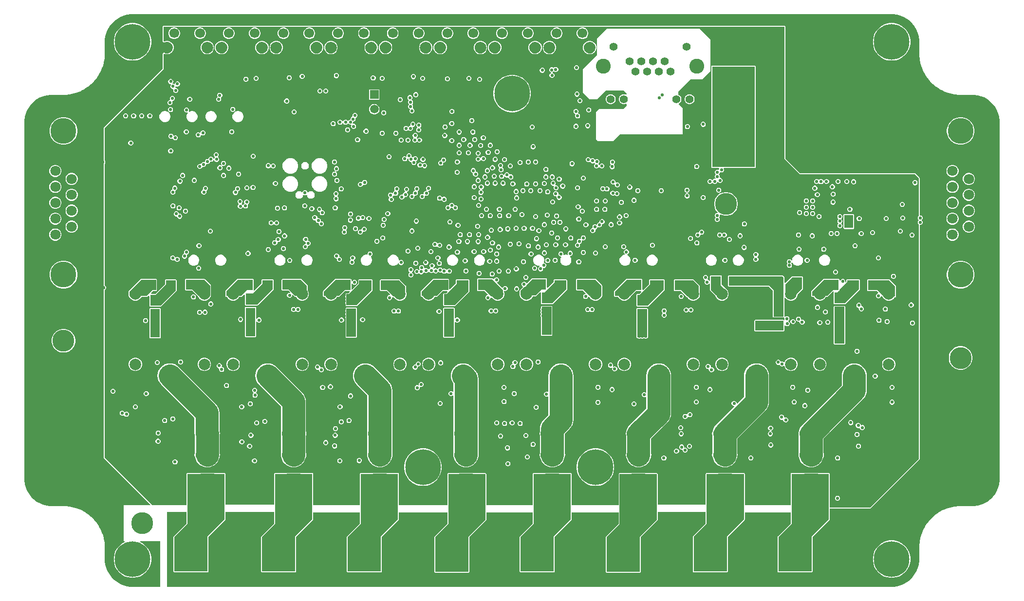
<source format=gbr>
%TF.GenerationSoftware,Altium Limited,Altium Designer,23.11.1 (41)*%
G04 Layer_Physical_Order=4*
G04 Layer_Color=16737945*
%FSLAX45Y45*%
%MOMM*%
%TF.SameCoordinates,42F4153E-1698-40C0-8701-72EE62771F10*%
%TF.FilePolarity,Positive*%
%TF.FileFunction,Copper,L4,Inr,Signal*%
%TF.Part,Single*%
G01*
G75*
%TA.AperFunction,Conductor*%
%ADD63C,4.00000*%
%ADD66R,1.50000X2.30000*%
%TA.AperFunction,ComponentPad*%
%ADD73C,6.20000*%
%TA.AperFunction,ViaPad*%
%ADD74C,3.80000*%
%TA.AperFunction,ComponentPad*%
%ADD75C,2.00000*%
%ADD76C,4.50000*%
%ADD77C,1.80000*%
%ADD78R,1.50000X1.50000*%
%ADD79C,1.50000*%
%ADD80C,2.60000*%
%ADD81C,1.40000*%
%ADD82C,2.20000*%
%ADD83C,1.70000*%
%ADD84O,2.00000X3.00000*%
%ADD85O,4.10000X2.00000*%
%TA.AperFunction,ViaPad*%
%ADD86C,0.55000*%
G36*
X13235001Y7465000D02*
X13500000Y7200000D01*
X15500000D01*
X15570000Y7130000D01*
Y6472238D01*
X15559712Y6461950D01*
X15553090Y6445962D01*
Y6428657D01*
X15559712Y6412669D01*
X15570000Y6402381D01*
Y6393982D01*
X15559097Y6383079D01*
X15552473Y6367091D01*
Y6349786D01*
X15559097Y6333798D01*
X15570000Y6322894D01*
Y2245000D01*
X14725000Y1400000D01*
X14021313D01*
Y1985000D01*
X14020071Y1991243D01*
X14016536Y1996536D01*
X14011243Y2000072D01*
X14005000Y2001313D01*
X13810222D01*
X13805000Y2002001D01*
X13595000D01*
X13589778Y2001313D01*
X13360001D01*
X13353757Y2000072D01*
X13348465Y1996536D01*
X13344928Y1991243D01*
X13343687Y1985000D01*
Y1440000D01*
X12546314D01*
Y1985000D01*
X12545072Y1991243D01*
X12541536Y1996536D01*
X12536243Y2000072D01*
X12530000Y2001313D01*
X12310222D01*
X12305000Y2002001D01*
X12095000D01*
X12089778Y2001313D01*
X11885000D01*
X11878757Y2000072D01*
X11873465Y1996536D01*
X11869929Y1991243D01*
X11868687Y1985000D01*
Y1450000D01*
X11031314D01*
Y1980000D01*
X11030072Y1986243D01*
X11026536Y1991536D01*
X11021243Y1995072D01*
X11015000Y1996314D01*
X10839388D01*
X10835282Y1998014D01*
X10805000Y2002001D01*
X10595000D01*
X10564718Y1998014D01*
X10560612Y1996314D01*
X10370000D01*
X10363757Y1995072D01*
X10358465Y1991536D01*
X10354928Y1986243D01*
X10353687Y1980000D01*
Y1440000D01*
X9536314D01*
Y1985000D01*
X9535072Y1991243D01*
X9531536Y1996536D01*
X9526243Y2000072D01*
X9520000Y2001313D01*
X9310222D01*
X9305000Y2002001D01*
X9095000D01*
X9089778Y2001313D01*
X8875000D01*
X8868757Y2000072D01*
X8863465Y1996536D01*
X8859928Y1991243D01*
X8858687Y1985000D01*
Y1440000D01*
X8051314D01*
Y1980000D01*
X8050072Y1986243D01*
X8046536Y1991536D01*
X8041243Y1995072D01*
X8035000Y1996314D01*
X7839388D01*
X7835282Y1998014D01*
X7805000Y2002001D01*
X7595000D01*
X7564718Y1998014D01*
X7560612Y1996314D01*
X7390000D01*
X7383757Y1995072D01*
X7378465Y1991536D01*
X7374928Y1986243D01*
X7373687Y1980000D01*
Y1440000D01*
X6531314D01*
Y1985000D01*
X6530072Y1991243D01*
X6526536Y1996536D01*
X6521243Y2000072D01*
X6515000Y2001313D01*
X6310222D01*
X6305000Y2002001D01*
X6095000D01*
X6089778Y2001313D01*
X5870000D01*
X5863757Y2000072D01*
X5858465Y1996536D01*
X5854928Y1991243D01*
X5853687Y1985000D01*
Y1440000D01*
X5041314D01*
Y1985000D01*
X5040072Y1991243D01*
X5036536Y1996536D01*
X5031243Y2000072D01*
X5025000Y2001313D01*
X4810222D01*
X4805000Y2002001D01*
X4595000D01*
X4589778Y2001313D01*
X4380000D01*
X4373757Y2000072D01*
X4368464Y1996536D01*
X4364928Y1991243D01*
X4363686Y1985000D01*
Y1450000D01*
X3516314D01*
Y1985000D01*
X3515072Y1991243D01*
X3511536Y1996536D01*
X3506243Y2000072D01*
X3500000Y2001313D01*
X3310222D01*
X3305000Y2002001D01*
X3095000D01*
X3089778Y2001313D01*
X2855000D01*
X2848757Y2000072D01*
X2843464Y1996536D01*
X2839928Y1991243D01*
X2838686Y1985000D01*
Y1440000D01*
X2245000D01*
X1415000Y2270000D01*
Y5184129D01*
X1424641Y5188123D01*
X1436877Y5200359D01*
X1443500Y5216347D01*
Y5233653D01*
X1436877Y5249641D01*
X1424641Y5261877D01*
X1415000Y5265871D01*
Y7378483D01*
X1421877Y7385360D01*
X1428500Y7401348D01*
Y7418653D01*
X1421877Y7434641D01*
X1415000Y7441518D01*
Y8000000D01*
X2440000Y9025000D01*
Y9287995D01*
X2450999Y9294346D01*
X2455225Y9291905D01*
X2484728Y9284000D01*
X2515272D01*
X2544774Y9291905D01*
X2571225Y9307177D01*
X2592823Y9328774D01*
X2608095Y9355226D01*
X2616000Y9384728D01*
Y9415272D01*
X2608095Y9444774D01*
X2592823Y9471226D01*
X2571225Y9492823D01*
X2544774Y9508095D01*
X2515272Y9516000D01*
X2484728D01*
X2455225Y9508095D01*
X2450999Y9505654D01*
X2440000Y9512005D01*
Y9765000D01*
X13235001D01*
Y7465000D01*
D02*
G37*
G36*
X15193768Y9971403D02*
X15254495Y9955131D01*
X15312582Y9931071D01*
X15367027Y9899637D01*
X15416907Y9861364D01*
X15461363Y9816907D01*
X15499637Y9767028D01*
X15531071Y9712582D01*
X15555132Y9654495D01*
X15571404Y9593768D01*
X15579610Y9531435D01*
Y9500000D01*
Y9300000D01*
X15579659Y9299751D01*
X15579616Y9299500D01*
X15580460Y9265152D01*
X15580624Y9264410D01*
X15580551Y9263654D01*
X15587283Y9195290D01*
X15587578Y9194322D01*
Y9193310D01*
X15600980Y9125936D01*
X15601367Y9125001D01*
X15601466Y9123994D01*
X15621407Y9058258D01*
X15621883Y9057366D01*
X15622081Y9056374D01*
X15648369Y8992908D01*
X15648930Y8992067D01*
X15649225Y8991099D01*
X15681607Y8930516D01*
X15682248Y8929734D01*
X15682635Y8928800D01*
X15720799Y8871682D01*
X15721516Y8870967D01*
X15721992Y8870075D01*
X15765572Y8816973D01*
X15766354Y8816332D01*
X15766916Y8815490D01*
X15815491Y8766916D01*
X15816331Y8766354D01*
X15816972Y8765572D01*
X15870074Y8721992D01*
X15870967Y8721516D01*
X15871683Y8720800D01*
X15928799Y8682636D01*
X15929733Y8682249D01*
X15930516Y8681607D01*
X15991100Y8649225D01*
X15992067Y8648931D01*
X15992908Y8648369D01*
X16056374Y8622081D01*
X16057365Y8621883D01*
X16058258Y8621407D01*
X16123994Y8601466D01*
X16125002Y8601367D01*
X16125935Y8600979D01*
X16193311Y8587578D01*
X16194322D01*
X16195290Y8587284D01*
X16263654Y8580551D01*
X16264410Y8580625D01*
X16265152Y8580459D01*
X16299500Y8579616D01*
X16299750Y8579659D01*
X16300000Y8579609D01*
X16531435D01*
X16593768Y8571403D01*
X16654495Y8555131D01*
X16712582Y8531071D01*
X16767027Y8499637D01*
X16816907Y8461364D01*
X16861363Y8416907D01*
X16899637Y8367028D01*
X16931071Y8312582D01*
X16955132Y8254495D01*
X16971404Y8193768D01*
X16979610Y8131435D01*
Y8100000D01*
Y1900000D01*
Y1868564D01*
X16971404Y1806232D01*
X16955132Y1745503D01*
X16931071Y1687418D01*
X16899637Y1632972D01*
X16861365Y1583094D01*
X16816907Y1538637D01*
X16767027Y1500363D01*
X16712582Y1468929D01*
X16654495Y1444868D01*
X16593768Y1428597D01*
X16531435Y1420391D01*
X16300000D01*
X16299750Y1420341D01*
X16299500Y1420385D01*
X16265152Y1419541D01*
X16264410Y1419375D01*
X16263654Y1419449D01*
X16195290Y1412716D01*
X16194322Y1412422D01*
X16193311D01*
X16125935Y1399020D01*
X16125002Y1398633D01*
X16123994Y1398534D01*
X16058258Y1378593D01*
X16057365Y1378116D01*
X16056374Y1377919D01*
X15992908Y1351631D01*
X15992067Y1351069D01*
X15991100Y1350775D01*
X15930516Y1318393D01*
X15929733Y1317751D01*
X15928799Y1317364D01*
X15871683Y1279199D01*
X15870967Y1278484D01*
X15870074Y1278007D01*
X15816972Y1234428D01*
X15816331Y1233646D01*
X15815491Y1233084D01*
X15766916Y1184510D01*
X15766354Y1183668D01*
X15765572Y1183027D01*
X15721992Y1129925D01*
X15721516Y1129033D01*
X15720799Y1128318D01*
X15682635Y1071200D01*
X15682249Y1070265D01*
X15681607Y1069484D01*
X15649225Y1008901D01*
X15648930Y1007933D01*
X15648369Y1007092D01*
X15622081Y943626D01*
X15621883Y942634D01*
X15621407Y941742D01*
X15601466Y876005D01*
X15601367Y874999D01*
X15600980Y874064D01*
X15587578Y806689D01*
Y805678D01*
X15587283Y804710D01*
X15580551Y736346D01*
X15580624Y735590D01*
X15580460Y734848D01*
X15579616Y700501D01*
X15579659Y700250D01*
X15579610Y700000D01*
Y500000D01*
Y468564D01*
X15571404Y406232D01*
X15555132Y345503D01*
X15531071Y287418D01*
X15499637Y232972D01*
X15461365Y183094D01*
X15416907Y138637D01*
X15367027Y100363D01*
X15312582Y68929D01*
X15254495Y44868D01*
X15193768Y28597D01*
X15131435Y20391D01*
X2500000D01*
Y930000D01*
Y1320000D01*
X2838686D01*
Y1121757D01*
X2618465Y901535D01*
X2614928Y896243D01*
X2613686Y890000D01*
X2613687Y889999D01*
Y285000D01*
X2614928Y278757D01*
X2618465Y273465D01*
X2623757Y269928D01*
X2630000Y268687D01*
X3199999D01*
X3200000Y268686D01*
X3206243Y269928D01*
X3211535Y273465D01*
X3211536Y273465D01*
X3216535Y278465D01*
X3220072Y283757D01*
X3221314Y290000D01*
X3221313Y290001D01*
Y888243D01*
X3511536Y1178465D01*
X3515072Y1183757D01*
X3516314Y1190000D01*
X3516314Y1190001D01*
Y1320000D01*
X4363686D01*
Y1121757D01*
X4143465Y901535D01*
X4139928Y896243D01*
X4138686Y890000D01*
X4138687Y889999D01*
Y285000D01*
X4139928Y278757D01*
X4143465Y273465D01*
X4148757Y269928D01*
X4155000Y268687D01*
X4724999D01*
X4725000Y268686D01*
X4731243Y269928D01*
X4736535Y273465D01*
X4736536Y273465D01*
X4741535Y278465D01*
X4745072Y283757D01*
X4746314Y290000D01*
X4746313Y290001D01*
Y888243D01*
X5036536Y1178465D01*
X5040072Y1183757D01*
X5041314Y1190000D01*
X5041314Y1190001D01*
Y1310000D01*
X5853687D01*
Y1121757D01*
X5633465Y901535D01*
X5629929Y896243D01*
X5628686Y890000D01*
X5628687Y889999D01*
Y285000D01*
X5629929Y278757D01*
X5633465Y273465D01*
X5638757Y269928D01*
X5645000Y268687D01*
X6214999D01*
X6215000Y268686D01*
X6221243Y269928D01*
X6226535Y273465D01*
X6226536Y273465D01*
X6231535Y278465D01*
X6235072Y283757D01*
X6236314Y290000D01*
X6236313Y290001D01*
Y888243D01*
X6526536Y1178465D01*
X6530072Y1183757D01*
X6531314Y1190000D01*
X6531314Y1190001D01*
Y1310000D01*
X7373687D01*
Y1116757D01*
X7153465Y896535D01*
X7149929Y891243D01*
X7148686Y885000D01*
X7148687Y884999D01*
Y280000D01*
X7149929Y273757D01*
X7153465Y268465D01*
X7158757Y264928D01*
X7165000Y263687D01*
X7734999D01*
X7735000Y263686D01*
X7741243Y264928D01*
X7746535Y268465D01*
X7746536Y268465D01*
X7751535Y273465D01*
X7755072Y278757D01*
X7756314Y285000D01*
X7756313Y285001D01*
Y883243D01*
X8046536Y1173465D01*
X8050072Y1178757D01*
X8051314Y1185000D01*
X8051314Y1185001D01*
Y1310000D01*
X8858687D01*
Y1121757D01*
X8638465Y901535D01*
X8634929Y896243D01*
X8633687Y890000D01*
X8633687Y889999D01*
Y285000D01*
X8634929Y278757D01*
X8638465Y273465D01*
X8643757Y269928D01*
X8650000Y268687D01*
X9219999D01*
X9220000Y268686D01*
X9226243Y269928D01*
X9231536Y273465D01*
X9231536Y273465D01*
X9236536Y278465D01*
X9240072Y283757D01*
X9241314Y290000D01*
X9241313Y290001D01*
Y888243D01*
X9531536Y1178465D01*
X9535072Y1183757D01*
X9536314Y1190000D01*
X9536314Y1190001D01*
Y1310000D01*
X10353687D01*
Y1116757D01*
X10133465Y896535D01*
X10129929Y891243D01*
X10128687Y885000D01*
X10128687Y884999D01*
Y280000D01*
X10129929Y273757D01*
X10133465Y268465D01*
X10138757Y264928D01*
X10145000Y263687D01*
X10714999D01*
X10715000Y263686D01*
X10721243Y264928D01*
X10726536Y268465D01*
X10726536Y268465D01*
X10731536Y273465D01*
X10735072Y278757D01*
X10736314Y285000D01*
X10736314Y285001D01*
Y883243D01*
X11026536Y1173465D01*
X11030072Y1178757D01*
X11031314Y1185000D01*
X11031314Y1185001D01*
Y1320000D01*
X11868687D01*
Y1121757D01*
X11648465Y901535D01*
X11644929Y896243D01*
X11643687Y890000D01*
X11643687Y889999D01*
Y285000D01*
X11644929Y278757D01*
X11648465Y273465D01*
X11653757Y269928D01*
X11660000Y268687D01*
X12229999D01*
X12230000Y268686D01*
X12236243Y269928D01*
X12241536Y273465D01*
X12241536Y273465D01*
X12246536Y278465D01*
X12250072Y283757D01*
X12251314Y290000D01*
X12251314Y290001D01*
Y888243D01*
X12541536Y1178465D01*
X12545072Y1183757D01*
X12546314Y1190000D01*
X12546314Y1190001D01*
Y1310000D01*
X13343687D01*
Y1121757D01*
X13123465Y901535D01*
X13119930Y896243D01*
X13118686Y890000D01*
X13118687Y889999D01*
Y285000D01*
X13119930Y278757D01*
X13123465Y273465D01*
X13128757Y269928D01*
X13135001Y268687D01*
X13704999D01*
X13705000Y268686D01*
X13711243Y269928D01*
X13716534Y273465D01*
X13716536Y273465D01*
X13721535Y278465D01*
X13725072Y283757D01*
X13726314Y290000D01*
X13726312Y290001D01*
Y888243D01*
X14016536Y1178465D01*
X14020071Y1183757D01*
X14021313Y1190000D01*
X14021313Y1190001D01*
Y1383687D01*
X14725000D01*
X14731242Y1384928D01*
X14736536Y1388465D01*
X15581535Y2233465D01*
X15585072Y2238757D01*
X15586314Y2245000D01*
X15586314Y2245001D01*
Y6314265D01*
X15587321Y6314939D01*
X15604626D01*
X15620615Y6321561D01*
X15632851Y6333798D01*
X15639474Y6349786D01*
Y6367091D01*
X15632851Y6383079D01*
X15626662Y6389269D01*
X15622295Y6398246D01*
X15626662Y6405863D01*
X15633467Y6412669D01*
X15640089Y6428657D01*
Y6445962D01*
X15633467Y6461950D01*
X15621230Y6474187D01*
X15605241Y6480809D01*
X15587936D01*
X15586314Y6481894D01*
Y7129999D01*
X15586314Y7130000D01*
X15585072Y7136243D01*
X15581535Y7141535D01*
X15581535Y7141536D01*
X15511536Y7211535D01*
X15506242Y7215072D01*
X15500000Y7216314D01*
X15499998Y7216313D01*
X13506757D01*
X13251312Y7471757D01*
Y9765000D01*
X13250072Y9771243D01*
X13246535Y9776535D01*
X13241243Y9780072D01*
X13235001Y9781313D01*
X2440000D01*
X2433757Y9780072D01*
X2428465Y9776535D01*
X2424928Y9771243D01*
X2423687Y9765000D01*
Y9512005D01*
X2424103Y9509912D01*
X2424242Y9507783D01*
X2424719Y9506817D01*
X2424928Y9505762D01*
X2426114Y9503987D01*
X2427058Y9502074D01*
X2427866Y9501365D01*
X2428465Y9500469D01*
X2430240Y9499283D01*
X2431843Y9497877D01*
X2442842Y9491527D01*
X2444861Y9490841D01*
X2446776Y9489896D01*
X2447852Y9489826D01*
X2448869Y9489481D01*
X2450998Y9489620D01*
X2453128Y9489481D01*
X2454146Y9489826D01*
X2455221Y9489897D01*
X2457135Y9490841D01*
X2459155Y9491527D01*
X2461523Y9492893D01*
X2486876Y9499687D01*
X2513123D01*
X2538477Y9492893D01*
X2561209Y9479769D01*
X2579770Y9461208D01*
X2592893Y9438477D01*
X2599686Y9413124D01*
Y9386876D01*
X2592893Y9361523D01*
X2579769Y9338791D01*
X2561208Y9320230D01*
X2538477Y9307107D01*
X2513123Y9300313D01*
X2486876D01*
X2461522Y9307107D01*
X2459156Y9308473D01*
X2457135Y9309159D01*
X2455221Y9310103D01*
X2454147Y9310174D01*
X2453128Y9310519D01*
X2450999Y9310380D01*
X2448869Y9310519D01*
X2447851Y9310174D01*
X2446777Y9310103D01*
X2444863Y9309159D01*
X2442842Y9308473D01*
X2431843Y9302123D01*
X2430239Y9300716D01*
X2428465Y9299531D01*
X2427866Y9298636D01*
X2427058Y9297926D01*
X2426114Y9296013D01*
X2424928Y9294238D01*
X2424719Y9293183D01*
X2424242Y9292217D01*
X2424103Y9290088D01*
X2423687Y9287995D01*
Y9031757D01*
X1403465Y8011535D01*
X1399928Y8006243D01*
X1398686Y8000000D01*
X1398687Y7999999D01*
Y7441518D01*
X1399928Y7435275D01*
X1403465Y7429983D01*
X1403465Y7429982D01*
X1408047Y7425400D01*
X1412186Y7415408D01*
Y7404593D01*
X1408047Y7394601D01*
X1403465Y7390018D01*
X1399928Y7384725D01*
X1398686Y7378483D01*
X1398687Y7378481D01*
Y5265871D01*
X1399928Y5259628D01*
X1403465Y5254335D01*
X1408757Y5250799D01*
X1415400Y5248047D01*
X1423047Y5240399D01*
X1427186Y5230408D01*
Y5219592D01*
X1423047Y5209600D01*
X1415400Y5201953D01*
X1408757Y5199201D01*
X1403465Y5195665D01*
X1399928Y5190372D01*
X1398687Y5184129D01*
Y2270001D01*
X1398686Y2270000D01*
X1399928Y2263757D01*
X1403465Y2258465D01*
X1403465Y2258464D01*
X2210196Y1451733D01*
X2205336Y1440000D01*
X1750000D01*
Y810000D01*
X1762358D01*
X1765407Y797300D01*
X1729139Y778820D01*
X1687625Y748659D01*
X1651341Y712375D01*
X1621180Y670861D01*
X1597884Y625140D01*
X1582027Y576338D01*
X1574000Y525657D01*
Y474343D01*
X1582027Y423662D01*
X1597884Y374860D01*
X1621180Y329139D01*
X1651341Y287625D01*
X1687625Y251341D01*
X1729139Y221180D01*
X1774860Y197884D01*
X1823662Y182027D01*
X1874343Y174000D01*
X1925657D01*
X1976338Y182027D01*
X2025140Y197884D01*
X2070861Y221180D01*
X2112375Y251341D01*
X2148659Y287625D01*
X2178820Y329139D01*
X2202116Y374860D01*
X2217973Y423662D01*
X2226000Y474343D01*
Y525657D01*
X2217973Y576338D01*
X2202116Y625140D01*
X2178820Y670861D01*
X2148659Y712375D01*
X2112375Y748659D01*
X2070861Y778820D01*
X2034593Y797300D01*
X2037642Y810000D01*
X2380000D01*
Y20391D01*
X1868564D01*
X1806232Y28597D01*
X1745503Y44869D01*
X1687418Y68929D01*
X1632972Y100363D01*
X1583094Y138636D01*
X1538637Y183093D01*
X1500363Y232972D01*
X1468929Y287418D01*
X1444868Y345505D01*
X1428597Y406232D01*
X1420391Y468564D01*
Y500000D01*
Y700000D01*
X1420341Y700250D01*
X1420385Y700501D01*
X1419541Y734848D01*
X1419375Y735590D01*
X1419449Y736346D01*
X1412716Y804710D01*
X1412422Y805678D01*
Y806690D01*
X1399020Y874064D01*
X1398633Y874999D01*
X1398534Y876005D01*
X1378593Y941742D01*
X1378116Y942634D01*
X1377919Y943626D01*
X1351631Y1007092D01*
X1351069Y1007933D01*
X1350775Y1008901D01*
X1318393Y1069484D01*
X1317751Y1070265D01*
X1317364Y1071200D01*
X1279199Y1128318D01*
X1278484Y1129033D01*
X1278007Y1129925D01*
X1234428Y1183027D01*
X1233646Y1183668D01*
X1233084Y1184510D01*
X1184510Y1233084D01*
X1183668Y1233646D01*
X1183027Y1234428D01*
X1129925Y1278007D01*
X1129033Y1278484D01*
X1128318Y1279199D01*
X1071200Y1317364D01*
X1070265Y1317751D01*
X1069484Y1318393D01*
X1008901Y1350775D01*
X1007933Y1351068D01*
X1007092Y1351631D01*
X943626Y1377919D01*
X942634Y1378116D01*
X941742Y1378593D01*
X876005Y1398534D01*
X874999Y1398633D01*
X874064Y1399020D01*
X806689Y1412422D01*
X805678D01*
X804710Y1412716D01*
X736346Y1419449D01*
X735590Y1419375D01*
X734848Y1419541D01*
X700501Y1420385D01*
X700250Y1420341D01*
X700000Y1420391D01*
X468564D01*
X406232Y1428597D01*
X345503Y1444869D01*
X287418Y1468929D01*
X232972Y1500363D01*
X183094Y1538636D01*
X138637Y1583093D01*
X100363Y1632972D01*
X68929Y1687418D01*
X44868Y1745505D01*
X28597Y1806232D01*
X20391Y1868564D01*
Y1900000D01*
Y8100000D01*
Y8131435D01*
X28597Y8193768D01*
X44869Y8254496D01*
X68929Y8312582D01*
X100363Y8367028D01*
X138636Y8416906D01*
X183093Y8461363D01*
X232972Y8499637D01*
X287418Y8531071D01*
X345505Y8555131D01*
X406232Y8571403D01*
X468564Y8579609D01*
X700000D01*
X700250Y8579659D01*
X700501Y8579616D01*
X734848Y8580459D01*
X735590Y8580625D01*
X736346Y8580551D01*
X804710Y8587284D01*
X805678Y8587578D01*
X806690D01*
X874064Y8600979D01*
X874999Y8601367D01*
X876005Y8601466D01*
X941742Y8621407D01*
X942634Y8621883D01*
X943626Y8622081D01*
X1007092Y8648369D01*
X1007933Y8648931D01*
X1008901Y8649225D01*
X1069484Y8681607D01*
X1070265Y8682248D01*
X1071200Y8682636D01*
X1128318Y8720800D01*
X1129033Y8721516D01*
X1129925Y8721992D01*
X1183027Y8765572D01*
X1183668Y8766354D01*
X1184510Y8766916D01*
X1233084Y8815490D01*
X1233646Y8816331D01*
X1234428Y8816973D01*
X1278007Y8870075D01*
X1278484Y8870967D01*
X1279199Y8871682D01*
X1317364Y8928800D01*
X1317751Y8929734D01*
X1318393Y8930516D01*
X1350775Y8991099D01*
X1351068Y8992067D01*
X1351631Y8992908D01*
X1377919Y9056374D01*
X1378116Y9057366D01*
X1378593Y9058258D01*
X1398534Y9123994D01*
X1398633Y9125001D01*
X1399020Y9125936D01*
X1412422Y9193311D01*
Y9194322D01*
X1412716Y9195290D01*
X1419449Y9263654D01*
X1419375Y9264410D01*
X1419541Y9265152D01*
X1420385Y9299500D01*
X1420341Y9299751D01*
X1420391Y9300000D01*
Y9500000D01*
Y9531435D01*
X1428597Y9593768D01*
X1444869Y9654496D01*
X1468929Y9712582D01*
X1500363Y9767028D01*
X1538636Y9816906D01*
X1583093Y9861363D01*
X1632972Y9899637D01*
X1687418Y9931071D01*
X1745505Y9955131D01*
X1806232Y9971403D01*
X1868564Y9979609D01*
X15131435D01*
X15193768Y9971403D01*
D02*
G37*
G36*
X14005000Y1190000D02*
X13710001Y895000D01*
Y290000D01*
X13705000Y285000D01*
X13135001D01*
Y890000D01*
X13360001Y1115000D01*
Y1310000D01*
Y1440000D01*
Y1985000D01*
X14005000D01*
Y1190000D01*
D02*
G37*
G36*
X12530000Y1440000D02*
X12530000D01*
Y1310000D01*
X12530000D01*
Y1190000D01*
X12235000Y895000D01*
Y290000D01*
X12230000Y285000D01*
X11660000D01*
Y890000D01*
X11885000Y1115000D01*
Y1985000D01*
X12530000D01*
Y1440000D01*
D02*
G37*
G36*
X9520000D02*
X9520000D01*
Y1310000D01*
X9520000D01*
Y1190000D01*
X9225000Y895000D01*
Y290000D01*
X9220000Y285000D01*
X8650000D01*
Y890000D01*
X8875000Y1115000D01*
Y1985000D01*
X9520000D01*
Y1440000D01*
D02*
G37*
G36*
X6515000Y1190000D02*
X6220000Y895000D01*
Y290000D01*
X6215000Y285000D01*
X5645000D01*
Y890000D01*
X5870000Y1115000D01*
Y1310000D01*
Y1440000D01*
Y1985000D01*
X6515000D01*
Y1190000D01*
D02*
G37*
G36*
X5025000D02*
X4730000Y895000D01*
Y290000D01*
X4725000Y285000D01*
X4155000D01*
Y890000D01*
X4380000Y1115000D01*
Y1320000D01*
Y1450000D01*
Y1985000D01*
X5025000D01*
Y1190000D01*
D02*
G37*
G36*
X3500000Y1450000D02*
Y1320000D01*
Y1190000D01*
X3205000Y895000D01*
Y290000D01*
X3200000Y285000D01*
X2630000D01*
Y890000D01*
X2855000Y1115000D01*
Y1985000D01*
X3500000D01*
Y1450000D01*
D02*
G37*
G36*
X11015000Y1185000D02*
X10720000Y890000D01*
Y285000D01*
X10715000Y280000D01*
X10145000D01*
Y885000D01*
X10370000Y1110000D01*
Y1310000D01*
Y1440000D01*
Y1980000D01*
X11015000D01*
Y1185000D01*
D02*
G37*
G36*
X8035000D02*
X7740000Y890000D01*
Y285000D01*
X7735000Y280000D01*
X7165000D01*
Y885000D01*
X7390000Y1110000D01*
Y1310000D01*
Y1440000D01*
Y1980000D01*
X8035000D01*
Y1185000D01*
D02*
G37*
%LPC*%
G36*
X9738297Y9751000D02*
X9711703D01*
X9686016Y9744117D01*
X9662985Y9730820D01*
X9644180Y9712015D01*
X9630883Y9688984D01*
X9624000Y9663297D01*
Y9636703D01*
X9630883Y9611016D01*
X9644180Y9587985D01*
X9662985Y9569180D01*
X9686016Y9555883D01*
X9711703Y9549000D01*
X9738297D01*
X9763985Y9555883D01*
X9787015Y9569180D01*
X9805820Y9587985D01*
X9819117Y9611016D01*
X9826000Y9636703D01*
Y9663297D01*
X9819117Y9688984D01*
X9805820Y9712015D01*
X9787015Y9730820D01*
X9763985Y9744117D01*
X9738297Y9751000D01*
D02*
G37*
G36*
X9288297D02*
X9261703D01*
X9236016Y9744117D01*
X9212985Y9730820D01*
X9194180Y9712015D01*
X9180883Y9688984D01*
X9174000Y9663297D01*
Y9636703D01*
X9180883Y9611016D01*
X9194180Y9587985D01*
X9212985Y9569180D01*
X9236016Y9555883D01*
X9261703Y9549000D01*
X9288297D01*
X9313984Y9555883D01*
X9337015Y9569180D01*
X9355820Y9587985D01*
X9369117Y9611016D01*
X9376000Y9636703D01*
Y9663297D01*
X9369117Y9688984D01*
X9355820Y9712015D01*
X9337015Y9730820D01*
X9313984Y9744117D01*
X9288297Y9751000D01*
D02*
G37*
G36*
X8788297D02*
X8761703D01*
X8736016Y9744117D01*
X8712985Y9730820D01*
X8694180Y9712015D01*
X8680883Y9688984D01*
X8674000Y9663297D01*
Y9636703D01*
X8680883Y9611016D01*
X8694180Y9587985D01*
X8712985Y9569180D01*
X8736016Y9555883D01*
X8761703Y9549000D01*
X8788297D01*
X8813984Y9555883D01*
X8837015Y9569180D01*
X8855820Y9587985D01*
X8869117Y9611016D01*
X8876000Y9636703D01*
Y9663297D01*
X8869117Y9688984D01*
X8855820Y9712015D01*
X8837015Y9730820D01*
X8813984Y9744117D01*
X8788297Y9751000D01*
D02*
G37*
G36*
X8338297D02*
X8311703D01*
X8286015Y9744117D01*
X8262984Y9730820D01*
X8244180Y9712015D01*
X8230883Y9688984D01*
X8224000Y9663297D01*
Y9636703D01*
X8230883Y9611016D01*
X8244180Y9587985D01*
X8262984Y9569180D01*
X8286015Y9555883D01*
X8311703Y9549000D01*
X8338297D01*
X8363984Y9555883D01*
X8387015Y9569180D01*
X8405820Y9587985D01*
X8419117Y9611016D01*
X8426000Y9636703D01*
Y9663297D01*
X8419117Y9688984D01*
X8405820Y9712015D01*
X8387015Y9730820D01*
X8363984Y9744117D01*
X8338297Y9751000D01*
D02*
G37*
G36*
X7838297D02*
X7811703D01*
X7786016Y9744117D01*
X7762985Y9730820D01*
X7744180Y9712015D01*
X7730883Y9688984D01*
X7724000Y9663297D01*
Y9636703D01*
X7730883Y9611016D01*
X7744180Y9587985D01*
X7762985Y9569180D01*
X7786016Y9555883D01*
X7811703Y9549000D01*
X7838297D01*
X7863985Y9555883D01*
X7887015Y9569180D01*
X7905820Y9587985D01*
X7919117Y9611016D01*
X7926000Y9636703D01*
Y9663297D01*
X7919117Y9688984D01*
X7905820Y9712015D01*
X7887015Y9730820D01*
X7863985Y9744117D01*
X7838297Y9751000D01*
D02*
G37*
G36*
X7388297D02*
X7361703D01*
X7336016Y9744117D01*
X7312985Y9730820D01*
X7294180Y9712015D01*
X7280883Y9688984D01*
X7274000Y9663297D01*
Y9636703D01*
X7280883Y9611016D01*
X7294180Y9587985D01*
X7312985Y9569180D01*
X7336016Y9555883D01*
X7361703Y9549000D01*
X7388297D01*
X7413984Y9555883D01*
X7437015Y9569180D01*
X7455820Y9587985D01*
X7469117Y9611016D01*
X7476000Y9636703D01*
Y9663297D01*
X7469117Y9688984D01*
X7455820Y9712015D01*
X7437015Y9730820D01*
X7413984Y9744117D01*
X7388297Y9751000D01*
D02*
G37*
G36*
X6888297D02*
X6861703D01*
X6836016Y9744117D01*
X6812985Y9730820D01*
X6794180Y9712015D01*
X6780883Y9688984D01*
X6774000Y9663297D01*
Y9636703D01*
X6780883Y9611016D01*
X6794180Y9587985D01*
X6812985Y9569180D01*
X6836016Y9555883D01*
X6861703Y9549000D01*
X6888297D01*
X6913984Y9555883D01*
X6937015Y9569180D01*
X6955820Y9587985D01*
X6969117Y9611016D01*
X6976000Y9636703D01*
Y9663297D01*
X6969117Y9688984D01*
X6955820Y9712015D01*
X6937015Y9730820D01*
X6913984Y9744117D01*
X6888297Y9751000D01*
D02*
G37*
G36*
X6438297D02*
X6411703D01*
X6386015Y9744117D01*
X6362984Y9730820D01*
X6344180Y9712015D01*
X6330883Y9688984D01*
X6324000Y9663297D01*
Y9636703D01*
X6330883Y9611016D01*
X6344180Y9587985D01*
X6362984Y9569180D01*
X6386015Y9555883D01*
X6411703Y9549000D01*
X6438297D01*
X6463984Y9555883D01*
X6487015Y9569180D01*
X6505820Y9587985D01*
X6519117Y9611016D01*
X6526000Y9636703D01*
Y9663297D01*
X6519117Y9688984D01*
X6505820Y9712015D01*
X6487015Y9730820D01*
X6463984Y9744117D01*
X6438297Y9751000D01*
D02*
G37*
G36*
X5938297D02*
X5911703D01*
X5886016Y9744117D01*
X5862985Y9730820D01*
X5844180Y9712015D01*
X5830883Y9688984D01*
X5824000Y9663297D01*
Y9636703D01*
X5830883Y9611016D01*
X5844180Y9587985D01*
X5862985Y9569180D01*
X5886016Y9555883D01*
X5911703Y9549000D01*
X5938297D01*
X5963985Y9555883D01*
X5987015Y9569180D01*
X6005820Y9587985D01*
X6019117Y9611016D01*
X6026000Y9636703D01*
Y9663297D01*
X6019117Y9688984D01*
X6005820Y9712015D01*
X5987015Y9730820D01*
X5963985Y9744117D01*
X5938297Y9751000D01*
D02*
G37*
G36*
X5488297D02*
X5461703D01*
X5436016Y9744117D01*
X5412985Y9730820D01*
X5394180Y9712015D01*
X5380883Y9688984D01*
X5374000Y9663297D01*
Y9636703D01*
X5380883Y9611016D01*
X5394180Y9587985D01*
X5412985Y9569180D01*
X5436016Y9555883D01*
X5461703Y9549000D01*
X5488297D01*
X5513984Y9555883D01*
X5537015Y9569180D01*
X5555820Y9587985D01*
X5569117Y9611016D01*
X5576000Y9636703D01*
Y9663297D01*
X5569117Y9688984D01*
X5555820Y9712015D01*
X5537015Y9730820D01*
X5513984Y9744117D01*
X5488297Y9751000D01*
D02*
G37*
G36*
X4988297D02*
X4961703D01*
X4936016Y9744117D01*
X4912985Y9730820D01*
X4894180Y9712015D01*
X4880883Y9688984D01*
X4874000Y9663297D01*
Y9636703D01*
X4880883Y9611016D01*
X4894180Y9587985D01*
X4912985Y9569180D01*
X4936016Y9555883D01*
X4961703Y9549000D01*
X4988297D01*
X5013984Y9555883D01*
X5037015Y9569180D01*
X5055820Y9587985D01*
X5069117Y9611016D01*
X5076000Y9636703D01*
Y9663297D01*
X5069117Y9688984D01*
X5055820Y9712015D01*
X5037015Y9730820D01*
X5013984Y9744117D01*
X4988297Y9751000D01*
D02*
G37*
G36*
X4538297D02*
X4511703D01*
X4486015Y9744117D01*
X4462984Y9730820D01*
X4444180Y9712015D01*
X4430883Y9688984D01*
X4424000Y9663297D01*
Y9636703D01*
X4430883Y9611016D01*
X4444180Y9587985D01*
X4462984Y9569180D01*
X4486015Y9555883D01*
X4511703Y9549000D01*
X4538297D01*
X4563984Y9555883D01*
X4587015Y9569180D01*
X4605820Y9587985D01*
X4619117Y9611016D01*
X4626000Y9636703D01*
Y9663297D01*
X4619117Y9688984D01*
X4605820Y9712015D01*
X4587015Y9730820D01*
X4563984Y9744117D01*
X4538297Y9751000D01*
D02*
G37*
G36*
X4038297D02*
X4011703D01*
X3986016Y9744117D01*
X3962985Y9730820D01*
X3944180Y9712015D01*
X3930883Y9688984D01*
X3924000Y9663297D01*
Y9636703D01*
X3930883Y9611016D01*
X3944180Y9587985D01*
X3962985Y9569180D01*
X3986016Y9555883D01*
X4011703Y9549000D01*
X4038297D01*
X4063985Y9555883D01*
X4087015Y9569180D01*
X4105820Y9587985D01*
X4119117Y9611016D01*
X4126000Y9636703D01*
Y9663297D01*
X4119117Y9688984D01*
X4105820Y9712015D01*
X4087015Y9730820D01*
X4063985Y9744117D01*
X4038297Y9751000D01*
D02*
G37*
G36*
X3588297D02*
X3561703D01*
X3536016Y9744117D01*
X3512985Y9730820D01*
X3494180Y9712015D01*
X3480883Y9688984D01*
X3474000Y9663297D01*
Y9636703D01*
X3480883Y9611016D01*
X3494180Y9587985D01*
X3512985Y9569180D01*
X3536016Y9555883D01*
X3561703Y9549000D01*
X3588297D01*
X3613984Y9555883D01*
X3637015Y9569180D01*
X3655820Y9587985D01*
X3669117Y9611016D01*
X3676000Y9636703D01*
Y9663297D01*
X3669117Y9688984D01*
X3655820Y9712015D01*
X3637015Y9730820D01*
X3613984Y9744117D01*
X3588297Y9751000D01*
D02*
G37*
G36*
X3088297D02*
X3061703D01*
X3036016Y9744117D01*
X3012985Y9730820D01*
X2994180Y9712015D01*
X2980883Y9688984D01*
X2974000Y9663297D01*
Y9636703D01*
X2980883Y9611016D01*
X2994180Y9587985D01*
X3012985Y9569180D01*
X3036016Y9555883D01*
X3061703Y9549000D01*
X3088297D01*
X3113984Y9555883D01*
X3137015Y9569180D01*
X3155820Y9587985D01*
X3169117Y9611016D01*
X3176000Y9636703D01*
Y9663297D01*
X3169117Y9688984D01*
X3155820Y9712015D01*
X3137015Y9730820D01*
X3113984Y9744117D01*
X3088297Y9751000D01*
D02*
G37*
G36*
X2638297D02*
X2611703D01*
X2586015Y9744117D01*
X2562984Y9730820D01*
X2544180Y9712015D01*
X2530883Y9688984D01*
X2524000Y9663297D01*
Y9636703D01*
X2530883Y9611016D01*
X2544180Y9587985D01*
X2562984Y9569180D01*
X2586015Y9555883D01*
X2611703Y9549000D01*
X2638297D01*
X2663984Y9555883D01*
X2687015Y9569180D01*
X2705820Y9587985D01*
X2719117Y9611016D01*
X2726000Y9636703D01*
Y9663297D01*
X2719117Y9688984D01*
X2705820Y9712015D01*
X2687015Y9730820D01*
X2663984Y9744117D01*
X2638297Y9751000D01*
D02*
G37*
G36*
X9865272Y9516000D02*
X9834728D01*
X9805226Y9508095D01*
X9778774Y9492823D01*
X9757177Y9471226D01*
X9741905Y9444774D01*
X9734000Y9415272D01*
Y9384728D01*
X9741905Y9355226D01*
X9757177Y9328774D01*
X9778774Y9307177D01*
X9805226Y9291905D01*
X9834728Y9284000D01*
X9865272D01*
X9894774Y9291905D01*
X9921226Y9307177D01*
X9942823Y9328774D01*
X9958095Y9355226D01*
X9966000Y9384728D01*
Y9415272D01*
X9958095Y9444774D01*
X9942823Y9471226D01*
X9921226Y9492823D01*
X9894774Y9508095D01*
X9865272Y9516000D01*
D02*
G37*
G36*
X9165272D02*
X9134728D01*
X9105226Y9508095D01*
X9078774Y9492823D01*
X9057177Y9471226D01*
X9041905Y9444774D01*
X9034000Y9415272D01*
Y9384728D01*
X9041905Y9355226D01*
X9057177Y9328774D01*
X9078774Y9307177D01*
X9105226Y9291905D01*
X9134728Y9284000D01*
X9165272D01*
X9194774Y9291905D01*
X9221226Y9307177D01*
X9242823Y9328774D01*
X9258095Y9355226D01*
X9266000Y9384728D01*
Y9415272D01*
X9258095Y9444774D01*
X9242823Y9471226D01*
X9221226Y9492823D01*
X9194774Y9508095D01*
X9165272Y9516000D01*
D02*
G37*
G36*
X8915272D02*
X8884728D01*
X8855226Y9508095D01*
X8828774Y9492823D01*
X8807177Y9471226D01*
X8791905Y9444774D01*
X8784000Y9415272D01*
Y9384728D01*
X8791905Y9355226D01*
X8807177Y9328774D01*
X8828774Y9307177D01*
X8855226Y9291905D01*
X8884728Y9284000D01*
X8915272D01*
X8944774Y9291905D01*
X8971226Y9307177D01*
X8992823Y9328774D01*
X9008095Y9355226D01*
X9016000Y9384728D01*
Y9415272D01*
X9008095Y9444774D01*
X8992823Y9471226D01*
X8971226Y9492823D01*
X8944774Y9508095D01*
X8915272Y9516000D01*
D02*
G37*
G36*
X8215272D02*
X8184728D01*
X8155225Y9508095D01*
X8128774Y9492823D01*
X8107177Y9471226D01*
X8091905Y9444774D01*
X8084000Y9415272D01*
Y9384728D01*
X8091905Y9355226D01*
X8107177Y9328774D01*
X8128774Y9307177D01*
X8155225Y9291905D01*
X8184728Y9284000D01*
X8215272D01*
X8244774Y9291905D01*
X8271226Y9307177D01*
X8292823Y9328774D01*
X8308095Y9355226D01*
X8316000Y9384728D01*
Y9415272D01*
X8308095Y9444774D01*
X8292823Y9471226D01*
X8271226Y9492823D01*
X8244774Y9508095D01*
X8215272Y9516000D01*
D02*
G37*
G36*
X7965272D02*
X7934728D01*
X7905226Y9508095D01*
X7878774Y9492823D01*
X7857177Y9471226D01*
X7841905Y9444774D01*
X7834000Y9415272D01*
Y9384728D01*
X7841905Y9355226D01*
X7857177Y9328774D01*
X7878774Y9307177D01*
X7905226Y9291905D01*
X7934728Y9284000D01*
X7965272D01*
X7994774Y9291905D01*
X8021226Y9307177D01*
X8042823Y9328774D01*
X8058095Y9355226D01*
X8066000Y9384728D01*
Y9415272D01*
X8058095Y9444774D01*
X8042823Y9471226D01*
X8021226Y9492823D01*
X7994774Y9508095D01*
X7965272Y9516000D01*
D02*
G37*
G36*
X7265272D02*
X7234728D01*
X7205226Y9508095D01*
X7178774Y9492823D01*
X7157177Y9471226D01*
X7141905Y9444774D01*
X7134000Y9415272D01*
Y9384728D01*
X7141905Y9355226D01*
X7157177Y9328774D01*
X7178774Y9307177D01*
X7205226Y9291905D01*
X7234728Y9284000D01*
X7265272D01*
X7294774Y9291905D01*
X7321226Y9307177D01*
X7342823Y9328774D01*
X7358095Y9355226D01*
X7366000Y9384728D01*
Y9415272D01*
X7358095Y9444774D01*
X7342823Y9471226D01*
X7321226Y9492823D01*
X7294774Y9508095D01*
X7265272Y9516000D01*
D02*
G37*
G36*
X7015272D02*
X6984728D01*
X6955226Y9508095D01*
X6928774Y9492823D01*
X6907177Y9471226D01*
X6891905Y9444774D01*
X6884000Y9415272D01*
Y9384728D01*
X6891905Y9355226D01*
X6907177Y9328774D01*
X6928774Y9307177D01*
X6955226Y9291905D01*
X6984728Y9284000D01*
X7015272D01*
X7044774Y9291905D01*
X7071226Y9307177D01*
X7092823Y9328774D01*
X7108095Y9355226D01*
X7116000Y9384728D01*
Y9415272D01*
X7108095Y9444774D01*
X7092823Y9471226D01*
X7071226Y9492823D01*
X7044774Y9508095D01*
X7015272Y9516000D01*
D02*
G37*
G36*
X6315272D02*
X6284728D01*
X6255225Y9508095D01*
X6228774Y9492823D01*
X6207177Y9471226D01*
X6191905Y9444774D01*
X6184000Y9415272D01*
Y9384728D01*
X6191905Y9355226D01*
X6207177Y9328774D01*
X6228774Y9307177D01*
X6255225Y9291905D01*
X6284728Y9284000D01*
X6315272D01*
X6344774Y9291905D01*
X6371226Y9307177D01*
X6392823Y9328774D01*
X6408095Y9355226D01*
X6416000Y9384728D01*
Y9415272D01*
X6408095Y9444774D01*
X6392823Y9471226D01*
X6371226Y9492823D01*
X6344774Y9508095D01*
X6315272Y9516000D01*
D02*
G37*
G36*
X6065272D02*
X6034728D01*
X6005226Y9508095D01*
X5978774Y9492823D01*
X5957177Y9471226D01*
X5941905Y9444774D01*
X5934000Y9415272D01*
Y9384728D01*
X5941905Y9355226D01*
X5957177Y9328774D01*
X5978774Y9307177D01*
X6005226Y9291905D01*
X6034728Y9284000D01*
X6065272D01*
X6094774Y9291905D01*
X6121226Y9307177D01*
X6142823Y9328774D01*
X6158095Y9355226D01*
X6166000Y9384728D01*
Y9415272D01*
X6158095Y9444774D01*
X6142823Y9471226D01*
X6121226Y9492823D01*
X6094774Y9508095D01*
X6065272Y9516000D01*
D02*
G37*
G36*
X5365272D02*
X5334728D01*
X5305226Y9508095D01*
X5278774Y9492823D01*
X5257177Y9471226D01*
X5241905Y9444774D01*
X5234000Y9415272D01*
Y9384728D01*
X5241905Y9355226D01*
X5257177Y9328774D01*
X5278774Y9307177D01*
X5305226Y9291905D01*
X5334728Y9284000D01*
X5365272D01*
X5394774Y9291905D01*
X5421226Y9307177D01*
X5442823Y9328774D01*
X5458095Y9355226D01*
X5466000Y9384728D01*
Y9415272D01*
X5458095Y9444774D01*
X5442823Y9471226D01*
X5421226Y9492823D01*
X5394774Y9508095D01*
X5365272Y9516000D01*
D02*
G37*
G36*
X5115272D02*
X5084728D01*
X5055226Y9508095D01*
X5028774Y9492823D01*
X5007177Y9471226D01*
X4991905Y9444774D01*
X4984000Y9415272D01*
Y9384728D01*
X4991905Y9355226D01*
X5007177Y9328774D01*
X5028774Y9307177D01*
X5055226Y9291905D01*
X5084728Y9284000D01*
X5115272D01*
X5144774Y9291905D01*
X5171226Y9307177D01*
X5192823Y9328774D01*
X5208095Y9355226D01*
X5216000Y9384728D01*
Y9415272D01*
X5208095Y9444774D01*
X5192823Y9471226D01*
X5171226Y9492823D01*
X5144774Y9508095D01*
X5115272Y9516000D01*
D02*
G37*
G36*
X4415272D02*
X4384728D01*
X4355225Y9508095D01*
X4328774Y9492823D01*
X4307177Y9471226D01*
X4291905Y9444774D01*
X4284000Y9415272D01*
Y9384728D01*
X4291905Y9355226D01*
X4307177Y9328774D01*
X4328774Y9307177D01*
X4355225Y9291905D01*
X4384728Y9284000D01*
X4415272D01*
X4444774Y9291905D01*
X4471225Y9307177D01*
X4492823Y9328774D01*
X4508095Y9355226D01*
X4516000Y9384728D01*
Y9415272D01*
X4508095Y9444774D01*
X4492823Y9471226D01*
X4471225Y9492823D01*
X4444774Y9508095D01*
X4415272Y9516000D01*
D02*
G37*
G36*
X4165272D02*
X4134728D01*
X4105226Y9508095D01*
X4078774Y9492823D01*
X4057177Y9471226D01*
X4041905Y9444774D01*
X4034000Y9415272D01*
Y9384728D01*
X4041905Y9355226D01*
X4057177Y9328774D01*
X4078774Y9307177D01*
X4105226Y9291905D01*
X4134728Y9284000D01*
X4165272D01*
X4194774Y9291905D01*
X4221226Y9307177D01*
X4242823Y9328774D01*
X4258095Y9355226D01*
X4266000Y9384728D01*
Y9415272D01*
X4258095Y9444774D01*
X4242823Y9471226D01*
X4221226Y9492823D01*
X4194774Y9508095D01*
X4165272Y9516000D01*
D02*
G37*
G36*
X3465272D02*
X3434728D01*
X3405226Y9508095D01*
X3378774Y9492823D01*
X3357177Y9471226D01*
X3341905Y9444774D01*
X3334000Y9415272D01*
Y9384728D01*
X3341905Y9355226D01*
X3357177Y9328774D01*
X3378774Y9307177D01*
X3405226Y9291905D01*
X3434728Y9284000D01*
X3465272D01*
X3494774Y9291905D01*
X3521226Y9307177D01*
X3542823Y9328774D01*
X3558095Y9355226D01*
X3566000Y9384728D01*
Y9415272D01*
X3558095Y9444774D01*
X3542823Y9471226D01*
X3521226Y9492823D01*
X3494774Y9508095D01*
X3465272Y9516000D01*
D02*
G37*
G36*
X3215272D02*
X3184728D01*
X3155226Y9508095D01*
X3128774Y9492823D01*
X3107177Y9471226D01*
X3091905Y9444774D01*
X3084000Y9415272D01*
Y9384728D01*
X3091905Y9355226D01*
X3107177Y9328774D01*
X3128774Y9307177D01*
X3155226Y9291905D01*
X3184728Y9284000D01*
X3215272D01*
X3244774Y9291905D01*
X3271226Y9307177D01*
X3292823Y9328774D01*
X3308095Y9355226D01*
X3316000Y9384728D01*
Y9415272D01*
X3308095Y9444774D01*
X3292823Y9471226D01*
X3271226Y9492823D01*
X3244774Y9508095D01*
X3215272Y9516000D01*
D02*
G37*
G36*
X9268653Y9063500D02*
X9251347D01*
X9235359Y9056877D01*
X9223123Y9044641D01*
X9219282Y9043877D01*
X9214069Y9049089D01*
X9198081Y9055712D01*
X9180776D01*
X9164788Y9049089D01*
X9152551Y9036852D01*
X9145929Y9020865D01*
Y9003559D01*
X9152551Y8987571D01*
X9164788Y8975335D01*
X9178887Y8969494D01*
X9180478Y8962793D01*
X9180150Y8956271D01*
X9169292Y8951773D01*
X9157055Y8939537D01*
X9150433Y8923549D01*
Y8906243D01*
X9157055Y8890256D01*
X9169292Y8878019D01*
X9185280Y8871396D01*
X9202585D01*
X9218573Y8878019D01*
X9230810Y8890256D01*
X9237432Y8906243D01*
Y8923549D01*
X9230810Y8939537D01*
X9218573Y8951773D01*
X9204474Y8957614D01*
X9202883Y8964315D01*
X9203211Y8970837D01*
X9214069Y8975335D01*
X9226305Y8987571D01*
X9230147Y8988335D01*
X9235359Y8983123D01*
X9251347Y8976500D01*
X9268653D01*
X9284641Y8983123D01*
X9296877Y8995359D01*
X9303500Y9011347D01*
Y9028653D01*
X9296877Y9044641D01*
X9284641Y9056877D01*
X9268653Y9063500D01*
D02*
G37*
G36*
X9628653Y9093500D02*
X9611347D01*
X9595360Y9086877D01*
X9583123Y9074640D01*
X9576500Y9058653D01*
Y9041347D01*
X9583123Y9025359D01*
X9595360Y9013123D01*
X9611347Y9006500D01*
X9628653D01*
X9644641Y9013123D01*
X9656877Y9025359D01*
X9663500Y9041347D01*
Y9058653D01*
X9656877Y9074640D01*
X9644641Y9086877D01*
X9628653Y9093500D01*
D02*
G37*
G36*
X9033652Y9048500D02*
X9016347D01*
X9000359Y9041877D01*
X8988122Y9029641D01*
X8981500Y9013653D01*
Y8996347D01*
X8988122Y8980359D01*
X9000359Y8968123D01*
X9016347Y8961500D01*
X9033652D01*
X9049640Y8968123D01*
X9061877Y8980359D01*
X9068499Y8996347D01*
Y9013653D01*
X9061877Y9029641D01*
X9049640Y9041877D01*
X9033652Y9048500D01*
D02*
G37*
G36*
X5453653Y8955581D02*
X5436347D01*
X5420359Y8948958D01*
X5408123Y8936722D01*
X5401500Y8920734D01*
Y8903428D01*
X5408123Y8887441D01*
X5420359Y8875204D01*
X5436347Y8868581D01*
X5453653D01*
X5469641Y8875204D01*
X5481877Y8887441D01*
X5488500Y8903428D01*
Y8920734D01*
X5481877Y8936722D01*
X5469641Y8948958D01*
X5453653Y8955581D01*
D02*
G37*
G36*
X4858653Y8943500D02*
X4841347D01*
X4825359Y8936877D01*
X4813123Y8924641D01*
X4806500Y8908653D01*
Y8891347D01*
X4813123Y8875359D01*
X4825359Y8863123D01*
X4841347Y8856500D01*
X4858653D01*
X4874640Y8863123D01*
X4886877Y8875359D01*
X4893500Y8891347D01*
Y8908653D01*
X4886877Y8924641D01*
X4874640Y8936877D01*
X4858653Y8943500D01*
D02*
G37*
G36*
X6793653Y8938500D02*
X6776347D01*
X6760359Y8931877D01*
X6748123Y8919641D01*
X6741500Y8903653D01*
Y8886347D01*
X6748123Y8870359D01*
X6760359Y8858123D01*
X6776347Y8851500D01*
X6793653D01*
X6809640Y8858123D01*
X6821877Y8870359D01*
X6828500Y8886347D01*
Y8903653D01*
X6821877Y8919641D01*
X6809640Y8931877D01*
X6793653Y8938500D01*
D02*
G37*
G36*
X4633653Y8918500D02*
X4616347D01*
X4600359Y8911877D01*
X4588123Y8899641D01*
X4581500Y8883653D01*
Y8866347D01*
X4588123Y8850359D01*
X4600359Y8838123D01*
X4616347Y8831500D01*
X4633653D01*
X4649640Y8838123D01*
X4661877Y8850359D01*
X4668500Y8866347D01*
Y8883653D01*
X4661877Y8899641D01*
X4649640Y8911877D01*
X4633653Y8918500D01*
D02*
G37*
G36*
X6093653Y8913500D02*
X6076347D01*
X6060359Y8906877D01*
X6048123Y8894641D01*
X6041500Y8878653D01*
Y8861347D01*
X6048123Y8845359D01*
X6060359Y8833123D01*
X6076347Y8826500D01*
X6093653D01*
X6109641Y8833123D01*
X6121877Y8845359D01*
X6128500Y8861347D01*
Y8878653D01*
X6121877Y8894641D01*
X6109641Y8906877D01*
X6093653Y8913500D01*
D02*
G37*
G36*
X7758653Y8908500D02*
X7741347D01*
X7725359Y8901877D01*
X7713123Y8889641D01*
X7706500Y8873653D01*
Y8856347D01*
X7713123Y8840360D01*
X7725359Y8828123D01*
X7741347Y8821500D01*
X7758653D01*
X7774641Y8828123D01*
X7786877Y8840360D01*
X7793500Y8856347D01*
Y8873653D01*
X7786877Y8889641D01*
X7774641Y8901877D01*
X7758653Y8908500D01*
D02*
G37*
G36*
X6953653D02*
X6936347D01*
X6920360Y8901877D01*
X6908123Y8889641D01*
X6901500Y8873653D01*
Y8856347D01*
X6908123Y8840360D01*
X6920360Y8828123D01*
X6936347Y8821500D01*
X6953653D01*
X6969641Y8828123D01*
X6981877Y8840360D01*
X6988500Y8856347D01*
Y8873653D01*
X6981877Y8889641D01*
X6969641Y8901877D01*
X6953653Y8908500D01*
D02*
G37*
G36*
X6248653D02*
X6231347D01*
X6215359Y8901877D01*
X6203123Y8889641D01*
X6196500Y8873653D01*
Y8856347D01*
X6203123Y8840360D01*
X6215359Y8828123D01*
X6231347Y8821500D01*
X6248653D01*
X6264641Y8828123D01*
X6276877Y8840360D01*
X6283500Y8856347D01*
Y8873653D01*
X6276877Y8889641D01*
X6264641Y8901877D01*
X6248653Y8908500D01*
D02*
G37*
G36*
X4058653D02*
X4041347D01*
X4025359Y8901877D01*
X4013123Y8889641D01*
X4006500Y8873653D01*
Y8856347D01*
X4013123Y8840360D01*
X4025359Y8828123D01*
X4041347Y8821500D01*
X4058653D01*
X4074641Y8828123D01*
X4086877Y8840360D01*
X4093500Y8856347D01*
Y8873653D01*
X4086877Y8889641D01*
X4074641Y8901877D01*
X4058653Y8908500D01*
D02*
G37*
G36*
X7383653Y8898500D02*
X7366347D01*
X7350359Y8891877D01*
X7338123Y8879641D01*
X7331500Y8863653D01*
Y8846347D01*
X7338123Y8830360D01*
X7350359Y8818123D01*
X7366347Y8811500D01*
X7383653D01*
X7399641Y8818123D01*
X7411877Y8830360D01*
X7418500Y8846347D01*
Y8863653D01*
X7411877Y8879641D01*
X7399641Y8891877D01*
X7383653Y8898500D01*
D02*
G37*
G36*
X3883653Y8893500D02*
X3866347D01*
X3850360Y8886877D01*
X3838123Y8874641D01*
X3831500Y8858653D01*
Y8841347D01*
X3838123Y8825360D01*
X3850360Y8813123D01*
X3866347Y8806500D01*
X3883653D01*
X3899641Y8813123D01*
X3911877Y8825360D01*
X3918500Y8841347D01*
Y8858653D01*
X3911877Y8874641D01*
X3899641Y8886877D01*
X3883653Y8893500D01*
D02*
G37*
G36*
X7945335Y8891097D02*
X7928029D01*
X7912042Y8884474D01*
X7899805Y8872238D01*
X7893182Y8856250D01*
Y8838944D01*
X7899805Y8822957D01*
X7912042Y8810720D01*
X7928029Y8804097D01*
X7945335D01*
X7961323Y8810720D01*
X7973559Y8822957D01*
X7980182Y8838944D01*
Y8856250D01*
X7973559Y8872238D01*
X7961323Y8884474D01*
X7945335Y8891097D01*
D02*
G37*
G36*
X2572722Y8853500D02*
X2555417D01*
X2539429Y8846877D01*
X2527192Y8834640D01*
X2520570Y8818653D01*
Y8801347D01*
X2527192Y8785359D01*
X2539429Y8773123D01*
X2555417Y8766500D01*
X2567022D01*
X2572282Y8753800D01*
X2568054Y8749571D01*
X2561431Y8733583D01*
Y8716278D01*
X2568054Y8700290D01*
X2580290Y8688053D01*
X2596278Y8681431D01*
X2601951D01*
X2610436Y8668731D01*
X2607761Y8662271D01*
Y8644966D01*
X2614383Y8628978D01*
X2626620Y8616741D01*
X2642608Y8610119D01*
X2659913D01*
X2675901Y8616741D01*
X2688138Y8628978D01*
X2694760Y8644966D01*
Y8662271D01*
X2688138Y8678259D01*
X2675901Y8690496D01*
X2659913Y8697118D01*
X2654241D01*
X2645755Y8709818D01*
X2648431Y8716278D01*
Y8721764D01*
X2651161Y8724421D01*
X2661131Y8729132D01*
X2673520Y8724000D01*
X2690826D01*
X2706813Y8730623D01*
X2719050Y8742859D01*
X2725673Y8758847D01*
Y8776153D01*
X2719050Y8792140D01*
X2706813Y8804377D01*
X2690826Y8811000D01*
X2673520D01*
X2657532Y8804377D01*
X2645296Y8792140D01*
X2638673Y8776153D01*
Y8770667D01*
X2635943Y8768009D01*
X2625973Y8763298D01*
X2613584Y8768431D01*
X2601978D01*
X2596718Y8781131D01*
X2600947Y8785359D01*
X2607569Y8801347D01*
Y8818653D01*
X2600947Y8834640D01*
X2588710Y8846877D01*
X2572722Y8853500D01*
D02*
G37*
G36*
X5268653Y8688500D02*
X5251347D01*
X5235359Y8681877D01*
X5223123Y8669641D01*
X5216500Y8653653D01*
Y8636347D01*
X5223123Y8620359D01*
X5235359Y8608123D01*
X5251347Y8601500D01*
X5268653D01*
X5284640Y8608123D01*
X5296877Y8620359D01*
X5303500Y8636347D01*
Y8653653D01*
X5296877Y8669641D01*
X5284640Y8681877D01*
X5268653Y8688500D01*
D02*
G37*
G36*
X5168653D02*
X5151347D01*
X5135360Y8681877D01*
X5123123Y8669641D01*
X5116500Y8653653D01*
Y8636347D01*
X5123123Y8620359D01*
X5135360Y8608123D01*
X5151347Y8601500D01*
X5168653D01*
X5184641Y8608123D01*
X5196877Y8620359D01*
X5203500Y8636347D01*
Y8653653D01*
X5196877Y8669641D01*
X5184641Y8681877D01*
X5168653Y8688500D01*
D02*
G37*
G36*
X11760000Y9730000D02*
X10150000D01*
X9980000Y9560000D01*
Y9270000D01*
X9730000Y9020000D01*
Y8620000D01*
X9850000Y8500000D01*
X9980000D01*
X10130000Y8650000D01*
X10440000D01*
X10490000Y8600000D01*
Y8587984D01*
X10479001Y8581634D01*
X10476395Y8583139D01*
X10454522Y8589000D01*
X10431878D01*
X10410005Y8583139D01*
X10390395Y8571817D01*
X10374383Y8555805D01*
X10363061Y8536195D01*
X10357200Y8514322D01*
Y8491678D01*
X10363061Y8469805D01*
X10374383Y8450195D01*
X10390395Y8434183D01*
X10410005Y8422860D01*
X10431878Y8417000D01*
X10454522D01*
X10476395Y8422860D01*
X10479001Y8424366D01*
X10490000Y8418015D01*
Y8390000D01*
X10430000Y8330000D01*
X10010000D01*
X9960000Y8280000D01*
Y7800000D01*
X9990000Y7770000D01*
X10260000D01*
X10380000Y7890000D01*
X11470000D01*
Y8350000D01*
X11402047Y8417953D01*
X11403704Y8430545D01*
X11410005Y8434183D01*
X11426017Y8450195D01*
X11437339Y8469805D01*
X11443199Y8491678D01*
Y8514322D01*
X11437339Y8536195D01*
X11426017Y8555805D01*
X11410005Y8571817D01*
X11390394Y8583139D01*
X11390000Y8583245D01*
Y8640000D01*
X11600000Y8850000D01*
X11810000D01*
X11950000Y8990000D01*
Y9540000D01*
X11760000Y9730000D01*
D02*
G37*
G36*
X9638653Y8633500D02*
X9621347D01*
X9605360Y8626877D01*
X9593123Y8614641D01*
X9586500Y8598653D01*
Y8581347D01*
X9593123Y8565360D01*
X9605360Y8553123D01*
X9621347Y8546500D01*
X9638653D01*
X9654641Y8553123D01*
X9666877Y8565360D01*
X9673500Y8581347D01*
Y8598653D01*
X9666877Y8614641D01*
X9654641Y8626877D01*
X9638653Y8633500D01*
D02*
G37*
G36*
X6833653Y8623500D02*
X6816347D01*
X6800360Y8616877D01*
X6788123Y8604641D01*
X6781500Y8588653D01*
Y8571347D01*
X6788123Y8555360D01*
X6800360Y8543123D01*
X6816347Y8536500D01*
X6833653D01*
X6849641Y8543123D01*
X6861877Y8555360D01*
X6868500Y8571347D01*
Y8588653D01*
X6861877Y8604641D01*
X6849641Y8616877D01*
X6833653Y8623500D01*
D02*
G37*
G36*
X6196000Y8673000D02*
X6014000D01*
Y8491000D01*
X6196000D01*
Y8673000D01*
D02*
G37*
G36*
X3426939Y8614309D02*
X3409634D01*
X3393646Y8607687D01*
X3381409Y8595450D01*
X3374786Y8579462D01*
Y8562157D01*
X3381409Y8546169D01*
X3379938Y8538774D01*
X3375360Y8536877D01*
X3363123Y8524641D01*
X3356500Y8508653D01*
Y8491347D01*
X3363123Y8475359D01*
X3375360Y8463123D01*
X3391347Y8456500D01*
X3408653D01*
X3424641Y8463123D01*
X3436877Y8475359D01*
X3443500Y8491347D01*
Y8508653D01*
X3436877Y8524640D01*
X3438348Y8532036D01*
X3442927Y8533932D01*
X3455164Y8546169D01*
X3461786Y8562157D01*
Y8579462D01*
X3455164Y8595450D01*
X3442927Y8607687D01*
X3426939Y8614309D01*
D02*
G37*
G36*
X2903653Y8543500D02*
X2886347D01*
X2870360Y8536877D01*
X2858123Y8524641D01*
X2851500Y8508653D01*
Y8491347D01*
X2858123Y8475359D01*
X2870360Y8463123D01*
X2886347Y8456500D01*
X2903653D01*
X2919641Y8463123D01*
X2931877Y8475359D01*
X2938500Y8491347D01*
Y8508653D01*
X2931877Y8524641D01*
X2919641Y8536877D01*
X2903653Y8543500D01*
D02*
G37*
G36*
X6563653Y8538500D02*
X6546347D01*
X6530360Y8531877D01*
X6518123Y8519641D01*
X6511500Y8503653D01*
Y8486347D01*
X6518123Y8470359D01*
X6530360Y8458123D01*
X6546347Y8451500D01*
X6563653D01*
X6579641Y8458123D01*
X6591877Y8470359D01*
X6598500Y8486347D01*
Y8503653D01*
X6591877Y8519641D01*
X6579641Y8531877D01*
X6563653Y8538500D01*
D02*
G37*
G36*
X9688653Y8518500D02*
X9671347D01*
X9655359Y8511877D01*
X9643123Y8499641D01*
X9636500Y8483653D01*
Y8466347D01*
X9643123Y8450360D01*
X9655359Y8438123D01*
X9671347Y8431500D01*
X9688653D01*
X9704640Y8438123D01*
X9716877Y8450360D01*
X9723500Y8466347D01*
Y8483653D01*
X9716877Y8499641D01*
X9704640Y8511877D01*
X9688653Y8518500D01*
D02*
G37*
G36*
X4588653Y8513500D02*
X4571347D01*
X4555359Y8506877D01*
X4543123Y8494641D01*
X4536500Y8478653D01*
Y8461347D01*
X4543123Y8445360D01*
X4555359Y8433123D01*
X4571347Y8426500D01*
X4588653D01*
X4604641Y8433123D01*
X4616877Y8445360D01*
X4623500Y8461347D01*
Y8478653D01*
X4616877Y8494641D01*
X4604641Y8506877D01*
X4588653Y8513500D01*
D02*
G37*
G36*
X11597522Y8589000D02*
X11574878D01*
X11553005Y8583139D01*
X11533395Y8571817D01*
X11517383Y8555805D01*
X11506060Y8536195D01*
X11500200Y8514322D01*
Y8491678D01*
X11506060Y8469805D01*
X11517383Y8450195D01*
X11533395Y8434183D01*
X11553005Y8422860D01*
X11574878Y8417000D01*
X11597522D01*
X11619394Y8422860D01*
X11639005Y8434183D01*
X11655017Y8450195D01*
X11666339Y8469805D01*
X11672199Y8491678D01*
Y8514322D01*
X11666339Y8536195D01*
X11655017Y8555805D01*
X11639005Y8571817D01*
X11619394Y8583139D01*
X11597522Y8589000D01*
D02*
G37*
G36*
X10225522D02*
X10202878D01*
X10181005Y8583139D01*
X10161395Y8571817D01*
X10145383Y8555805D01*
X10134061Y8536195D01*
X10128200Y8514322D01*
Y8491678D01*
X10134061Y8469805D01*
X10145383Y8450195D01*
X10161395Y8434183D01*
X10181005Y8422860D01*
X10202878Y8417000D01*
X10225522D01*
X10247395Y8422860D01*
X10267005Y8434183D01*
X10283017Y8450195D01*
X10294339Y8469805D01*
X10300200Y8491678D01*
Y8514322D01*
X10294339Y8536195D01*
X10283017Y8555805D01*
X10267005Y8571817D01*
X10247395Y8583139D01*
X10225522Y8589000D01*
D02*
G37*
G36*
X2603153Y8558000D02*
X2585847D01*
X2569859Y8551377D01*
X2557623Y8539140D01*
X2551000Y8523153D01*
Y8505847D01*
X2554996Y8496200D01*
X2547389Y8483500D01*
X2544847D01*
X2528860Y8476877D01*
X2516623Y8464640D01*
X2510000Y8448653D01*
Y8431347D01*
X2516623Y8415359D01*
X2528860Y8403123D01*
X2544847Y8396500D01*
X2562153D01*
X2578141Y8403123D01*
X2590377Y8415359D01*
X2597000Y8431347D01*
Y8448653D01*
X2593004Y8458300D01*
X2600611Y8471000D01*
X2603153D01*
X2619140Y8477623D01*
X2631377Y8489859D01*
X2638000Y8505847D01*
Y8523153D01*
X2631377Y8539140D01*
X2619140Y8551377D01*
X2603153Y8558000D01*
D02*
G37*
G36*
X3653653Y8368500D02*
X3636347D01*
X3620360Y8361877D01*
X3608123Y8349641D01*
X3601500Y8333653D01*
Y8316347D01*
X3608123Y8300360D01*
X3620360Y8288123D01*
X3636347Y8281500D01*
X3653653D01*
X3669641Y8288123D01*
X3681877Y8300360D01*
X3688500Y8316347D01*
Y8333653D01*
X3681877Y8349641D01*
X3669641Y8361877D01*
X3653653Y8368500D01*
D02*
G37*
G36*
X2570153Y8363500D02*
X2552847D01*
X2536859Y8356877D01*
X2524623Y8344641D01*
X2518000Y8328653D01*
Y8311347D01*
X2524623Y8295360D01*
X2536859Y8283123D01*
X2552847Y8276500D01*
X2570153D01*
X2586140Y8283123D01*
X2598377Y8295360D01*
X2605000Y8311347D01*
Y8328653D01*
X2598377Y8344641D01*
X2586140Y8356877D01*
X2570153Y8363500D01*
D02*
G37*
G36*
X8525657Y8926000D02*
X8474343D01*
X8423662Y8917973D01*
X8374860Y8902116D01*
X8329139Y8878820D01*
X8287625Y8848659D01*
X8251341Y8812375D01*
X8221180Y8770861D01*
X8197884Y8725141D01*
X8182027Y8676339D01*
X8174000Y8625657D01*
Y8574343D01*
X8182027Y8523662D01*
X8197884Y8474860D01*
X8221180Y8429139D01*
X8251341Y8387625D01*
X8287625Y8351341D01*
X8329139Y8321180D01*
X8374860Y8297884D01*
X8423662Y8282027D01*
X8474343Y8274000D01*
X8525657D01*
X8576338Y8282027D01*
X8625140Y8297884D01*
X8670861Y8321180D01*
X8712375Y8351341D01*
X8748659Y8387625D01*
X8778820Y8429139D01*
X8802116Y8474860D01*
X8817973Y8523662D01*
X8826000Y8574343D01*
Y8625657D01*
X8817973Y8676339D01*
X8802116Y8725141D01*
X8778820Y8770861D01*
X8748659Y8812375D01*
X8712375Y8848659D01*
X8670861Y8878820D01*
X8625140Y8902116D01*
X8576338Y8917973D01*
X8525657Y8926000D01*
D02*
G37*
G36*
X9843653Y8358500D02*
X9826347D01*
X9810359Y8351877D01*
X9798123Y8339640D01*
X9791500Y8323653D01*
Y8306347D01*
X9798123Y8290359D01*
X9810359Y8278123D01*
X9826347Y8271500D01*
X9843653D01*
X9859640Y8278123D01*
X9871877Y8290359D01*
X9878500Y8306347D01*
Y8323653D01*
X9871877Y8339640D01*
X9859640Y8351877D01*
X9843653Y8358500D01*
D02*
G37*
G36*
X6732112Y8573459D02*
X6714806D01*
X6698818Y8566836D01*
X6686581Y8554599D01*
X6679959Y8538612D01*
Y8521306D01*
X6686581Y8505318D01*
X6698818Y8493082D01*
X6700787Y8492266D01*
X6703767Y8477285D01*
X6698123Y8471641D01*
X6691500Y8455653D01*
Y8438347D01*
X6698123Y8422360D01*
X6708982Y8411500D01*
X6698123Y8400641D01*
X6691500Y8384653D01*
Y8367347D01*
X6698123Y8351359D01*
X6710359Y8339123D01*
X6716925Y8336403D01*
X6723118Y8324650D01*
X6721884Y8321649D01*
X6716500Y8308653D01*
Y8291347D01*
X6723123Y8275359D01*
X6735359Y8263123D01*
X6751347Y8256500D01*
X6768653D01*
X6784640Y8263123D01*
X6796877Y8275359D01*
X6803500Y8291347D01*
Y8308653D01*
X6796877Y8324640D01*
X6784640Y8336877D01*
X6778075Y8339597D01*
X6771882Y8351350D01*
X6773116Y8354351D01*
X6778500Y8367347D01*
Y8384653D01*
X6771877Y8400641D01*
X6761018Y8411500D01*
X6771877Y8422360D01*
X6778500Y8438347D01*
Y8455653D01*
X6771877Y8471641D01*
X6759641Y8483877D01*
X6757672Y8484693D01*
X6754692Y8499674D01*
X6760336Y8505318D01*
X6766959Y8521306D01*
Y8538612D01*
X6760336Y8554599D01*
X6748099Y8566836D01*
X6732112Y8573459D01*
D02*
G37*
G36*
X7463653Y8333500D02*
X7446347D01*
X7430360Y8326877D01*
X7418123Y8314640D01*
X7411500Y8298653D01*
Y8281347D01*
X7418123Y8265359D01*
X7430360Y8253123D01*
X7446347Y8246500D01*
X7463653D01*
X7479641Y8253123D01*
X7491877Y8265359D01*
X7498500Y8281347D01*
Y8298653D01*
X7491877Y8314640D01*
X7479641Y8326877D01*
X7463653Y8333500D01*
D02*
G37*
G36*
X6116980Y8419000D02*
X6093020D01*
X6069875Y8412798D01*
X6049125Y8400818D01*
X6032182Y8383875D01*
X6020202Y8363125D01*
X6014000Y8339981D01*
Y8316020D01*
X6020202Y8292875D01*
X6032182Y8272125D01*
X6049125Y8255182D01*
X6069875Y8243202D01*
X6093020Y8237000D01*
X6116980D01*
X6140125Y8243202D01*
X6160875Y8255182D01*
X6177818Y8272125D01*
X6189798Y8292875D01*
X6196000Y8316020D01*
Y8339981D01*
X6189798Y8363125D01*
X6177818Y8383875D01*
X6160875Y8400818D01*
X6140125Y8412798D01*
X6116980Y8419000D01*
D02*
G37*
G36*
X4718653Y8323500D02*
X4701347D01*
X4685359Y8316877D01*
X4673123Y8304640D01*
X4666500Y8288653D01*
Y8271347D01*
X4673123Y8255359D01*
X4685359Y8243123D01*
X4701347Y8236500D01*
X4718653D01*
X4734641Y8243123D01*
X4746877Y8255359D01*
X4753500Y8271347D01*
Y8288653D01*
X4746877Y8304640D01*
X4734641Y8316877D01*
X4718653Y8323500D01*
D02*
G37*
G36*
X6278653Y8308500D02*
X6261347D01*
X6245359Y8301877D01*
X6233123Y8289641D01*
X6226500Y8273653D01*
Y8256347D01*
X6233123Y8240359D01*
X6245359Y8228123D01*
X6261347Y8221500D01*
X6278653D01*
X6294640Y8228123D01*
X6306877Y8240359D01*
X6313500Y8256347D01*
Y8273653D01*
X6306877Y8289641D01*
X6294640Y8301877D01*
X6278653Y8308500D01*
D02*
G37*
G36*
X9618653Y8333500D02*
X9601347D01*
X9585360Y8326877D01*
X9573123Y8314640D01*
X9566500Y8298653D01*
Y8281347D01*
X9573123Y8265359D01*
X9585360Y8253123D01*
X9598289Y8247767D01*
X9603249Y8234767D01*
X9603123Y8234641D01*
X9596500Y8218653D01*
Y8201347D01*
X9603123Y8185360D01*
X9615359Y8173123D01*
X9631347Y8166500D01*
X9648653D01*
X9664641Y8173123D01*
X9676877Y8185360D01*
X9683500Y8201347D01*
Y8218653D01*
X9676877Y8234641D01*
X9664641Y8246877D01*
X9651711Y8252233D01*
X9646751Y8265233D01*
X9646877Y8265359D01*
X9653500Y8281347D01*
Y8298653D01*
X9646877Y8314640D01*
X9634641Y8326877D01*
X9618653Y8333500D01*
D02*
G37*
G36*
X2208653Y8253500D02*
X2191347D01*
X2175359Y8246877D01*
X2163123Y8234641D01*
X2156500Y8218653D01*
Y8201347D01*
X2163123Y8185360D01*
X2175359Y8173123D01*
X2191347Y8166500D01*
X2208653D01*
X2224640Y8173123D01*
X2236877Y8185360D01*
X2243500Y8201347D01*
Y8218653D01*
X2236877Y8234641D01*
X2224640Y8246877D01*
X2208653Y8253500D01*
D02*
G37*
G36*
X2068653D02*
X2051347D01*
X2035359Y8246877D01*
X2023123Y8234641D01*
X2016500Y8218653D01*
Y8201347D01*
X2023123Y8185360D01*
X2035359Y8173123D01*
X2051347Y8166500D01*
X2068653D01*
X2084640Y8173123D01*
X2096877Y8185360D01*
X2103500Y8201347D01*
Y8218653D01*
X2096877Y8234641D01*
X2084640Y8246877D01*
X2068653Y8253500D01*
D02*
G37*
G36*
X1928653D02*
X1911347D01*
X1895359Y8246877D01*
X1883123Y8234641D01*
X1876500Y8218653D01*
Y8201347D01*
X1883123Y8185360D01*
X1895359Y8173123D01*
X1911347Y8166500D01*
X1928653D01*
X1944641Y8173123D01*
X1956877Y8185360D01*
X1963500Y8201347D01*
Y8218653D01*
X1956877Y8234641D01*
X1944641Y8246877D01*
X1928653Y8253500D01*
D02*
G37*
G36*
X1788653D02*
X1771347D01*
X1755359Y8246877D01*
X1743123Y8234641D01*
X1736500Y8218653D01*
Y8201347D01*
X1743123Y8185360D01*
X1755359Y8173123D01*
X1771347Y8166500D01*
X1788653D01*
X1804641Y8173123D01*
X1816877Y8185360D01*
X1823500Y8201347D01*
Y8218653D01*
X1816877Y8234641D01*
X1804641Y8246877D01*
X1788653Y8253500D01*
D02*
G37*
G36*
X5776584Y8264390D02*
X5759278D01*
X5743290Y8257768D01*
X5731054Y8245531D01*
X5724431Y8229543D01*
Y8212238D01*
X5717204Y8196498D01*
X5711661Y8194202D01*
X5699424Y8181966D01*
X5692801Y8165978D01*
Y8148673D01*
X5682429Y8147092D01*
X5681350Y8147000D01*
X5681347D01*
X5665360Y8140377D01*
X5653866Y8128884D01*
X5651541Y8128061D01*
X5639084Y8127434D01*
X5629641Y8136877D01*
X5613653Y8143500D01*
X5596347D01*
X5580359Y8136877D01*
X5568123Y8124641D01*
X5564373Y8115589D01*
X5550627D01*
X5546877Y8124641D01*
X5534640Y8136877D01*
X5518653Y8143500D01*
X5501347D01*
X5485359Y8136877D01*
X5473123Y8124641D01*
X5466500Y8108653D01*
Y8091347D01*
X5473123Y8075360D01*
X5485359Y8063123D01*
X5501347Y8056500D01*
X5518653D01*
X5534640Y8063123D01*
X5546877Y8075360D01*
X5550627Y8084411D01*
X5564373D01*
X5568123Y8075360D01*
X5580359Y8063123D01*
X5596347Y8056500D01*
X5613653D01*
X5629641Y8063123D01*
X5641134Y8074616D01*
X5643459Y8075439D01*
X5655916Y8076066D01*
X5665360Y8066623D01*
X5681347Y8060000D01*
X5696889D01*
X5702243Y8054668D01*
X5705891Y8049252D01*
X5701500Y8038653D01*
Y8021347D01*
X5708123Y8005359D01*
X5720359Y7993123D01*
X5736347Y7986500D01*
X5753653D01*
X5769640Y7993123D01*
X5781877Y8005359D01*
X5788500Y8021347D01*
Y8038653D01*
X5781877Y8054640D01*
X5769640Y8066877D01*
X5753653Y8073500D01*
X5738111D01*
X5732757Y8078832D01*
X5729109Y8084248D01*
X5733500Y8094847D01*
Y8112152D01*
X5743872Y8113733D01*
X5744951Y8113825D01*
X5744954D01*
X5760942Y8120448D01*
X5773178Y8132685D01*
X5779801Y8148672D01*
Y8165978D01*
X5787028Y8181717D01*
X5792571Y8184013D01*
X5804808Y8196250D01*
X5811431Y8212238D01*
Y8229543D01*
X5804808Y8245531D01*
X5792571Y8257768D01*
X5776584Y8264390D01*
D02*
G37*
G36*
X3747639Y8296000D02*
X3722362D01*
X3697946Y8289458D01*
X3676055Y8276819D01*
X3658181Y8258945D01*
X3645543Y8237055D01*
X3639000Y8212639D01*
Y8187362D01*
X3645543Y8162946D01*
X3658181Y8141055D01*
X3676055Y8123181D01*
X3697946Y8110543D01*
X3722362Y8104000D01*
X3747639D01*
X3772055Y8110543D01*
X3793945Y8123181D01*
X3811819Y8141055D01*
X3824458Y8162946D01*
X3831000Y8187362D01*
Y8212639D01*
X3824458Y8237055D01*
X3811819Y8258945D01*
X3793945Y8276819D01*
X3772055Y8289458D01*
X3747639Y8296000D01*
D02*
G37*
G36*
X3277639D02*
X3252362D01*
X3227946Y8289458D01*
X3206055Y8276819D01*
X3188181Y8258945D01*
X3175543Y8237055D01*
X3169000Y8212639D01*
Y8187362D01*
X3175543Y8162946D01*
X3188181Y8141055D01*
X3206055Y8123181D01*
X3227946Y8110543D01*
X3252362Y8104000D01*
X3277639D01*
X3302055Y8110543D01*
X3323945Y8123181D01*
X3341819Y8141055D01*
X3354458Y8162946D01*
X3361000Y8187362D01*
Y8212639D01*
X3354458Y8237055D01*
X3341819Y8258945D01*
X3323945Y8276819D01*
X3302055Y8289458D01*
X3277639Y8296000D01*
D02*
G37*
G36*
X2848653Y8358500D02*
X2831347D01*
X2815359Y8351877D01*
X2803123Y8339640D01*
X2796500Y8323653D01*
Y8306347D01*
X2803123Y8290359D01*
X2815359Y8278123D01*
X2831347Y8271500D01*
X2848653D01*
X2855690Y8274415D01*
X2862884Y8263649D01*
X2858181Y8258945D01*
X2845542Y8237055D01*
X2839000Y8212639D01*
Y8187362D01*
X2845542Y8162946D01*
X2858181Y8141055D01*
X2876055Y8123181D01*
X2897945Y8110543D01*
X2922361Y8104000D01*
X2947639D01*
X2972055Y8110543D01*
X2993945Y8123181D01*
X3011819Y8141055D01*
X3024458Y8162946D01*
X3031000Y8187362D01*
Y8212639D01*
X3024458Y8237055D01*
X3011819Y8258945D01*
X2993945Y8276819D01*
X2972055Y8289458D01*
X2947639Y8296000D01*
X2922361D01*
X2897945Y8289458D01*
X2886456Y8282824D01*
X2882413Y8286005D01*
X2877748Y8292461D01*
X2883500Y8306347D01*
Y8323653D01*
X2876877Y8339640D01*
X2864640Y8351877D01*
X2848653Y8358500D01*
D02*
G37*
G36*
X2477638Y8296000D02*
X2452361D01*
X2427945Y8289458D01*
X2406055Y8276819D01*
X2388181Y8258945D01*
X2375542Y8237055D01*
X2369000Y8212639D01*
Y8187362D01*
X2375542Y8162946D01*
X2388181Y8141055D01*
X2406055Y8123181D01*
X2427945Y8110543D01*
X2452361Y8104000D01*
X2477638D01*
X2502054Y8110543D01*
X2523945Y8123181D01*
X2541819Y8141055D01*
X2554457Y8162946D01*
X2561000Y8187362D01*
Y8212639D01*
X2554457Y8237055D01*
X2541819Y8258945D01*
X2523945Y8276819D01*
X2502054Y8289458D01*
X2477638Y8296000D01*
D02*
G37*
G36*
X7806878Y8172693D02*
X7789573D01*
X7773585Y8166070D01*
X7761348Y8153833D01*
X7754726Y8137846D01*
Y8120540D01*
X7761348Y8104552D01*
X7773585Y8092316D01*
X7789573Y8085693D01*
X7806878D01*
X7822866Y8092316D01*
X7835103Y8104552D01*
X7841725Y8120540D01*
Y8137846D01*
X7835103Y8153833D01*
X7822866Y8166070D01*
X7806878Y8172693D01*
D02*
G37*
G36*
X7458653Y8123500D02*
X7441347D01*
X7425360Y8116877D01*
X7413123Y8104641D01*
X7406500Y8088653D01*
Y8071347D01*
X7413123Y8055360D01*
X7425360Y8043123D01*
X7441347Y8036500D01*
X7458653D01*
X7474641Y8043123D01*
X7486877Y8055360D01*
X7493500Y8071347D01*
Y8088653D01*
X7486877Y8104641D01*
X7474641Y8116877D01*
X7458653Y8123500D01*
D02*
G37*
G36*
X5398653Y8118500D02*
X5381347D01*
X5365359Y8111877D01*
X5353123Y8099641D01*
X5346500Y8083653D01*
Y8066347D01*
X5353123Y8050360D01*
X5365359Y8038123D01*
X5381347Y8031500D01*
X5398653D01*
X5414640Y8038123D01*
X5426877Y8050360D01*
X5433500Y8066347D01*
Y8083653D01*
X5426877Y8099641D01*
X5414640Y8111877D01*
X5398653Y8118500D01*
D02*
G37*
G36*
X11833653Y8108500D02*
X11816347D01*
X11800359Y8101877D01*
X11788123Y8089641D01*
X11781500Y8073653D01*
Y8056347D01*
X11788123Y8040360D01*
X11800359Y8028123D01*
X11816347Y8021500D01*
X11833653D01*
X11849641Y8028123D01*
X11861877Y8040360D01*
X11868500Y8056347D01*
Y8073653D01*
X11861877Y8089641D01*
X11849641Y8101877D01*
X11833653Y8108500D01*
D02*
G37*
G36*
X6785675D02*
X6768370D01*
X6752382Y8101877D01*
X6740145Y8089641D01*
X6733523Y8073653D01*
Y8056347D01*
X6735655Y8051200D01*
X6727169Y8038500D01*
X6721347D01*
X6705359Y8031877D01*
X6700797Y8027314D01*
X6692500Y8020177D01*
X6684203Y8027314D01*
X6679640Y8031877D01*
X6663653Y8038500D01*
X6646347D01*
X6630359Y8031877D01*
X6618123Y8019641D01*
X6611500Y8003653D01*
Y7986347D01*
X6618123Y7970359D01*
X6630359Y7958123D01*
X6646347Y7951500D01*
X6663653D01*
X6679640Y7958123D01*
X6684203Y7962686D01*
X6692500Y7969823D01*
X6700797Y7962686D01*
X6705359Y7958123D01*
X6721347Y7951500D01*
X6738653D01*
X6754641Y7958123D01*
X6766877Y7970359D01*
X6773500Y7986347D01*
Y8003653D01*
X6771368Y8008800D01*
X6779853Y8021500D01*
X6785675D01*
X6801663Y8028123D01*
X6813900Y8040360D01*
X6820522Y8056347D01*
Y8073653D01*
X6813900Y8089641D01*
X6801663Y8101877D01*
X6785675Y8108500D01*
D02*
G37*
G36*
X9823653Y8083500D02*
X9806347D01*
X9790359Y8076877D01*
X9778123Y8064640D01*
X9771500Y8048653D01*
Y8031347D01*
X9778123Y8015359D01*
X9790359Y8003123D01*
X9806347Y7996500D01*
X9823653D01*
X9839640Y8003123D01*
X9851877Y8015359D01*
X9858500Y8031347D01*
Y8048653D01*
X9851877Y8064640D01*
X9839640Y8076877D01*
X9823653Y8083500D01*
D02*
G37*
G36*
X9618653Y8073500D02*
X9601347D01*
X9585360Y8066877D01*
X9573123Y8054640D01*
X9566500Y8038653D01*
Y8021347D01*
X9573123Y8005359D01*
X9585360Y7993123D01*
X9601347Y7986500D01*
X9618653D01*
X9634641Y7993123D01*
X9646877Y8005359D01*
X9653500Y8021347D01*
Y8038653D01*
X9646877Y8054640D01*
X9634641Y8066877D01*
X9618653Y8073500D01*
D02*
G37*
G36*
X11558653Y8068500D02*
X11541347D01*
X11525359Y8061877D01*
X11513123Y8049640D01*
X11506500Y8033653D01*
Y8016347D01*
X11513123Y8000359D01*
X11525359Y7988123D01*
X11541347Y7981500D01*
X11558653D01*
X11574641Y7988123D01*
X11586877Y8000359D01*
X11593500Y8016347D01*
Y8033653D01*
X11586877Y8049640D01*
X11574641Y8061877D01*
X11558653Y8068500D01*
D02*
G37*
G36*
X7343653Y8063500D02*
X7326347D01*
X7310360Y8056877D01*
X7298123Y8044641D01*
X7291500Y8028653D01*
Y8011347D01*
X7298123Y7995359D01*
X7310360Y7983123D01*
X7326347Y7976500D01*
X7343653D01*
X7359641Y7983123D01*
X7371877Y7995359D01*
X7378500Y8011347D01*
Y8028653D01*
X7371877Y8044641D01*
X7359641Y8056877D01*
X7343653Y8063500D01*
D02*
G37*
G36*
X8858800Y8061417D02*
X8841495D01*
X8825507Y8054795D01*
X8813270Y8042558D01*
X8806648Y8026570D01*
Y8009265D01*
X8813270Y7993277D01*
X8825507Y7981040D01*
X8841495Y7974418D01*
X8858800D01*
X8874788Y7981040D01*
X8887025Y7993277D01*
X8893647Y8009265D01*
Y8026570D01*
X8887025Y8042558D01*
X8874788Y8054795D01*
X8858800Y8061417D01*
D02*
G37*
G36*
X6888653Y8093500D02*
X6871347D01*
X6855359Y8086877D01*
X6843123Y8074640D01*
X6836500Y8058653D01*
Y8041347D01*
X6843123Y8025359D01*
X6848591Y8019891D01*
X6850308Y8007252D01*
X6847685Y8004203D01*
X6838123Y7994641D01*
X6831500Y7978653D01*
Y7961347D01*
X6838123Y7945360D01*
X6850359Y7933123D01*
X6866347Y7926500D01*
X6883653D01*
X6899641Y7933123D01*
X6911877Y7945360D01*
X6918500Y7961347D01*
Y7978653D01*
X6911877Y7994641D01*
X6906409Y8000109D01*
X6904692Y8012748D01*
X6907315Y8015797D01*
X6916877Y8025359D01*
X6923500Y8041347D01*
Y8058653D01*
X6916877Y8074640D01*
X6904640Y8086877D01*
X6888653Y8093500D01*
D02*
G37*
G36*
X5648653Y8013500D02*
X5631347D01*
X5615359Y8006877D01*
X5603123Y7994641D01*
X5596500Y7978653D01*
Y7961347D01*
X5603123Y7945360D01*
X5615359Y7933123D01*
X5631347Y7926500D01*
X5648653D01*
X5664640Y7933123D01*
X5676877Y7945360D01*
X5683500Y7961347D01*
Y7978653D01*
X5676877Y7994641D01*
X5664640Y8006877D01*
X5648653Y8013500D01*
D02*
G37*
G36*
X3133653Y7958500D02*
X3116347D01*
X3100360Y7951877D01*
X3088123Y7939640D01*
X3081500Y7923653D01*
Y7922978D01*
X3069640Y7916877D01*
X3053653Y7923500D01*
X3036347D01*
X3020359Y7916877D01*
X3008123Y7904641D01*
X3001500Y7888653D01*
Y7871347D01*
X3008123Y7855359D01*
X3020359Y7843123D01*
X3036347Y7836500D01*
X3053653D01*
X3069641Y7843123D01*
X3081877Y7855359D01*
X3088500Y7871347D01*
Y7872022D01*
X3100360Y7878123D01*
X3116347Y7871500D01*
X3133653D01*
X3149641Y7878123D01*
X3161877Y7890359D01*
X3168500Y7906347D01*
Y7923653D01*
X3161877Y7939640D01*
X3149641Y7951877D01*
X3133653Y7958500D01*
D02*
G37*
G36*
X5968653Y7988500D02*
X5951347D01*
X5935359Y7981877D01*
X5923123Y7969641D01*
X5916500Y7953653D01*
Y7936347D01*
X5923123Y7920360D01*
X5935359Y7908123D01*
X5951347Y7901500D01*
X5968653D01*
X5984641Y7908123D01*
X5996877Y7920360D01*
X6003500Y7936347D01*
Y7953653D01*
X5996877Y7969641D01*
X5984641Y7981877D01*
X5968653Y7988500D01*
D02*
G37*
G36*
X3633653Y7978500D02*
X3616347D01*
X3600360Y7971877D01*
X3588123Y7959640D01*
X3581500Y7943653D01*
Y7926347D01*
X3588123Y7910359D01*
X3600360Y7898123D01*
X3616347Y7891500D01*
X3633653D01*
X3649641Y7898123D01*
X3661877Y7910359D01*
X3668500Y7926347D01*
Y7943653D01*
X3661877Y7959640D01*
X3649641Y7971877D01*
X3633653Y7978500D01*
D02*
G37*
G36*
X2843653D02*
X2826347D01*
X2810359Y7971877D01*
X2798123Y7959640D01*
X2791500Y7943653D01*
Y7926347D01*
X2798123Y7910359D01*
X2810359Y7898123D01*
X2826347Y7891500D01*
X2843653D01*
X2859640Y7898123D01*
X2871877Y7910359D01*
X2878500Y7926347D01*
Y7943653D01*
X2871877Y7959640D01*
X2859640Y7971877D01*
X2843653Y7978500D01*
D02*
G37*
G36*
X7828653Y7973500D02*
X7811347D01*
X7795360Y7966877D01*
X7783123Y7954640D01*
X7776500Y7938653D01*
Y7921347D01*
X7783123Y7905359D01*
X7795360Y7893123D01*
X7811347Y7886500D01*
X7828653D01*
X7844641Y7893123D01*
X7856877Y7905359D01*
X7863500Y7921347D01*
Y7938653D01*
X7856877Y7954640D01*
X7844641Y7966877D01*
X7828653Y7973500D01*
D02*
G37*
G36*
X7588653D02*
X7571347D01*
X7555360Y7966877D01*
X7543123Y7954640D01*
X7536500Y7938653D01*
Y7921347D01*
X7543123Y7905359D01*
X7555360Y7893123D01*
X7571347Y7886500D01*
X7588653D01*
X7604641Y7893123D01*
X7616877Y7905359D01*
X7623500Y7921347D01*
Y7938653D01*
X7616877Y7954640D01*
X7604641Y7966877D01*
X7588653Y7973500D01*
D02*
G37*
G36*
X6488653Y7953500D02*
X6471347D01*
X6455359Y7946877D01*
X6443123Y7934640D01*
X6436500Y7918653D01*
Y7901347D01*
X6443123Y7885359D01*
X6455359Y7873123D01*
X6471347Y7866500D01*
X6488653D01*
X6504641Y7873123D01*
X6516877Y7885359D01*
X6523500Y7901347D01*
Y7918653D01*
X6516877Y7934640D01*
X6504641Y7946877D01*
X6488653Y7953500D01*
D02*
G37*
G36*
X6248653D02*
X6231347D01*
X6215359Y7946877D01*
X6203123Y7934640D01*
X6196500Y7918653D01*
Y7901347D01*
X6203123Y7885359D01*
X6215359Y7873123D01*
X6231347Y7866500D01*
X6248653D01*
X6264641Y7873123D01*
X6276877Y7885359D01*
X6283500Y7901347D01*
Y7918653D01*
X6276877Y7934640D01*
X6264641Y7946877D01*
X6248653Y7953500D01*
D02*
G37*
G36*
X7338653Y7913500D02*
X7321347D01*
X7305360Y7906877D01*
X7293123Y7894641D01*
X7286500Y7878653D01*
Y7861347D01*
X7293123Y7845359D01*
X7305360Y7833123D01*
X7321347Y7826500D01*
X7338653D01*
X7354641Y7833123D01*
X7366877Y7845359D01*
X7373500Y7861347D01*
Y7878653D01*
X7366877Y7894641D01*
X7354641Y7906877D01*
X7338653Y7913500D01*
D02*
G37*
G36*
X8008653Y7873500D02*
X7991347D01*
X7975359Y7866877D01*
X7963123Y7854641D01*
X7956500Y7838653D01*
Y7821347D01*
X7963123Y7805360D01*
X7975359Y7793123D01*
X7991347Y7786500D01*
X8008653D01*
X8024641Y7793123D01*
X8036877Y7805360D01*
X8043500Y7821347D01*
Y7838653D01*
X8036877Y7854641D01*
X8024641Y7866877D01*
X8008653Y7873500D01*
D02*
G37*
G36*
X2578653Y7903500D02*
X2561347D01*
X2545359Y7896877D01*
X2533123Y7884641D01*
X2526500Y7868653D01*
Y7851347D01*
X2533123Y7835359D01*
X2545359Y7823123D01*
X2561347Y7816500D01*
X2578653D01*
X2589028Y7820798D01*
X2596907Y7821145D01*
X2604232Y7814753D01*
X2608123Y7805360D01*
X2620360Y7793123D01*
X2636347Y7786500D01*
X2653653D01*
X2669641Y7793123D01*
X2681877Y7805360D01*
X2688500Y7821347D01*
Y7838653D01*
X2681877Y7854641D01*
X2669641Y7866877D01*
X2653653Y7873500D01*
X2636347D01*
X2625972Y7869202D01*
X2618093Y7868855D01*
X2610768Y7875247D01*
X2606877Y7884641D01*
X2594640Y7896877D01*
X2578653Y7903500D01*
D02*
G37*
G36*
X7858653Y7843500D02*
X7841347D01*
X7825360Y7836877D01*
X7813123Y7824640D01*
X7806500Y7808653D01*
Y7791347D01*
X7813123Y7775359D01*
X7825360Y7763123D01*
X7841347Y7756500D01*
X7858653D01*
X7874641Y7763123D01*
X7886877Y7775359D01*
X7893500Y7791347D01*
Y7808653D01*
X7886877Y7824640D01*
X7874641Y7836877D01*
X7858653Y7843500D01*
D02*
G37*
G36*
X7668653D02*
X7651347D01*
X7635359Y7836877D01*
X7623123Y7824640D01*
X7616500Y7808653D01*
Y7791347D01*
X7623123Y7775359D01*
X7635359Y7763123D01*
X7651347Y7756500D01*
X7668653D01*
X7684640Y7763123D01*
X7696877Y7775359D01*
X7703500Y7791347D01*
Y7808653D01*
X7696877Y7824640D01*
X7684640Y7836877D01*
X7668653Y7843500D01*
D02*
G37*
G36*
X5823653Y7838500D02*
X5806347D01*
X5790360Y7831877D01*
X5778123Y7819640D01*
X5771500Y7803653D01*
Y7786347D01*
X5778123Y7770359D01*
X5790360Y7758123D01*
X5806347Y7751500D01*
X5823653D01*
X5839641Y7758123D01*
X5851877Y7770359D01*
X5858500Y7786347D01*
Y7803653D01*
X5851877Y7819640D01*
X5839641Y7831877D01*
X5823653Y7838500D01*
D02*
G37*
G36*
X6823653Y7913500D02*
X6806347D01*
X6790360Y7906877D01*
X6778123Y7894641D01*
X6771500Y7878653D01*
Y7861347D01*
X6778123Y7845359D01*
X6783591Y7839891D01*
X6785308Y7827252D01*
X6782685Y7824203D01*
X6773123Y7814640D01*
X6766500Y7798653D01*
Y7781347D01*
X6773123Y7765359D01*
X6785359Y7753123D01*
X6801347Y7746500D01*
X6818653D01*
X6834640Y7753123D01*
X6841703Y7760185D01*
X6850000Y7763944D01*
X6858297Y7760185D01*
X6865359Y7753123D01*
X6881347Y7746500D01*
X6898653D01*
X6914640Y7753123D01*
X6926877Y7765359D01*
X6933500Y7781347D01*
Y7798653D01*
X6926877Y7814640D01*
X6914640Y7826877D01*
X6898653Y7833500D01*
X6881347D01*
X6865359Y7826877D01*
X6858297Y7819814D01*
X6852810Y7817329D01*
X6844162Y7821861D01*
X6841843Y7835248D01*
X6842314Y7835797D01*
X6851877Y7845359D01*
X6858500Y7861347D01*
Y7878653D01*
X6851877Y7894641D01*
X6839641Y7906877D01*
X6823653Y7913500D01*
D02*
G37*
G36*
X6698653Y7833500D02*
X6681347D01*
X6665360Y7826877D01*
X6653123Y7814640D01*
X6646500Y7798653D01*
Y7781347D01*
X6653123Y7765359D01*
X6665360Y7753123D01*
X6681347Y7746500D01*
X6698653D01*
X6714641Y7753123D01*
X6726877Y7765359D01*
X6733500Y7781347D01*
Y7798653D01*
X6726877Y7814640D01*
X6714641Y7826877D01*
X6698653Y7833500D01*
D02*
G37*
G36*
X6578653D02*
X6561347D01*
X6545360Y7826877D01*
X6533123Y7814640D01*
X6526500Y7798653D01*
Y7781347D01*
X6533123Y7765359D01*
X6545360Y7753123D01*
X6561347Y7746500D01*
X6578653D01*
X6594641Y7753123D01*
X6606877Y7765359D01*
X6613500Y7781347D01*
Y7798653D01*
X6606877Y7814640D01*
X6594641Y7826877D01*
X6578653Y7833500D01*
D02*
G37*
G36*
X7458653Y7823500D02*
X7441347D01*
X7425360Y7816877D01*
X7413123Y7804640D01*
X7406500Y7788653D01*
Y7771347D01*
X7413123Y7755359D01*
X7425360Y7743123D01*
X7441347Y7736500D01*
X7458653D01*
X7474641Y7743123D01*
X7486877Y7755359D01*
X7493500Y7771347D01*
Y7788653D01*
X7486877Y7804640D01*
X7474641Y7816877D01*
X7458653Y7823500D01*
D02*
G37*
G36*
X1878653Y7783500D02*
X1861347D01*
X1845360Y7776877D01*
X1833123Y7764641D01*
X1826500Y7748653D01*
Y7731347D01*
X1833123Y7715359D01*
X1845360Y7703123D01*
X1861347Y7696500D01*
X1878653D01*
X1894641Y7703123D01*
X1906877Y7715359D01*
X1913500Y7731347D01*
Y7748653D01*
X1906877Y7764641D01*
X1894641Y7776877D01*
X1878653Y7783500D01*
D02*
G37*
G36*
X8128653Y7743500D02*
X8111347D01*
X8095359Y7736877D01*
X8083123Y7724641D01*
X8076500Y7708653D01*
Y7691347D01*
X8083123Y7675360D01*
X8095359Y7663123D01*
X8111347Y7656500D01*
X8128653D01*
X8144641Y7663123D01*
X8156877Y7675360D01*
X8163500Y7691347D01*
Y7708653D01*
X8156877Y7724641D01*
X8144641Y7736877D01*
X8128653Y7743500D01*
D02*
G37*
G36*
X7778653D02*
X7761347D01*
X7745359Y7736877D01*
X7733123Y7724641D01*
X7726500Y7708653D01*
Y7691347D01*
X7733123Y7675360D01*
X7745359Y7663123D01*
X7761347Y7656500D01*
X7778653D01*
X7794640Y7663123D01*
X7806877Y7675360D01*
X7813500Y7691347D01*
Y7708653D01*
X7806877Y7724641D01*
X7794640Y7736877D01*
X7778653Y7743500D01*
D02*
G37*
G36*
X7588653D02*
X7571347D01*
X7555360Y7736877D01*
X7543123Y7724641D01*
X7536500Y7708653D01*
Y7691347D01*
X7543123Y7675360D01*
X7555360Y7663123D01*
X7571347Y7656500D01*
X7588653D01*
X7604641Y7663123D01*
X7616877Y7675360D01*
X7623500Y7691347D01*
Y7708653D01*
X7616877Y7724641D01*
X7604641Y7736877D01*
X7588653Y7743500D01*
D02*
G37*
G36*
X7963653Y7738500D02*
X7946347D01*
X7930360Y7731877D01*
X7918123Y7719641D01*
X7911500Y7703653D01*
Y7686347D01*
X7918123Y7670360D01*
X7930360Y7658123D01*
X7946347Y7651500D01*
X7963653D01*
X7979641Y7658123D01*
X7991877Y7670360D01*
X7998500Y7686347D01*
Y7703653D01*
X7991877Y7719641D01*
X7979641Y7731877D01*
X7963653Y7738500D01*
D02*
G37*
G36*
X8873653Y7718500D02*
X8856347D01*
X8840360Y7711877D01*
X8828123Y7699640D01*
X8821500Y7683653D01*
Y7666347D01*
X8828123Y7650359D01*
X8840360Y7638123D01*
X8856347Y7631500D01*
X8873653D01*
X8889641Y7638123D01*
X8901877Y7650359D01*
X8908500Y7666347D01*
Y7683653D01*
X8901877Y7699640D01*
X8889641Y7711877D01*
X8873653Y7718500D01*
D02*
G37*
G36*
X2573653Y7643500D02*
X2556347D01*
X2540359Y7636877D01*
X2528123Y7624641D01*
X2521500Y7608653D01*
Y7591347D01*
X2528123Y7575359D01*
X2540359Y7563123D01*
X2556347Y7556500D01*
X2573653D01*
X2589640Y7563123D01*
X2601877Y7575359D01*
X2608500Y7591347D01*
Y7608653D01*
X2601877Y7624641D01*
X2589640Y7636877D01*
X2573653Y7643500D01*
D02*
G37*
G36*
X8248653Y7632000D02*
X8231347D01*
X8215359Y7625377D01*
X8203123Y7613140D01*
X8196500Y7597153D01*
Y7579847D01*
X8203123Y7563859D01*
X8215359Y7551623D01*
X8231347Y7545000D01*
X8248653D01*
X8264641Y7551623D01*
X8276877Y7563859D01*
X8283500Y7579847D01*
Y7597153D01*
X8276877Y7613140D01*
X8264641Y7625377D01*
X8248653Y7632000D01*
D02*
G37*
G36*
X8093653Y7618500D02*
X8076347D01*
X8060360Y7611877D01*
X8048123Y7599641D01*
X8041500Y7583653D01*
Y7566347D01*
X8048123Y7550360D01*
X8060360Y7538123D01*
X8076347Y7531500D01*
X8093653D01*
X8109641Y7538123D01*
X8121877Y7550360D01*
X8128500Y7566347D01*
Y7583653D01*
X8121877Y7599641D01*
X8109641Y7611877D01*
X8093653Y7618500D01*
D02*
G37*
G36*
X7748653Y7613500D02*
X7731347D01*
X7715359Y7606877D01*
X7703123Y7594641D01*
X7696500Y7578653D01*
Y7561347D01*
X7703123Y7545360D01*
X7715359Y7533123D01*
X7731347Y7526500D01*
X7748653D01*
X7764641Y7533123D01*
X7776877Y7545360D01*
X7783500Y7561347D01*
Y7578653D01*
X7776877Y7594641D01*
X7764641Y7606877D01*
X7748653Y7613500D01*
D02*
G37*
G36*
X7588653D02*
X7571347D01*
X7555360Y7606877D01*
X7543123Y7594641D01*
X7536500Y7578653D01*
Y7561347D01*
X7543123Y7545360D01*
X7555360Y7533123D01*
X7571347Y7526500D01*
X7588653D01*
X7604641Y7533123D01*
X7616877Y7545360D01*
X7623500Y7561347D01*
Y7578653D01*
X7616877Y7594641D01*
X7604641Y7606877D01*
X7588653Y7613500D01*
D02*
G37*
G36*
X7918653Y7603500D02*
X7901347D01*
X7885359Y7596877D01*
X7873123Y7584641D01*
X7866500Y7568653D01*
Y7551347D01*
X7873123Y7535360D01*
X7885359Y7523123D01*
X7901347Y7516500D01*
X7918653D01*
X7934640Y7523123D01*
X7946877Y7535360D01*
X7953500Y7551347D01*
Y7568653D01*
X7946877Y7584641D01*
X7934640Y7596877D01*
X7918653Y7603500D01*
D02*
G37*
G36*
X6717153Y7560050D02*
X6699847D01*
X6683859Y7553427D01*
X6671623Y7541190D01*
X6665000Y7525203D01*
Y7513111D01*
X6654527Y7504881D01*
X6653267Y7504517D01*
X6643653Y7508500D01*
X6626347D01*
X6610359Y7501877D01*
X6598123Y7489641D01*
X6591500Y7473653D01*
Y7456347D01*
X6598123Y7440360D01*
X6610359Y7428123D01*
X6626347Y7421500D01*
X6643653D01*
X6659640Y7428123D01*
X6671877Y7440360D01*
X6678500Y7456347D01*
Y7459189D01*
X6690726Y7469582D01*
X6697838Y7468495D01*
X6701214Y7463612D01*
Y7446306D01*
X6707836Y7430319D01*
X6720073Y7418082D01*
X6736061Y7411459D01*
X6745950D01*
X6749500Y7406147D01*
Y7388842D01*
X6756123Y7372854D01*
X6768359Y7360617D01*
X6784347Y7353995D01*
X6801653D01*
X6817640Y7360617D01*
X6829877Y7372854D01*
X6836500Y7388842D01*
Y7406147D01*
X6829877Y7422135D01*
X6830299Y7424253D01*
X6839641Y7428123D01*
X6851877Y7440360D01*
X6858500Y7456347D01*
Y7473653D01*
X6851877Y7489641D01*
X6839641Y7501877D01*
X6823653Y7508500D01*
X6806347D01*
X6790360Y7501877D01*
X6778123Y7489641D01*
X6765882Y7493275D01*
X6760596Y7495464D01*
X6752000Y7507897D01*
Y7525203D01*
X6745377Y7541190D01*
X6733140Y7553427D01*
X6717153Y7560050D01*
D02*
G37*
G36*
X8008653Y7513500D02*
X7991347D01*
X7975359Y7506877D01*
X7963123Y7494641D01*
X7959802Y7486624D01*
X7952920Y7485568D01*
X7945715Y7485803D01*
X7934640Y7496877D01*
X7918653Y7503500D01*
X7901347D01*
X7885359Y7496877D01*
X7873123Y7484641D01*
X7866500Y7468653D01*
Y7451347D01*
X7873123Y7435360D01*
X7885359Y7423123D01*
X7901347Y7416500D01*
X7918653D01*
X7934640Y7423123D01*
X7946877Y7435360D01*
X7950198Y7443376D01*
X7957080Y7444432D01*
X7964285Y7444197D01*
X7975359Y7433123D01*
X7991347Y7426500D01*
X8008653D01*
X8024641Y7433123D01*
X8036877Y7445360D01*
X8043500Y7461347D01*
Y7478653D01*
X8036877Y7494641D01*
X8024641Y7506877D01*
X8008653Y7513500D01*
D02*
G37*
G36*
X3363653Y7579000D02*
X3346347D01*
X3330359Y7572377D01*
X3318123Y7560141D01*
X3311500Y7544153D01*
Y7526847D01*
X3318123Y7510860D01*
X3327935Y7501047D01*
X3330305Y7498120D01*
X3328944Y7485462D01*
X3323123Y7479641D01*
X3319694Y7471363D01*
X3305947D01*
X3301983Y7480933D01*
X3289746Y7493169D01*
X3273759Y7499792D01*
X3256453D01*
X3240465Y7493169D01*
X3228228Y7480933D01*
X3224260Y7471353D01*
X3213652Y7462000D01*
X3196347D01*
X3180359Y7455377D01*
X3168123Y7443141D01*
X3161500Y7427153D01*
Y7414854D01*
X3151671Y7406597D01*
X3149767Y7405967D01*
X3143653Y7408500D01*
X3126347D01*
X3110360Y7401877D01*
X3098123Y7389641D01*
X3095792Y7384014D01*
X3080148Y7376748D01*
X3062843D01*
X3046855Y7370125D01*
X3034619Y7357889D01*
X3027996Y7341901D01*
Y7324595D01*
X3034619Y7308607D01*
X3046855Y7296371D01*
X3062843Y7289748D01*
X3080149D01*
X3096136Y7296371D01*
X3108373Y7308607D01*
X3110703Y7314234D01*
X3126348Y7321500D01*
X3143653D01*
X3159641Y7328123D01*
X3171877Y7340359D01*
X3178500Y7356347D01*
Y7368646D01*
X3188329Y7376903D01*
X3190233Y7377533D01*
X3196347Y7375000D01*
X3213653D01*
X3229640Y7381623D01*
X3241877Y7393859D01*
X3245845Y7403440D01*
X3256453Y7412792D01*
X3273759D01*
X3289746Y7419415D01*
X3301983Y7431652D01*
X3305412Y7439929D01*
X3319158D01*
X3323123Y7430360D01*
X3335359Y7418123D01*
X3351347Y7411500D01*
X3368653D01*
X3384640Y7418123D01*
X3396877Y7430360D01*
X3403500Y7446347D01*
Y7463653D01*
X3396877Y7479641D01*
X3387064Y7489453D01*
X3384695Y7492380D01*
X3386055Y7505038D01*
X3391877Y7510860D01*
X3398500Y7526847D01*
Y7544153D01*
X3391877Y7560141D01*
X3379640Y7572377D01*
X3363653Y7579000D01*
D02*
G37*
G36*
X4008653Y7553500D02*
X3991347D01*
X3975359Y7546877D01*
X3963123Y7534641D01*
X3956500Y7518653D01*
Y7501347D01*
X3963123Y7485359D01*
X3975359Y7473123D01*
X3991347Y7466500D01*
X4008653D01*
X4024640Y7473123D01*
X4036877Y7485359D01*
X4043500Y7501347D01*
Y7518653D01*
X4036877Y7534641D01*
X4024640Y7546877D01*
X4008653Y7553500D01*
D02*
G37*
G36*
X6368653Y7543500D02*
X6351347D01*
X6335359Y7536877D01*
X6323123Y7524641D01*
X6316500Y7508653D01*
Y7491347D01*
X6323123Y7475359D01*
X6335359Y7463123D01*
X6351347Y7456500D01*
X6368653D01*
X6384641Y7463123D01*
X6396877Y7475359D01*
X6403500Y7491347D01*
Y7508653D01*
X6396877Y7524641D01*
X6384641Y7536877D01*
X6368653Y7543500D01*
D02*
G37*
G36*
X8213653Y7498500D02*
X8196347D01*
X8180360Y7491877D01*
X8168123Y7479641D01*
X8161500Y7463653D01*
Y7446347D01*
X8168123Y7430360D01*
X8180360Y7418123D01*
X8196347Y7411500D01*
X8213653D01*
X8229641Y7418123D01*
X8241877Y7430360D01*
X8248500Y7446347D01*
Y7463653D01*
X8241877Y7479641D01*
X8229641Y7491877D01*
X8213653Y7498500D01*
D02*
G37*
G36*
X6958653D02*
X6941347D01*
X6925360Y7491877D01*
X6913123Y7479641D01*
X6906500Y7463653D01*
Y7446347D01*
X6913123Y7430360D01*
X6925360Y7418123D01*
X6941347Y7411500D01*
X6958653D01*
X6974641Y7418123D01*
X6986877Y7430360D01*
X6993500Y7446347D01*
Y7463653D01*
X6986877Y7479641D01*
X6974641Y7491877D01*
X6958653Y7498500D01*
D02*
G37*
G36*
X8378653Y7493500D02*
X8361347D01*
X8345359Y7486877D01*
X8333123Y7474641D01*
X8326500Y7458653D01*
Y7441347D01*
X8333123Y7425360D01*
X8345359Y7413123D01*
X8361347Y7406500D01*
X8378653D01*
X8394641Y7413123D01*
X8406877Y7425360D01*
X8413500Y7441347D01*
Y7458653D01*
X8406877Y7474641D01*
X8394641Y7486877D01*
X8378653Y7493500D01*
D02*
G37*
G36*
X8918653Y7453500D02*
X8901347D01*
X8885359Y7446877D01*
X8873123Y7434640D01*
X8866500Y7418653D01*
Y7401347D01*
X8873123Y7385359D01*
X8885359Y7373123D01*
X8901347Y7366500D01*
X8918653D01*
X8934640Y7373123D01*
X8946877Y7385359D01*
X8953500Y7401347D01*
Y7418653D01*
X8946877Y7434640D01*
X8934640Y7446877D01*
X8918653Y7453500D01*
D02*
G37*
G36*
X8788653D02*
X8771347D01*
X8755359Y7446877D01*
X8743123Y7434640D01*
X8736500Y7418653D01*
Y7401347D01*
X8743123Y7385359D01*
X8755359Y7373123D01*
X8771347Y7366500D01*
X8788653D01*
X8804641Y7373123D01*
X8816877Y7385359D01*
X8823500Y7401347D01*
Y7418653D01*
X8816877Y7434640D01*
X8804641Y7446877D01*
X8788653Y7453500D01*
D02*
G37*
G36*
X7558653D02*
X7541347D01*
X7525359Y7446877D01*
X7513123Y7434640D01*
X7506500Y7418653D01*
Y7401347D01*
X7513123Y7385359D01*
X7525359Y7373123D01*
X7541347Y7366500D01*
X7558653D01*
X7574640Y7373123D01*
X7586877Y7385359D01*
X7593500Y7401347D01*
Y7418653D01*
X7586877Y7434640D01*
X7574640Y7446877D01*
X7558653Y7453500D01*
D02*
G37*
G36*
X5418653D02*
X5401347D01*
X5385360Y7446877D01*
X5373123Y7434640D01*
X5366500Y7418653D01*
Y7401347D01*
X5373123Y7385359D01*
X5385360Y7373123D01*
X5401347Y7366500D01*
X5418653D01*
X5434641Y7373123D01*
X5446877Y7385359D01*
X5453500Y7401347D01*
Y7418653D01*
X5446877Y7434640D01*
X5434641Y7446877D01*
X5418653Y7453500D01*
D02*
G37*
G36*
X8648653Y7443500D02*
X8631347D01*
X8615359Y7436877D01*
X8603123Y7424640D01*
X8596500Y7408653D01*
Y7391347D01*
X8603123Y7375359D01*
X8615359Y7363123D01*
X8631347Y7356500D01*
X8648653D01*
X8664641Y7363123D01*
X8676877Y7375359D01*
X8683500Y7391347D01*
Y7408653D01*
X8676877Y7424640D01*
X8664641Y7436877D01*
X8648653Y7443500D01*
D02*
G37*
G36*
X3491108Y7428226D02*
X3473802D01*
X3457814Y7421603D01*
X3445578Y7409366D01*
X3438955Y7393379D01*
Y7376073D01*
X3445502Y7360267D01*
X3445184Y7359530D01*
X3438127Y7349576D01*
X3428653Y7353500D01*
X3411347D01*
X3395359Y7346877D01*
X3383123Y7334641D01*
X3376500Y7318653D01*
Y7301347D01*
X3383123Y7285360D01*
X3395359Y7273123D01*
X3411347Y7266500D01*
X3428653D01*
X3444641Y7273123D01*
X3456877Y7285360D01*
X3463500Y7301347D01*
Y7318653D01*
X3456952Y7334459D01*
X3457271Y7335196D01*
X3464328Y7345150D01*
X3473802Y7341226D01*
X3491108D01*
X3507095Y7347849D01*
X3519332Y7360085D01*
X3525955Y7376073D01*
Y7393379D01*
X3519332Y7409366D01*
X3507095Y7421603D01*
X3491108Y7428226D01*
D02*
G37*
G36*
X7318653Y7488500D02*
X7301347D01*
X7285359Y7481878D01*
X7273123Y7469641D01*
X7266500Y7453653D01*
Y7436348D01*
X7264597Y7433500D01*
X7251347D01*
X7235359Y7426877D01*
X7223123Y7414640D01*
X7216500Y7398653D01*
Y7381347D01*
X7223123Y7365359D01*
X7235359Y7353123D01*
X7251347Y7346500D01*
X7268653D01*
X7284640Y7353123D01*
X7296877Y7365359D01*
X7303500Y7381347D01*
Y7398652D01*
X7305403Y7401501D01*
X7318653D01*
X7334640Y7408123D01*
X7346877Y7420360D01*
X7353500Y7436348D01*
Y7453653D01*
X7346877Y7469641D01*
X7334640Y7481878D01*
X7318653Y7488500D01*
D02*
G37*
G36*
X9552031Y7422907D02*
X9534726D01*
X9518738Y7416285D01*
X9506501Y7404048D01*
X9499879Y7388060D01*
Y7370755D01*
X9506501Y7354767D01*
X9518738Y7342530D01*
X9534726Y7335908D01*
X9552031D01*
X9568019Y7342530D01*
X9580256Y7354767D01*
X9586878Y7370755D01*
Y7388060D01*
X9580256Y7404048D01*
X9568019Y7416285D01*
X9552031Y7422907D01*
D02*
G37*
G36*
X6908653Y7398500D02*
X6891347D01*
X6875359Y7391877D01*
X6863123Y7379641D01*
X6856500Y7363653D01*
Y7346347D01*
X6863123Y7330359D01*
X6875359Y7318123D01*
X6891347Y7311500D01*
X6908653D01*
X6924640Y7318123D01*
X6928644Y7322127D01*
X6943123Y7320359D01*
X6955359Y7308123D01*
X6971347Y7301500D01*
X6988653D01*
X7004641Y7308123D01*
X7016877Y7320360D01*
X7023500Y7336347D01*
Y7353653D01*
X7016877Y7369641D01*
X7004641Y7381877D01*
X6988653Y7388500D01*
X6971347D01*
X6955359Y7381877D01*
X6951356Y7377873D01*
X6936877Y7379641D01*
X6924640Y7391877D01*
X6908653Y7398500D01*
D02*
G37*
G36*
X9833653Y7493500D02*
X9816347D01*
X9800359Y7486877D01*
X9788123Y7474641D01*
X9781500Y7458653D01*
Y7441347D01*
X9788123Y7425360D01*
X9800359Y7413123D01*
X9816347Y7406500D01*
X9833653D01*
X9849640Y7413123D01*
X9860829Y7410897D01*
X9863123Y7405360D01*
X9875359Y7393123D01*
X9891347Y7386500D01*
X9908653D01*
X9923438Y7392625D01*
X9927741Y7393276D01*
X9937739Y7391287D01*
X9938123Y7390359D01*
X9946396Y7382087D01*
X9945359Y7376877D01*
X9933123Y7364641D01*
X9926500Y7348653D01*
Y7331347D01*
X9933123Y7315360D01*
X9945360Y7303123D01*
X9961347Y7296500D01*
X9978653D01*
X9994641Y7303123D01*
X10006877Y7315360D01*
X10008127Y7318376D01*
X10021873D01*
X10023123Y7315360D01*
X10035359Y7303123D01*
X10051347Y7296500D01*
X10068653D01*
X10084640Y7303123D01*
X10096877Y7315360D01*
X10103500Y7331347D01*
Y7348653D01*
X10096877Y7364641D01*
X10084640Y7376877D01*
X10068653Y7383500D01*
X10051347D01*
X10035359Y7376877D01*
X10023123Y7364641D01*
X10021873Y7361624D01*
X10008127D01*
X10006877Y7364641D01*
X9998605Y7372913D01*
X9999641Y7378123D01*
X10011877Y7390359D01*
X10018500Y7406347D01*
Y7423653D01*
X10011877Y7439640D01*
X9999641Y7451877D01*
X9983653Y7458500D01*
X9966347D01*
X9950360Y7451877D01*
X9949718Y7451235D01*
X9937262Y7453713D01*
X9936877Y7454641D01*
X9924641Y7466877D01*
X9908653Y7473500D01*
X9891347D01*
X9875360Y7466877D01*
X9864171Y7469103D01*
X9861877Y7474641D01*
X9849640Y7486877D01*
X9833653Y7493500D01*
D02*
G37*
G36*
X8478653Y7383500D02*
X8461347D01*
X8445360Y7376877D01*
X8433123Y7364641D01*
X8426500Y7348653D01*
Y7331347D01*
X8433123Y7315360D01*
X8445360Y7303123D01*
X8461347Y7296500D01*
X8478653D01*
X8494641Y7303123D01*
X8506877Y7315360D01*
X8513500Y7331347D01*
Y7348653D01*
X8506877Y7364641D01*
X8494641Y7376877D01*
X8478653Y7383500D01*
D02*
G37*
G36*
X4268653Y7388500D02*
X4251347D01*
X4235360Y7381877D01*
X4223123Y7369641D01*
X4216500Y7353653D01*
Y7336347D01*
X4223123Y7320360D01*
X4235360Y7308123D01*
X4251347Y7301500D01*
X4268653D01*
X4284641Y7308123D01*
X4293644Y7317126D01*
X4306185Y7316221D01*
X4308123Y7315359D01*
X4320359Y7303123D01*
X4336347Y7296500D01*
X4353653D01*
X4369640Y7303123D01*
X4381877Y7315360D01*
X4388500Y7331347D01*
Y7348653D01*
X4381877Y7364641D01*
X4369640Y7376877D01*
X4353653Y7383500D01*
X4336347D01*
X4320359Y7376877D01*
X4311356Y7367874D01*
X4298815Y7368779D01*
X4296877Y7369641D01*
X4284641Y7381877D01*
X4268653Y7388500D01*
D02*
G37*
G36*
X11718653Y7373500D02*
X11701347D01*
X11685359Y7366877D01*
X11673123Y7354641D01*
X11666500Y7338653D01*
Y7321347D01*
X11673123Y7305360D01*
X11685359Y7293123D01*
X11701347Y7286500D01*
X11718653D01*
X11734640Y7293123D01*
X11746877Y7305360D01*
X11753500Y7321347D01*
Y7338653D01*
X11746877Y7354641D01*
X11734640Y7366877D01*
X11718653Y7373500D01*
D02*
G37*
G36*
X10253653Y7448500D02*
X10236347D01*
X10220360Y7441877D01*
X10208123Y7429640D01*
X10201500Y7413653D01*
Y7396347D01*
X10208123Y7380359D01*
X10211238Y7377244D01*
X10215573Y7365293D01*
X10211084Y7360804D01*
X10203336Y7353056D01*
X10196714Y7337068D01*
Y7319763D01*
X10203336Y7303775D01*
X10215573Y7291538D01*
X10231561Y7284916D01*
X10248866D01*
X10264854Y7291538D01*
X10277091Y7303775D01*
X10283713Y7319763D01*
Y7337068D01*
X10277091Y7353056D01*
X10273975Y7356171D01*
X10269641Y7368123D01*
X10274129Y7372611D01*
X10281877Y7380359D01*
X10288500Y7396347D01*
Y7413653D01*
X10281877Y7429640D01*
X10269641Y7441877D01*
X10253653Y7448500D01*
D02*
G37*
G36*
X4908689Y7409499D02*
X4891311D01*
X4874525Y7405001D01*
X4859475Y7396312D01*
X4847187Y7384024D01*
X4838498Y7368974D01*
X4834000Y7352188D01*
Y7334810D01*
X4838498Y7318024D01*
X4847187Y7302974D01*
X4859475Y7290686D01*
X4874525Y7281997D01*
X4891311Y7277499D01*
X4908689D01*
X4925475Y7281997D01*
X4940525Y7290686D01*
X4952813Y7302974D01*
X4961502Y7318024D01*
X4966000Y7334810D01*
Y7352188D01*
X4961502Y7368974D01*
X4952813Y7384024D01*
X4940525Y7396312D01*
X4925475Y7405001D01*
X4908689Y7409499D01*
D02*
G37*
G36*
X12720000Y9086313D02*
X11980000D01*
X11973757Y9085071D01*
X11968465Y9081535D01*
X11964928Y9076243D01*
X11963687Y9070000D01*
Y7320000D01*
X11964928Y7313757D01*
X11968465Y7308465D01*
X11973757Y7304928D01*
X11980000Y7303687D01*
X12095576D01*
X12101609Y7290986D01*
X12096500Y7278653D01*
X12083800Y7270368D01*
X12078653Y7272500D01*
X12061347D01*
X12045360Y7265878D01*
X12033123Y7253641D01*
X12026500Y7237653D01*
Y7220348D01*
X12033123Y7204360D01*
X12043983Y7193500D01*
X12033123Y7182641D01*
X12026500Y7166653D01*
Y7149347D01*
X12033123Y7133360D01*
X12040182Y7126301D01*
X12032988Y7115534D01*
X12030650Y7116502D01*
X12013345D01*
X11997357Y7109880D01*
X11987794Y7100317D01*
X11983163Y7097909D01*
X11972106Y7099412D01*
X11964641Y7106877D01*
X11948653Y7113500D01*
X11931347D01*
X11915359Y7106877D01*
X11903123Y7094641D01*
X11896500Y7078653D01*
Y7061347D01*
X11903123Y7045360D01*
X11915359Y7033123D01*
X11931347Y7026500D01*
X11948653D01*
X11964641Y7033123D01*
X11974203Y7042685D01*
X11978834Y7045093D01*
X11989891Y7043591D01*
X11997357Y7036125D01*
X12013345Y7029503D01*
X12030650D01*
X12046638Y7036125D01*
X12058875Y7048362D01*
X12065146Y7063501D01*
X12068401Y7064582D01*
X12077072Y7065275D01*
X12078197Y7065285D01*
X12090359Y7053123D01*
X12106347Y7046500D01*
X12123653D01*
X12139640Y7053123D01*
X12151877Y7065360D01*
X12158500Y7081347D01*
Y7098653D01*
X12151877Y7114641D01*
X12139640Y7126877D01*
X12123653Y7133500D01*
X12118365D01*
X12111310Y7144060D01*
X12113500Y7149347D01*
Y7166653D01*
X12106877Y7182641D01*
X12096018Y7193500D01*
X12106877Y7204360D01*
X12113500Y7220347D01*
X12126200Y7228632D01*
X12131347Y7226500D01*
X12148653D01*
X12164641Y7233123D01*
X12176877Y7245359D01*
X12183500Y7261347D01*
Y7278653D01*
X12178391Y7290986D01*
X12184425Y7303687D01*
X12720000D01*
X12726243Y7304928D01*
X12731535Y7308465D01*
X12735072Y7313757D01*
X12736313Y7320000D01*
Y9070000D01*
X12735072Y9076243D01*
X12731535Y9081535D01*
X12726243Y9085071D01*
X12720000Y9086313D01*
D02*
G37*
G36*
X8168653Y7353500D02*
X8151347D01*
X8135359Y7346877D01*
X8123123Y7334641D01*
X8116500Y7318653D01*
Y7301347D01*
X8123123Y7285360D01*
X8135359Y7273123D01*
X8151347Y7266500D01*
X8168653D01*
X8184640Y7273123D01*
X8196877Y7285360D01*
X8203500Y7301347D01*
Y7318653D01*
X8196877Y7334641D01*
X8184640Y7346877D01*
X8168653Y7353500D01*
D02*
G37*
G36*
X3585215Y7344889D02*
X3567910D01*
X3551922Y7338267D01*
X3539685Y7326030D01*
X3533063Y7310042D01*
Y7292737D01*
X3539685Y7276749D01*
X3551922Y7264512D01*
X3567910Y7257890D01*
X3585215D01*
X3601203Y7264512D01*
X3613440Y7276749D01*
X3620062Y7292737D01*
Y7310042D01*
X3613440Y7326030D01*
X3601203Y7338267D01*
X3585215Y7344889D01*
D02*
G37*
G36*
X9098653Y7323500D02*
X9081347D01*
X9065360Y7316877D01*
X9053123Y7304640D01*
X9046500Y7288653D01*
Y7271347D01*
X9053123Y7255359D01*
X9065360Y7243123D01*
X9081347Y7236500D01*
X9098653D01*
X9114641Y7243123D01*
X9126877Y7255359D01*
X9133500Y7271347D01*
Y7288653D01*
X9126877Y7304640D01*
X9114641Y7316877D01*
X9098653Y7323500D01*
D02*
G37*
G36*
X8308653Y7393500D02*
X8291347D01*
X8275359Y7386877D01*
X8263123Y7374641D01*
X8256500Y7358653D01*
Y7341347D01*
X8263123Y7325359D01*
X8275359Y7313123D01*
X8277225Y7303743D01*
X8273123Y7299640D01*
X8266500Y7283653D01*
Y7266347D01*
X8273123Y7250359D01*
X8285359Y7238123D01*
X8301347Y7231500D01*
X8318653D01*
X8334640Y7238123D01*
X8346877Y7250359D01*
X8353500Y7266347D01*
Y7283653D01*
X8346877Y7299640D01*
X8334641Y7311877D01*
X8332775Y7321257D01*
X8336877Y7325359D01*
X8343500Y7341347D01*
Y7358653D01*
X8336877Y7374641D01*
X8324640Y7386877D01*
X8308653Y7393500D01*
D02*
G37*
G36*
X8078653Y7303500D02*
X8061347D01*
X8045360Y7296877D01*
X8033123Y7284640D01*
X8026500Y7268653D01*
Y7251347D01*
X8033123Y7235359D01*
X8045360Y7223123D01*
X8061347Y7216500D01*
X8078653D01*
X8094641Y7223123D01*
X8106877Y7235359D01*
X8113500Y7251347D01*
Y7268653D01*
X8106877Y7284640D01*
X8094641Y7296877D01*
X8078653Y7303500D01*
D02*
G37*
G36*
X5171905Y7479500D02*
X5136095D01*
X5101506Y7470232D01*
X5070494Y7452327D01*
X5045173Y7427006D01*
X5027268Y7395994D01*
X5018000Y7361405D01*
Y7325595D01*
X5027268Y7291006D01*
X5045173Y7259994D01*
X5070494Y7234673D01*
X5101506Y7216768D01*
X5136095Y7207500D01*
X5171905D01*
X5206494Y7216768D01*
X5237506Y7234673D01*
X5262827Y7259994D01*
X5280732Y7291006D01*
X5290000Y7325595D01*
Y7361405D01*
X5280732Y7395994D01*
X5262827Y7427006D01*
X5237506Y7452327D01*
X5206494Y7470232D01*
X5171905Y7479500D01*
D02*
G37*
G36*
X4663905Y7479498D02*
X4628095D01*
X4593506Y7470230D01*
X4562494Y7452325D01*
X4537173Y7427004D01*
X4519268Y7395992D01*
X4510000Y7361403D01*
Y7325594D01*
X4519268Y7291004D01*
X4537173Y7259993D01*
X4562494Y7234671D01*
X4593506Y7216767D01*
X4628095Y7207498D01*
X4663905D01*
X4698494Y7216767D01*
X4729506Y7234671D01*
X4754827Y7259993D01*
X4772732Y7291004D01*
X4782000Y7325594D01*
Y7361403D01*
X4772732Y7395992D01*
X4754827Y7427004D01*
X4729506Y7452325D01*
X4698494Y7470230D01*
X4663905Y7479498D01*
D02*
G37*
G36*
X8418653Y7228500D02*
X8401347D01*
X8385359Y7221877D01*
X8373123Y7209641D01*
X8366500Y7193653D01*
Y7192070D01*
X8353800Y7187718D01*
X8344641Y7196877D01*
X8328653Y7203500D01*
X8311347D01*
X8295360Y7196877D01*
X8283123Y7184640D01*
X8276500Y7168653D01*
Y7151347D01*
X8283123Y7135359D01*
X8295360Y7123123D01*
X8311347Y7116500D01*
X8328653D01*
X8344641Y7123123D01*
X8356877Y7135359D01*
X8363500Y7151347D01*
Y7152930D01*
X8376200Y7157282D01*
X8385359Y7148123D01*
X8401347Y7141500D01*
X8418653D01*
X8423800Y7143632D01*
X8436500Y7141347D01*
X8443123Y7125359D01*
X8455360Y7113123D01*
X8471347Y7106500D01*
X8488653D01*
X8504641Y7113123D01*
X8516877Y7125359D01*
X8523500Y7141347D01*
Y7158653D01*
X8516877Y7174640D01*
X8504641Y7186877D01*
X8488653Y7193500D01*
X8471347D01*
X8466200Y7191368D01*
X8453500Y7193653D01*
X8446877Y7209641D01*
X8434640Y7221877D01*
X8418653Y7228500D01*
D02*
G37*
G36*
X7553653Y7273500D02*
X7536347D01*
X7520359Y7266877D01*
X7508123Y7254641D01*
X7501500Y7238653D01*
Y7221347D01*
X7508123Y7205359D01*
X7520359Y7193123D01*
X7536347Y7186500D01*
X7553653D01*
X7569640Y7193123D01*
X7581877Y7205359D01*
X7588500Y7221347D01*
Y7238653D01*
X7581877Y7254641D01*
X7569640Y7266877D01*
X7553653Y7273500D01*
D02*
G37*
G36*
X7833653Y7303500D02*
X7816347D01*
X7800360Y7296877D01*
X7788123Y7284640D01*
X7781500Y7268653D01*
Y7251347D01*
X7788123Y7235359D01*
X7800360Y7223123D01*
X7811787Y7218389D01*
X7821500Y7208653D01*
Y7191347D01*
X7828123Y7175360D01*
X7840359Y7163123D01*
X7856347Y7156500D01*
X7873653D01*
X7889641Y7163123D01*
X7901877Y7175360D01*
X7908500Y7191347D01*
Y7208653D01*
X7901877Y7224641D01*
X7889641Y7236877D01*
X7878213Y7241611D01*
X7868500Y7251347D01*
Y7268653D01*
X7861877Y7284640D01*
X7849641Y7296877D01*
X7833653Y7303500D01*
D02*
G37*
G36*
X5455905Y7336511D02*
X5438599D01*
X5422611Y7329889D01*
X5410375Y7317652D01*
X5403752Y7301664D01*
Y7284359D01*
X5410375Y7268371D01*
X5422611Y7256134D01*
X5427302Y7254191D01*
X5427623Y7254058D01*
X5424179Y7242326D01*
X5423254Y7242325D01*
X5406874D01*
X5390886Y7235703D01*
X5378649Y7223466D01*
X5372027Y7207478D01*
Y7190173D01*
X5378649Y7174185D01*
X5390886Y7161948D01*
X5406874Y7155326D01*
X5424179D01*
X5440167Y7161948D01*
X5452404Y7174185D01*
X5459026Y7190173D01*
Y7207478D01*
X5452404Y7223466D01*
X5440167Y7235703D01*
X5435476Y7237645D01*
X5435156Y7237779D01*
X5438600Y7249511D01*
X5439524Y7249512D01*
X5455905D01*
X5471893Y7256134D01*
X5484129Y7268371D01*
X5490752Y7284359D01*
Y7301664D01*
X5484129Y7317652D01*
X5471893Y7329889D01*
X5455905Y7336511D01*
D02*
G37*
G36*
X3753653Y7242000D02*
X3736347D01*
X3720359Y7235377D01*
X3708123Y7223140D01*
X3701500Y7207153D01*
Y7189847D01*
X3708123Y7173859D01*
X3720359Y7161623D01*
X3736347Y7155000D01*
X3753653D01*
X3769640Y7161623D01*
X3781877Y7173859D01*
X3788500Y7189847D01*
Y7207153D01*
X3781877Y7223140D01*
X3769640Y7235377D01*
X3753653Y7242000D01*
D02*
G37*
G36*
X3493653Y7218500D02*
X3476347D01*
X3460359Y7211877D01*
X3448123Y7199640D01*
X3441500Y7183653D01*
Y7166347D01*
X3448123Y7150359D01*
X3460359Y7138123D01*
X3476347Y7131500D01*
X3493653D01*
X3509640Y7138123D01*
X3521877Y7150359D01*
X3528500Y7166347D01*
Y7183653D01*
X3521877Y7199640D01*
X3509640Y7211877D01*
X3493653Y7218500D01*
D02*
G37*
G36*
X2781653D02*
X2764347D01*
X2748360Y7211877D01*
X2736123Y7199640D01*
X2729500Y7183653D01*
Y7166347D01*
X2736123Y7150359D01*
X2748360Y7138123D01*
X2764347Y7131500D01*
X2781653D01*
X2797641Y7138123D01*
X2809877Y7150359D01*
X2816500Y7166347D01*
Y7183653D01*
X2809877Y7199640D01*
X2797641Y7211877D01*
X2781653Y7218500D01*
D02*
G37*
G36*
X8198653Y7203500D02*
X8181347D01*
X8165359Y7196877D01*
X8153123Y7184640D01*
X8146500Y7168653D01*
Y7151347D01*
X8153123Y7135359D01*
X8165359Y7123123D01*
X8181347Y7116500D01*
X8198653D01*
X8214640Y7123123D01*
X8226877Y7135359D01*
X8233500Y7151347D01*
Y7168653D01*
X8226877Y7184640D01*
X8214640Y7196877D01*
X8198653Y7203500D01*
D02*
G37*
G36*
X9208653Y7193500D02*
X9191347D01*
X9175359Y7186877D01*
X9163123Y7174640D01*
X9156500Y7158653D01*
Y7141347D01*
X9163123Y7125359D01*
X9175359Y7113123D01*
X9191347Y7106500D01*
X9208653D01*
X9224640Y7113123D01*
X9236877Y7125359D01*
X9243500Y7141347D01*
Y7158653D01*
X9236877Y7174640D01*
X9224640Y7186877D01*
X9208653Y7193500D01*
D02*
G37*
G36*
X9098653D02*
X9081347D01*
X9065360Y7186877D01*
X9053123Y7174640D01*
X9046500Y7158653D01*
Y7141347D01*
X9053123Y7125359D01*
X9065360Y7113123D01*
X9081347Y7106500D01*
X9098653D01*
X9114641Y7113123D01*
X9126877Y7125359D01*
X9133500Y7141347D01*
Y7158653D01*
X9126877Y7174640D01*
X9114641Y7186877D01*
X9098653Y7193500D01*
D02*
G37*
G36*
X8038653D02*
X8021347D01*
X8005359Y7186877D01*
X7993123Y7174640D01*
X7986500Y7158653D01*
Y7141347D01*
X7993123Y7125359D01*
X8005359Y7113123D01*
X8021347Y7106500D01*
X8038653D01*
X8054640Y7113123D01*
X8066877Y7125359D01*
X8073500Y7141347D01*
Y7158653D01*
X8066877Y7174640D01*
X8054640Y7186877D01*
X8038653Y7193500D01*
D02*
G37*
G36*
X9748653Y7173500D02*
X9731347D01*
X9715360Y7166877D01*
X9703123Y7154641D01*
X9696500Y7138653D01*
Y7121347D01*
X9703123Y7105359D01*
X9715360Y7093123D01*
X9731347Y7086500D01*
X9748653D01*
X9764641Y7093123D01*
X9776877Y7105359D01*
X9783500Y7121347D01*
Y7138653D01*
X9776877Y7154641D01*
X9764641Y7166877D01*
X9748653Y7173500D01*
D02*
G37*
G36*
X13976459Y7114249D02*
X13959154D01*
X13943166Y7107627D01*
X13930928Y7095390D01*
X13926791Y7085405D01*
X13913046D01*
X13910274Y7092097D01*
X13898038Y7104334D01*
X13882050Y7110956D01*
X13864745D01*
X13848756Y7104334D01*
X13843703Y7099280D01*
X13832782Y7094996D01*
X13827174Y7099344D01*
X13819641Y7106877D01*
X13803653Y7113500D01*
X13786346D01*
X13770360Y7106877D01*
X13758122Y7094641D01*
X13751500Y7078653D01*
Y7061347D01*
X13758122Y7045360D01*
X13770360Y7033123D01*
X13786346Y7026500D01*
X13803653D01*
X13819641Y7033123D01*
X13824693Y7038177D01*
X13835616Y7042461D01*
X13841223Y7038112D01*
X13848756Y7030579D01*
X13864745Y7023957D01*
X13882050D01*
X13898038Y7030579D01*
X13910274Y7042816D01*
X13914410Y7052800D01*
X13928156D01*
X13930928Y7046109D01*
X13943166Y7033872D01*
X13959154Y7027250D01*
X13976459D01*
X13992445Y7033872D01*
X14004683Y7046109D01*
X14011305Y7062097D01*
Y7079402D01*
X14004683Y7095390D01*
X13992445Y7107627D01*
X13976459Y7114249D01*
D02*
G37*
G36*
X9328653Y7153500D02*
X9311347D01*
X9295359Y7146877D01*
X9283123Y7134641D01*
X9276500Y7118653D01*
Y7101347D01*
X9283123Y7085359D01*
X9295359Y7073123D01*
X9311347Y7066500D01*
X9328653D01*
X9344640Y7073123D01*
X9356877Y7085359D01*
X9363500Y7101347D01*
Y7118653D01*
X9356877Y7134641D01*
X9344640Y7146877D01*
X9328653Y7153500D01*
D02*
G37*
G36*
X5943653Y7098500D02*
X5926347D01*
X5910360Y7091877D01*
X5898123Y7079641D01*
X5891500Y7063653D01*
X5878800Y7061368D01*
X5873653Y7063500D01*
X5856347D01*
X5840359Y7056877D01*
X5828123Y7044640D01*
X5821500Y7028653D01*
Y7011347D01*
X5828123Y6995359D01*
X5840359Y6983123D01*
X5856347Y6976500D01*
X5873653D01*
X5889640Y6983123D01*
X5901877Y6995359D01*
X5908500Y7011347D01*
X5921200Y7013632D01*
X5926347Y7011500D01*
X5943653D01*
X5959641Y7018123D01*
X5971877Y7030360D01*
X5978500Y7046347D01*
Y7063653D01*
X5971877Y7079641D01*
X5959641Y7091877D01*
X5943653Y7098500D01*
D02*
G37*
G36*
X7918653Y7133500D02*
X7901347D01*
X7885359Y7126877D01*
X7873123Y7114641D01*
X7866500Y7098653D01*
Y7081347D01*
X7873123Y7065360D01*
X7885359Y7053123D01*
X7901347Y7046500D01*
X7918653D01*
X7934640Y7053123D01*
X7946877Y7065360D01*
X7953500Y7081347D01*
Y7098653D01*
X7946877Y7114641D01*
X7934640Y7126877D01*
X7918653Y7133500D01*
D02*
G37*
G36*
X2983653D02*
X2966347D01*
X2950359Y7126877D01*
X2938123Y7114641D01*
X2931500Y7098653D01*
Y7081347D01*
X2938123Y7065360D01*
X2950359Y7053123D01*
X2966347Y7046500D01*
X2983653D01*
X2999640Y7053123D01*
X3011877Y7065360D01*
X3018500Y7081347D01*
Y7098653D01*
X3011877Y7114641D01*
X2999640Y7126877D01*
X2983653Y7133500D01*
D02*
G37*
G36*
X5461383Y7132663D02*
X5444077D01*
X5428089Y7126041D01*
X5415853Y7113804D01*
X5409230Y7097816D01*
Y7080511D01*
X5415853Y7064523D01*
X5428089Y7052286D01*
X5444077Y7045664D01*
X5461383D01*
X5477370Y7052286D01*
X5489607Y7064523D01*
X5496230Y7080511D01*
Y7097816D01*
X5489607Y7113804D01*
X5477370Y7126041D01*
X5461383Y7132663D01*
D02*
G37*
G36*
X2733653Y7118500D02*
X2716347D01*
X2700359Y7111877D01*
X2688123Y7099641D01*
X2681500Y7083653D01*
Y7066347D01*
X2688123Y7050360D01*
X2700359Y7038123D01*
X2716347Y7031500D01*
X2733653D01*
X2749640Y7038123D01*
X2761877Y7050360D01*
X2768500Y7066347D01*
Y7083653D01*
X2761877Y7099641D01*
X2749640Y7111877D01*
X2733653Y7118500D01*
D02*
G37*
G36*
X14328653Y7113500D02*
X14311346D01*
X14295360Y7106877D01*
X14283122Y7094641D01*
X14276500Y7078653D01*
Y7061347D01*
X14283122Y7045360D01*
X14295360Y7033123D01*
X14311346Y7026500D01*
X14328653D01*
X14344641Y7033123D01*
X14356877Y7045360D01*
X14363499Y7061347D01*
Y7078653D01*
X14356877Y7094641D01*
X14344641Y7106877D01*
X14328653Y7113500D01*
D02*
G37*
G36*
X14178653D02*
X14161346D01*
X14145360Y7106877D01*
X14133122Y7094641D01*
X14126500Y7078653D01*
Y7061347D01*
X14133122Y7045360D01*
X14145360Y7033123D01*
X14161346Y7026500D01*
X14178653D01*
X14194641Y7033123D01*
X14206877Y7045360D01*
X14213499Y7061347D01*
Y7078653D01*
X14206877Y7094641D01*
X14194641Y7106877D01*
X14178653Y7113500D01*
D02*
G37*
G36*
X14448653Y7108500D02*
X14431348D01*
X14415359Y7101877D01*
X14403123Y7089641D01*
X14396500Y7073653D01*
Y7056347D01*
X14403123Y7040360D01*
X14415359Y7028123D01*
X14431348Y7021500D01*
X14448653D01*
X14464641Y7028123D01*
X14476877Y7040360D01*
X14483501Y7056347D01*
Y7073653D01*
X14476877Y7089641D01*
X14464641Y7101877D01*
X14448653Y7108500D01*
D02*
G37*
G36*
X15515402Y7092796D02*
X15498096D01*
X15482108Y7086174D01*
X15469872Y7073937D01*
X15463249Y7057949D01*
Y7040644D01*
X15469872Y7024656D01*
X15482108Y7012419D01*
X15498096Y7005797D01*
X15515402D01*
X15531389Y7012419D01*
X15543626Y7024656D01*
X15550249Y7040644D01*
Y7057949D01*
X15543626Y7073937D01*
X15531389Y7086174D01*
X15515402Y7092796D01*
D02*
G37*
G36*
X8353653Y7083500D02*
X8336347D01*
X8320360Y7076877D01*
X8308123Y7064640D01*
X8301500Y7048653D01*
Y7031347D01*
X8308123Y7015359D01*
X8320360Y7003123D01*
X8336347Y6996500D01*
X8353653D01*
X8369641Y7003123D01*
X8381877Y7015359D01*
X8388500Y7031347D01*
Y7048653D01*
X8381877Y7064640D01*
X8369641Y7076877D01*
X8353653Y7083500D01*
D02*
G37*
G36*
X8213653D02*
X8196347D01*
X8180360Y7076877D01*
X8168123Y7064640D01*
X8161500Y7048653D01*
Y7031347D01*
X8168123Y7015359D01*
X8180360Y7003123D01*
X8196347Y6996500D01*
X8213653D01*
X8229641Y7003123D01*
X8241877Y7015359D01*
X8248500Y7031347D01*
Y7048653D01*
X8241877Y7064640D01*
X8229641Y7076877D01*
X8213653Y7083500D01*
D02*
G37*
G36*
X8078653D02*
X8061347D01*
X8045360Y7076877D01*
X8033123Y7064640D01*
X8026500Y7048653D01*
Y7031347D01*
X8033123Y7015359D01*
X8045360Y7003123D01*
X8061347Y6996500D01*
X8078653D01*
X8094641Y7003123D01*
X8106877Y7015359D01*
X8113500Y7031347D01*
Y7048653D01*
X8106877Y7064640D01*
X8094641Y7076877D01*
X8078653Y7083500D01*
D02*
G37*
G36*
X9068653Y7078500D02*
X9051347D01*
X9035359Y7071877D01*
X9023123Y7059640D01*
X9016500Y7043653D01*
Y7026347D01*
X9023123Y7010359D01*
X9035359Y6998123D01*
X9051347Y6991500D01*
X9068653D01*
X9084640Y6998123D01*
X9096877Y7010359D01*
X9103500Y7026347D01*
Y7043653D01*
X9096877Y7059640D01*
X9084640Y7071877D01*
X9068653Y7078500D01*
D02*
G37*
G36*
X4393653D02*
X4376347D01*
X4360360Y7071877D01*
X4348123Y7059640D01*
X4341500Y7043653D01*
Y7026347D01*
X4348123Y7010359D01*
X4360360Y6998123D01*
X4376347Y6991500D01*
X4393653D01*
X4409641Y6998123D01*
X4421877Y7010359D01*
X4428500Y7026347D01*
Y7043653D01*
X4421877Y7059640D01*
X4409641Y7071877D01*
X4393653Y7078500D01*
D02*
G37*
G36*
X8918653Y7073500D02*
X8901347D01*
X8885359Y7066877D01*
X8873123Y7054640D01*
X8866500Y7038653D01*
Y7021347D01*
X8873123Y7005359D01*
X8885359Y6993123D01*
X8901347Y6986500D01*
X8918653D01*
X8934640Y6993123D01*
X8946877Y7005359D01*
X8953500Y7021347D01*
Y7038653D01*
X8946877Y7054640D01*
X8934640Y7066877D01*
X8918653Y7073500D01*
D02*
G37*
G36*
X8523653D02*
X8506347D01*
X8490359Y7066877D01*
X8478123Y7054640D01*
X8471500Y7038653D01*
Y7021347D01*
X8478123Y7005359D01*
X8490359Y6993123D01*
X8506347Y6986500D01*
X8523653D01*
X8539641Y6993123D01*
X8551877Y7005359D01*
X8558500Y7021347D01*
Y7038653D01*
X8551877Y7054640D01*
X8539641Y7066877D01*
X8523653Y7073500D01*
D02*
G37*
G36*
X8763653Y7068500D02*
X8746347D01*
X8730359Y7061877D01*
X8718123Y7049640D01*
X8711500Y7033653D01*
Y7016347D01*
X8718123Y7000359D01*
X8730359Y6988123D01*
X8746347Y6981500D01*
X8763653D01*
X8779641Y6988123D01*
X8791877Y7000359D01*
X8798500Y7016347D01*
Y7033653D01*
X8791877Y7049640D01*
X8779641Y7061877D01*
X8763653Y7068500D01*
D02*
G37*
G36*
X10263653Y7103500D02*
X10246347D01*
X10230360Y7096877D01*
X10218123Y7084641D01*
X10211500Y7068653D01*
Y7051347D01*
X10218123Y7035360D01*
X10230360Y7023123D01*
X10246347Y7016500D01*
X10263653D01*
X10274767Y7021104D01*
X10274906Y7021075D01*
X10286339Y7013496D01*
X10286500Y7013264D01*
Y7001347D01*
X10293123Y6985359D01*
X10305359Y6973123D01*
X10321347Y6966500D01*
X10338653D01*
X10354640Y6973123D01*
X10366877Y6985359D01*
X10373500Y7001347D01*
Y7018653D01*
X10366877Y7034640D01*
X10354640Y7046877D01*
X10338653Y7053500D01*
X10321347D01*
X10310233Y7048896D01*
X10310094Y7048925D01*
X10298661Y7056504D01*
X10298500Y7056736D01*
Y7068653D01*
X10291877Y7084641D01*
X10279641Y7096877D01*
X10263653Y7103500D01*
D02*
G37*
G36*
X9388653Y7033500D02*
X9371347D01*
X9355359Y7026877D01*
X9343123Y7014641D01*
X9336500Y6998653D01*
Y6981347D01*
X9343123Y6965359D01*
X9355359Y6953123D01*
X9371347Y6946500D01*
X9388653D01*
X9404641Y6953123D01*
X9416877Y6965359D01*
X9423500Y6981347D01*
Y6998653D01*
X9416877Y7014641D01*
X9404641Y7026877D01*
X9388653Y7033500D01*
D02*
G37*
G36*
X14078653Y7023500D02*
X14061346D01*
X14045360Y7016877D01*
X14033122Y7004641D01*
X14026500Y6988653D01*
Y6971347D01*
X14033122Y6955359D01*
X14045360Y6943123D01*
X14061346Y6936500D01*
X14078653D01*
X14094641Y6943123D01*
X14106877Y6955359D01*
X14113499Y6971347D01*
Y6988653D01*
X14106877Y7004641D01*
X14094641Y7016877D01*
X14078653Y7023500D01*
D02*
G37*
G36*
X7848653D02*
X7831347D01*
X7815360Y7016877D01*
X7803123Y7004641D01*
X7796500Y6988653D01*
Y6971347D01*
X7803123Y6955359D01*
X7815360Y6943123D01*
X7831347Y6936500D01*
X7848653D01*
X7864641Y6943123D01*
X7876877Y6955359D01*
X7883500Y6971347D01*
Y6988653D01*
X7876877Y7004641D01*
X7864641Y7016877D01*
X7848653Y7023500D01*
D02*
G37*
G36*
X10556153Y7016000D02*
X10538847D01*
X10522859Y7009377D01*
X10510623Y6997141D01*
X10504000Y6981153D01*
Y6963847D01*
X10510623Y6947860D01*
X10522859Y6935623D01*
X10538847Y6929000D01*
X10556153D01*
X10572140Y6935623D01*
X10584377Y6947860D01*
X10591000Y6963847D01*
Y6981153D01*
X10584377Y6997141D01*
X10572140Y7009377D01*
X10556153Y7016000D01*
D02*
G37*
G36*
X4003653Y7008500D02*
X3986347D01*
X3970359Y7001877D01*
X3958123Y6989641D01*
X3951500Y6973653D01*
Y6956347D01*
X3958123Y6940359D01*
X3970359Y6928123D01*
X3986347Y6921500D01*
X4003653D01*
X4019640Y6928123D01*
X4031877Y6940359D01*
X4038500Y6956347D01*
Y6973653D01*
X4031877Y6989641D01*
X4019640Y7001877D01*
X4003653Y7008500D01*
D02*
G37*
G36*
X9648653Y7003500D02*
X9631347D01*
X9615359Y6996877D01*
X9603123Y6984641D01*
X9596500Y6968653D01*
Y6951347D01*
X9603123Y6935360D01*
X9615359Y6923123D01*
X9631347Y6916500D01*
X9648653D01*
X9664641Y6923123D01*
X9676877Y6935360D01*
X9683500Y6951347D01*
Y6968653D01*
X9676877Y6984641D01*
X9664641Y6996877D01*
X9648653Y7003500D01*
D02*
G37*
G36*
X9223653Y7083500D02*
X9206347D01*
X9190360Y7076877D01*
X9178123Y7064640D01*
X9171500Y7048653D01*
Y7031347D01*
X9178123Y7015359D01*
X9190360Y7003123D01*
X9206347Y6996500D01*
X9222022D01*
X9225331Y6992215D01*
X9228249Y6984767D01*
X9228123Y6984641D01*
X9221500Y6968653D01*
Y6951347D01*
X9228123Y6935360D01*
X9240359Y6923123D01*
X9256347Y6916500D01*
X9273653D01*
X9289641Y6923123D01*
X9301877Y6935360D01*
X9308500Y6951347D01*
Y6968653D01*
X9301877Y6984641D01*
X9289641Y6996877D01*
X9273653Y7003500D01*
X9257978D01*
X9254669Y7007785D01*
X9251751Y7015233D01*
X9251877Y7015359D01*
X9258500Y7031347D01*
Y7048653D01*
X9251877Y7064640D01*
X9239641Y7076877D01*
X9223653Y7083500D01*
D02*
G37*
G36*
X3898653Y7003500D02*
X3881347D01*
X3865360Y6996877D01*
X3853123Y6984641D01*
X3846500Y6968653D01*
Y6951347D01*
X3853123Y6935360D01*
X3865360Y6923123D01*
X3881347Y6916500D01*
X3898653D01*
X3914641Y6923123D01*
X3926877Y6935360D01*
X3933500Y6951347D01*
Y6968653D01*
X3926877Y6984641D01*
X3914641Y6996877D01*
X3898653Y7003500D01*
D02*
G37*
G36*
X13773653Y6998500D02*
X13756348D01*
X13740359Y6991877D01*
X13728123Y6979641D01*
X13721500Y6963653D01*
Y6946347D01*
X13728123Y6930360D01*
X13740359Y6918123D01*
X13756348Y6911500D01*
X13773653D01*
X13789639Y6918123D01*
X13801877Y6930360D01*
X13808501Y6946347D01*
Y6963653D01*
X13801877Y6979641D01*
X13789639Y6991877D01*
X13773653Y6998500D01*
D02*
G37*
G36*
X5538653Y6983500D02*
X5521347D01*
X5505360Y6976877D01*
X5493123Y6964641D01*
X5486500Y6948653D01*
Y6931347D01*
X5493123Y6915360D01*
X5505360Y6903123D01*
X5521347Y6896500D01*
X5538653D01*
X5554641Y6903123D01*
X5566877Y6915360D01*
X5573500Y6931347D01*
Y6948653D01*
X5566877Y6964641D01*
X5554641Y6976877D01*
X5538653Y6983500D01*
D02*
G37*
G36*
X10087153Y6988500D02*
X10069847D01*
X10053859Y6981877D01*
X10041623Y6969641D01*
X10035000Y6953653D01*
Y6936347D01*
X10041623Y6920360D01*
X10053859Y6908123D01*
X10069847Y6901500D01*
X10087153D01*
X10103141Y6908123D01*
X10110449Y6915432D01*
X10112423Y6915039D01*
X10124660Y6902803D01*
X10140647Y6896180D01*
X10157953D01*
X10173941Y6902803D01*
X10186177Y6915039D01*
X10192800Y6931027D01*
Y6948333D01*
X10186177Y6964320D01*
X10173941Y6976557D01*
X10157953Y6983180D01*
X10140647D01*
X10124660Y6976557D01*
X10117351Y6969248D01*
X10115377Y6969641D01*
X10103141Y6981877D01*
X10087153Y6988500D01*
D02*
G37*
G36*
X5171905Y7162019D02*
X5136096D01*
X5101507Y7152751D01*
X5070495Y7134847D01*
X5045174Y7109525D01*
X5027269Y7078513D01*
X5018001Y7043924D01*
Y7008115D01*
X5027269Y6973526D01*
X5045174Y6942514D01*
X5070495Y6917192D01*
X5101507Y6899288D01*
X5136096Y6890019D01*
X5171905D01*
X5206495Y6899288D01*
X5237506Y6917192D01*
X5262828Y6942514D01*
X5280732Y6973526D01*
X5290001Y7008115D01*
Y7043924D01*
X5280732Y7078513D01*
X5262828Y7109525D01*
X5237506Y7134847D01*
X5206495Y7152751D01*
X5171905Y7162019D01*
D02*
G37*
G36*
X4663906Y7162018D02*
X4628096D01*
X4593507Y7152750D01*
X4562495Y7134845D01*
X4537174Y7109524D01*
X4519269Y7078512D01*
X4510001Y7043923D01*
Y7008113D01*
X4519269Y6973524D01*
X4537174Y6942512D01*
X4562495Y6917191D01*
X4593507Y6899286D01*
X4628096Y6890018D01*
X4663906D01*
X4698495Y6899286D01*
X4729507Y6917191D01*
X4754828Y6942512D01*
X4772733Y6973524D01*
X4782001Y7008113D01*
Y7043923D01*
X4772733Y7078512D01*
X4754828Y7109524D01*
X4729507Y7134845D01*
X4698495Y7152750D01*
X4663906Y7162018D01*
D02*
G37*
G36*
X4908978Y6921296D02*
X4891672D01*
X4875684Y6914673D01*
X4863448Y6902436D01*
X4857418Y6887880D01*
X4851089Y6884987D01*
X4844125Y6883212D01*
X4839025Y6888313D01*
X4823975Y6897002D01*
X4807189Y6901500D01*
X4789811D01*
X4773025Y6897002D01*
X4757975Y6888313D01*
X4745687Y6876025D01*
X4736998Y6860975D01*
X4732500Y6844189D01*
Y6826811D01*
X4736998Y6810025D01*
X4745687Y6794975D01*
X4757975Y6782687D01*
X4773025Y6773998D01*
X4789811Y6769500D01*
X4807189D01*
X4823975Y6773998D01*
X4839025Y6782687D01*
X4851313Y6794975D01*
X4860002Y6810025D01*
X4864500Y6826811D01*
Y6834143D01*
X4870461Y6837754D01*
X4877200Y6840291D01*
X4891672Y6834296D01*
X4908978D01*
X4922800Y6840021D01*
X4930920Y6836721D01*
X4935500Y6833492D01*
Y6826810D01*
X4939998Y6810024D01*
X4948687Y6794974D01*
X4960975Y6782686D01*
X4976025Y6773997D01*
X4992811Y6769500D01*
X5010189D01*
X5026975Y6773997D01*
X5042025Y6782686D01*
X5054313Y6794974D01*
X5063002Y6810024D01*
X5067500Y6826810D01*
Y6844188D01*
X5063002Y6860974D01*
X5054313Y6876024D01*
X5042025Y6888312D01*
X5026975Y6897001D01*
X5010189Y6901499D01*
X4992811D01*
X4976025Y6897001D01*
X4960975Y6888312D01*
X4956525Y6883862D01*
X4950528Y6885084D01*
X4943041Y6888340D01*
X4937202Y6902436D01*
X4924966Y6914673D01*
X4908978Y6921296D01*
D02*
G37*
G36*
X12103653Y6963500D02*
X12086347D01*
X12070359Y6956877D01*
X12058123Y6944640D01*
X12051500Y6928653D01*
Y6911347D01*
X12058123Y6895359D01*
X12070359Y6883123D01*
X12086347Y6876500D01*
X12103653D01*
X12119640Y6883123D01*
X12131877Y6895359D01*
X12138500Y6911347D01*
Y6928653D01*
X12131877Y6944640D01*
X12119640Y6956877D01*
X12103653Y6963500D01*
D02*
G37*
G36*
X11548653D02*
X11531347D01*
X11515359Y6956877D01*
X11503123Y6944640D01*
X11496500Y6928653D01*
Y6911347D01*
X11503123Y6895359D01*
X11515359Y6883123D01*
X11531347Y6876500D01*
X11548653D01*
X11564641Y6883123D01*
X11576877Y6895359D01*
X11583500Y6911347D01*
Y6928653D01*
X11576877Y6944640D01*
X11564641Y6956877D01*
X11548653Y6963500D01*
D02*
G37*
G36*
X6503653Y6983500D02*
X6486347D01*
X6470359Y6976877D01*
X6458123Y6964641D01*
X6451500Y6948653D01*
Y6931347D01*
X6458123Y6915360D01*
X6455897Y6904171D01*
X6450359Y6901877D01*
X6438123Y6889641D01*
X6431500Y6873653D01*
Y6872978D01*
X6418800Y6867718D01*
X6414640Y6871877D01*
X6398653Y6878500D01*
X6381347D01*
X6365359Y6871877D01*
X6353123Y6859641D01*
X6346500Y6843653D01*
Y6826347D01*
X6353123Y6810360D01*
X6365359Y6798123D01*
X6367225Y6788743D01*
X6363123Y6784640D01*
X6356500Y6768653D01*
Y6751347D01*
X6363123Y6735359D01*
X6375359Y6723123D01*
X6391347Y6716500D01*
X6408653D01*
X6424640Y6723123D01*
X6436877Y6735359D01*
X6443500Y6751347D01*
Y6768653D01*
X6436877Y6784640D01*
X6424641Y6796877D01*
X6422775Y6806257D01*
X6426877Y6810360D01*
X6433500Y6826347D01*
Y6827022D01*
X6446200Y6832282D01*
X6450359Y6828123D01*
X6466347Y6821500D01*
X6483653D01*
X6499641Y6828123D01*
X6511877Y6840359D01*
X6518500Y6856347D01*
Y6873653D01*
X6511877Y6889640D01*
X6514103Y6900829D01*
X6519641Y6903123D01*
X6531877Y6915360D01*
X6538500Y6931347D01*
Y6948653D01*
X6531877Y6964641D01*
X6519641Y6976877D01*
X6503653Y6983500D01*
D02*
G37*
G36*
X11103653Y6953500D02*
X11086347D01*
X11070359Y6946877D01*
X11058123Y6934640D01*
X11051500Y6918653D01*
Y6901347D01*
X11058123Y6885359D01*
X11070359Y6873123D01*
X11086347Y6866500D01*
X11103653D01*
X11119640Y6873123D01*
X11131877Y6885359D01*
X11138500Y6901347D01*
Y6918653D01*
X11131877Y6934640D01*
X11119640Y6946877D01*
X11103653Y6953500D01*
D02*
G37*
G36*
X10693653D02*
X10676347D01*
X10660359Y6946877D01*
X10648123Y6934640D01*
X10641500Y6918653D01*
Y6901347D01*
X10648123Y6885359D01*
X10660359Y6873123D01*
X10676347Y6866500D01*
X10693653D01*
X10709641Y6873123D01*
X10721877Y6885359D01*
X10728500Y6901347D01*
Y6918653D01*
X10721877Y6934640D01*
X10709641Y6946877D01*
X10693653Y6953500D01*
D02*
G37*
G36*
X8993653D02*
X8976347D01*
X8960360Y6946877D01*
X8948123Y6934640D01*
X8941500Y6918653D01*
Y6901347D01*
X8948123Y6885359D01*
X8960360Y6873123D01*
X8976347Y6866500D01*
X8993653D01*
X9009641Y6873123D01*
X9021877Y6885359D01*
X9028500Y6901347D01*
Y6918653D01*
X9021877Y6934640D01*
X9009641Y6946877D01*
X8993653Y6953500D01*
D02*
G37*
G36*
X8833653D02*
X8816347D01*
X8800359Y6946877D01*
X8788123Y6934640D01*
X8781500Y6918653D01*
Y6901347D01*
X8788123Y6885359D01*
X8800359Y6873123D01*
X8816347Y6866500D01*
X8833653D01*
X8849640Y6873123D01*
X8861877Y6885359D01*
X8868500Y6901347D01*
Y6918653D01*
X8861877Y6934640D01*
X8849640Y6946877D01*
X8833653Y6953500D01*
D02*
G37*
G36*
X8698653D02*
X8681347D01*
X8665359Y6946877D01*
X8653123Y6934640D01*
X8646500Y6918653D01*
Y6901347D01*
X8653123Y6885359D01*
X8665359Y6873123D01*
X8681347Y6866500D01*
X8698653D01*
X8714640Y6873123D01*
X8726877Y6885359D01*
X8733500Y6901347D01*
Y6918653D01*
X8726877Y6934640D01*
X8714640Y6946877D01*
X8698653Y6953500D01*
D02*
G37*
G36*
X8578653Y6938500D02*
X8561347D01*
X8545359Y6931877D01*
X8533123Y6919640D01*
X8526500Y6903653D01*
Y6886347D01*
X8533123Y6870359D01*
X8545359Y6858123D01*
X8561347Y6851500D01*
X8578653D01*
X8594640Y6858123D01*
X8606877Y6870359D01*
X8613500Y6886347D01*
Y6903653D01*
X8606877Y6919640D01*
X8594640Y6931877D01*
X8578653Y6938500D01*
D02*
G37*
G36*
X7058653Y6993500D02*
X7041347D01*
X7025360Y6986877D01*
X7013123Y6974641D01*
X7006500Y6958653D01*
Y6941347D01*
X7013123Y6925360D01*
X7017283Y6921200D01*
X7012022Y6908500D01*
X7001347D01*
X6985359Y6901877D01*
X6973123Y6889641D01*
X6966500Y6873653D01*
Y6859854D01*
X6958774Y6852652D01*
X6955027Y6850860D01*
X6948653Y6853500D01*
X6931347D01*
X6915360Y6846877D01*
X6903123Y6834641D01*
X6896500Y6818653D01*
Y6801347D01*
X6903123Y6785360D01*
X6915360Y6773123D01*
X6931347Y6766500D01*
X6948653D01*
X6964641Y6773123D01*
X6976877Y6785360D01*
X6983500Y6801347D01*
Y6815146D01*
X6991226Y6822348D01*
X6994973Y6824141D01*
X7001347Y6821500D01*
X7018653D01*
X7034640Y6828123D01*
X7046877Y6840359D01*
X7053500Y6856347D01*
Y6873653D01*
X7046877Y6889641D01*
X7042717Y6893800D01*
X7047978Y6906500D01*
X7058653D01*
X7074641Y6913123D01*
X7086877Y6925360D01*
X7093500Y6941347D01*
Y6958653D01*
X7086877Y6974641D01*
X7074641Y6986877D01*
X7058653Y6993500D01*
D02*
G37*
G36*
X9128653Y6933500D02*
X9111347D01*
X9095360Y6926877D01*
X9083123Y6914640D01*
X9076500Y6898653D01*
Y6881347D01*
X9083123Y6865359D01*
X9095360Y6853123D01*
X9111347Y6846500D01*
X9128653D01*
X9144641Y6853123D01*
X9156877Y6865359D01*
X9163500Y6881347D01*
Y6898653D01*
X9156877Y6914640D01*
X9144641Y6926877D01*
X9128653Y6933500D01*
D02*
G37*
G36*
X3178653Y6993500D02*
X3161347D01*
X3145359Y6986877D01*
X3133123Y6974641D01*
X3126500Y6958653D01*
Y6941347D01*
X3126962Y6940233D01*
X3120131Y6923854D01*
X3115360Y6921877D01*
X3103123Y6909640D01*
X3096500Y6893653D01*
Y6876347D01*
X3103123Y6860359D01*
X3115360Y6848123D01*
X3131347Y6841500D01*
X3148653D01*
X3164641Y6848123D01*
X3176877Y6860359D01*
X3183500Y6876347D01*
Y6893653D01*
X3183038Y6894767D01*
X3189869Y6911146D01*
X3194641Y6913123D01*
X3206877Y6925360D01*
X3213500Y6941347D01*
Y6958653D01*
X3206877Y6974641D01*
X3194641Y6986877D01*
X3178653Y6993500D01*
D02*
G37*
G36*
X2643653Y6998500D02*
X2626347D01*
X2610360Y6991877D01*
X2598123Y6979641D01*
X2591500Y6963653D01*
Y6946347D01*
X2594030Y6940240D01*
X2596180Y6929346D01*
X2587680Y6924909D01*
X2580360Y6921877D01*
X2568123Y6909640D01*
X2561500Y6893653D01*
Y6876347D01*
X2568123Y6860359D01*
X2580360Y6848123D01*
X2596347Y6841500D01*
X2613653D01*
X2629641Y6848123D01*
X2641877Y6860359D01*
X2648500Y6876347D01*
Y6893653D01*
X2645970Y6899760D01*
X2643820Y6910654D01*
X2652320Y6915091D01*
X2659641Y6918123D01*
X2671877Y6930360D01*
X2678500Y6946347D01*
Y6963653D01*
X2671877Y6979641D01*
X2659641Y6991877D01*
X2643653Y6998500D01*
D02*
G37*
G36*
X7973653Y7018500D02*
X7956347D01*
X7940360Y7011877D01*
X7928123Y6999641D01*
X7921500Y6983653D01*
Y6966347D01*
X7928123Y6950359D01*
X7940360Y6938123D01*
X7947336Y6935233D01*
X7946911Y6921662D01*
X7935360Y6916877D01*
X7923123Y6904640D01*
X7916500Y6888653D01*
Y6871347D01*
X7923123Y6855359D01*
X7935360Y6843123D01*
X7951347Y6836500D01*
X7968653D01*
X7984641Y6843123D01*
X7996877Y6855359D01*
X8003500Y6871347D01*
Y6888653D01*
X7996877Y6904640D01*
X7984641Y6916877D01*
X7977664Y6919767D01*
X7978089Y6933338D01*
X7989641Y6938123D01*
X8001877Y6950359D01*
X8008500Y6966347D01*
Y6983653D01*
X8001877Y6999641D01*
X7989641Y7011877D01*
X7973653Y7018500D01*
D02*
G37*
G36*
X3733983Y6988170D02*
X3716677D01*
X3700690Y6981547D01*
X3688453Y6969310D01*
X3681830Y6953323D01*
Y6936017D01*
X3684846Y6928736D01*
X3681347Y6923500D01*
X3665359Y6916877D01*
X3653123Y6904640D01*
X3646500Y6888653D01*
Y6871347D01*
X3653123Y6855359D01*
X3665359Y6843123D01*
X3681347Y6836500D01*
X3698653D01*
X3714641Y6843123D01*
X3726877Y6855359D01*
X3733500Y6871347D01*
Y6888653D01*
X3730484Y6895933D01*
X3733983Y6901170D01*
X3749971Y6907793D01*
X3762207Y6920029D01*
X3768830Y6936017D01*
Y6953323D01*
X3762207Y6969310D01*
X3749971Y6981547D01*
X3733983Y6988170D01*
D02*
G37*
G36*
X10260573Y6908852D02*
X10243267D01*
X10227279Y6902229D01*
X10215043Y6889993D01*
X10208420Y6874005D01*
Y6856699D01*
X10215043Y6840711D01*
X10227279Y6828475D01*
X10243267Y6821852D01*
X10260573D01*
X10276560Y6828475D01*
X10276726Y6828641D01*
X10285583Y6832644D01*
X10297819Y6820407D01*
X10313807Y6813785D01*
X10331113D01*
X10347100Y6820407D01*
X10359337Y6832644D01*
X10365960Y6848632D01*
Y6865937D01*
X10359337Y6881925D01*
X10347100Y6894162D01*
X10331113Y6900784D01*
X10313807D01*
X10297819Y6894162D01*
X10297654Y6893996D01*
X10288797Y6889993D01*
X10276560Y6902229D01*
X10260573Y6908852D01*
D02*
G37*
G36*
X14093652Y6893500D02*
X14076347D01*
X14060359Y6886877D01*
X14048123Y6874641D01*
X14041499Y6858653D01*
Y6841347D01*
X14048123Y6825359D01*
X14060359Y6813123D01*
X14076347Y6806500D01*
X14093652D01*
X14109641Y6813123D01*
X14121877Y6825359D01*
X14128500Y6841347D01*
Y6858653D01*
X14121877Y6874641D01*
X14109641Y6886877D01*
X14093652Y6893500D01*
D02*
G37*
G36*
X13816833Y6883500D02*
X13799529D01*
X13783540Y6876877D01*
X13771304Y6864641D01*
X13764680Y6848653D01*
Y6831347D01*
X13771304Y6815359D01*
X13783540Y6803123D01*
X13799529Y6796500D01*
X13816833D01*
X13832822Y6803123D01*
X13845058Y6815359D01*
X13851682Y6831347D01*
Y6848653D01*
X13845058Y6864641D01*
X13832822Y6876877D01*
X13816833Y6883500D01*
D02*
G37*
G36*
X11553653Y6863500D02*
X11536347D01*
X11520359Y6856877D01*
X11508123Y6844641D01*
X11501500Y6828653D01*
Y6811347D01*
X11508123Y6795360D01*
X11520359Y6783123D01*
X11536347Y6776500D01*
X11553653D01*
X11569641Y6783123D01*
X11581877Y6795360D01*
X11588500Y6811347D01*
Y6828653D01*
X11581877Y6844641D01*
X11569641Y6856877D01*
X11553653Y6863500D01*
D02*
G37*
G36*
X6853653Y6988500D02*
X6836347D01*
X6820359Y6981877D01*
X6808123Y6969641D01*
X6801500Y6953653D01*
Y6936347D01*
X6808123Y6920360D01*
X6801218Y6909304D01*
X6795360Y6906877D01*
X6783123Y6894641D01*
X6776500Y6878653D01*
Y6863996D01*
X6772010Y6857990D01*
X6766004Y6853500D01*
X6751347D01*
X6735359Y6846877D01*
X6723123Y6834641D01*
X6716500Y6818653D01*
Y6801347D01*
X6723123Y6785360D01*
X6735359Y6773123D01*
X6751347Y6766500D01*
X6768653D01*
X6784640Y6773123D01*
X6796877Y6785360D01*
X6803500Y6801347D01*
Y6816004D01*
X6807990Y6822010D01*
X6813996Y6826500D01*
X6828653D01*
X6844641Y6833123D01*
X6856877Y6845359D01*
X6863500Y6861347D01*
Y6878653D01*
X6856877Y6894640D01*
X6863782Y6905696D01*
X6869641Y6908123D01*
X6881877Y6920360D01*
X6888500Y6936347D01*
Y6953653D01*
X6881877Y6969641D01*
X6869641Y6981877D01*
X6853653Y6988500D01*
D02*
G37*
G36*
X6673653Y6978500D02*
X6656347D01*
X6640359Y6971877D01*
X6628123Y6959641D01*
X6621500Y6943653D01*
Y6926347D01*
X6628123Y6910360D01*
X6637282Y6901200D01*
X6636858Y6895440D01*
X6634929Y6888790D01*
X6634255Y6887633D01*
X6620359Y6881877D01*
X6608123Y6869641D01*
X6601500Y6853653D01*
Y6848743D01*
X6593653Y6843500D01*
X6576347D01*
X6560359Y6836877D01*
X6548123Y6824641D01*
X6541500Y6808653D01*
Y6791347D01*
X6548123Y6775360D01*
X6560359Y6763123D01*
X6576347Y6756500D01*
X6593653D01*
X6609641Y6763123D01*
X6621877Y6775360D01*
X6628500Y6791347D01*
Y6796257D01*
X6636347Y6801500D01*
X6653653D01*
X6669640Y6808123D01*
X6681877Y6820359D01*
X6688500Y6836347D01*
Y6853653D01*
X6681877Y6869641D01*
X6672717Y6878800D01*
X6673142Y6884560D01*
X6675071Y6891210D01*
X6675745Y6892367D01*
X6689640Y6898123D01*
X6701877Y6910360D01*
X6708500Y6926347D01*
Y6943653D01*
X6701877Y6959641D01*
X6689640Y6971877D01*
X6673653Y6978500D01*
D02*
G37*
G36*
X9268653Y6898500D02*
X9251347D01*
X9235359Y6891877D01*
X9223123Y6879641D01*
X9216500Y6863653D01*
Y6846347D01*
X9223123Y6830359D01*
X9235359Y6818123D01*
X9251347Y6811500D01*
X9266004D01*
X9272010Y6807010D01*
X9276500Y6801004D01*
Y6786347D01*
X9283123Y6770360D01*
X9295359Y6758123D01*
X9311347Y6751500D01*
X9328653D01*
X9344640Y6758123D01*
X9356877Y6770360D01*
X9363500Y6786347D01*
Y6803653D01*
X9356877Y6819641D01*
X9344640Y6831877D01*
X9328653Y6838500D01*
X9313996D01*
X9307990Y6842990D01*
X9303500Y6848996D01*
Y6863653D01*
X9296877Y6879641D01*
X9284641Y6891877D01*
X9268653Y6898500D01*
D02*
G37*
G36*
X11833653Y6833500D02*
X11816347D01*
X11800359Y6826877D01*
X11788123Y6814640D01*
X11781500Y6798653D01*
Y6781347D01*
X11788123Y6765359D01*
X11800359Y6753123D01*
X11816347Y6746500D01*
X11833653D01*
X11849641Y6753123D01*
X11861877Y6765359D01*
X11868500Y6781347D01*
Y6798653D01*
X11861877Y6814640D01*
X11849641Y6826877D01*
X11833653Y6833500D01*
D02*
G37*
G36*
X7848653D02*
X7831347D01*
X7815360Y6826877D01*
X7803123Y6814640D01*
X7796500Y6798653D01*
Y6781347D01*
X7803123Y6765359D01*
X7815360Y6753123D01*
X7831347Y6746500D01*
X7848653D01*
X7864641Y6753123D01*
X7876877Y6765359D01*
X7883500Y6781347D01*
Y6798653D01*
X7876877Y6814640D01*
X7864641Y6826877D01*
X7848653Y6833500D01*
D02*
G37*
G36*
X8588653Y6828500D02*
X8571347D01*
X8555360Y6821877D01*
X8543123Y6809640D01*
X8536500Y6793653D01*
Y6776347D01*
X8543123Y6760359D01*
X8555360Y6748123D01*
X8571347Y6741500D01*
X8588653D01*
X8604641Y6748123D01*
X8616877Y6760359D01*
X8623500Y6776347D01*
Y6793653D01*
X8616877Y6809640D01*
X8604641Y6821877D01*
X8588653Y6828500D01*
D02*
G37*
G36*
X5446153Y6901000D02*
X5428847D01*
X5412859Y6894377D01*
X5400623Y6882141D01*
X5394000Y6866153D01*
Y6848847D01*
X5400623Y6832860D01*
X5412859Y6820623D01*
X5414109Y6820105D01*
X5415359Y6806877D01*
X5403123Y6794640D01*
X5396500Y6778653D01*
Y6761347D01*
X5403123Y6745359D01*
X5415360Y6733123D01*
X5431347Y6726500D01*
X5448653D01*
X5464641Y6733123D01*
X5476877Y6745359D01*
X5483500Y6761347D01*
Y6778653D01*
X5476877Y6794640D01*
X5464641Y6806877D01*
X5463391Y6807395D01*
X5462141Y6820623D01*
X5474377Y6832860D01*
X5481000Y6848847D01*
Y6866153D01*
X5474377Y6882141D01*
X5462140Y6894377D01*
X5446153Y6901000D01*
D02*
G37*
G36*
X7968653Y6808500D02*
X7951347D01*
X7935360Y6801877D01*
X7923123Y6789640D01*
X7916500Y6773653D01*
Y6756347D01*
X7923123Y6740359D01*
X7935360Y6728123D01*
X7951347Y6721500D01*
X7968653D01*
X7984641Y6728123D01*
X7996877Y6740359D01*
X8003500Y6756347D01*
Y6773653D01*
X7996877Y6789640D01*
X7984641Y6801877D01*
X7968653Y6808500D01*
D02*
G37*
G36*
X7248653Y6823500D02*
X7231347D01*
X7215359Y6816877D01*
X7203123Y6804640D01*
X7196500Y6788653D01*
Y6771347D01*
X7203123Y6755359D01*
X7215359Y6743123D01*
X7231347Y6736500D01*
X7248653D01*
X7264641Y6743123D01*
X7265715Y6744197D01*
X7280696Y6741218D01*
X7283123Y6735359D01*
X7295360Y6723123D01*
X7311347Y6716500D01*
X7328653D01*
X7344641Y6723123D01*
X7356877Y6735359D01*
X7363500Y6751347D01*
Y6768653D01*
X7356877Y6784640D01*
X7344641Y6796877D01*
X7328653Y6803500D01*
X7311347D01*
X7295360Y6796877D01*
X7294285Y6795803D01*
X7279304Y6798782D01*
X7276877Y6804640D01*
X7264641Y6816877D01*
X7248653Y6823500D01*
D02*
G37*
G36*
X10631153Y6786000D02*
X10613847D01*
X10597860Y6779377D01*
X10585623Y6767141D01*
X10579000Y6751153D01*
Y6733847D01*
X10585623Y6717860D01*
X10597860Y6705623D01*
X10613847Y6699000D01*
X10631153D01*
X10647141Y6705623D01*
X10659377Y6717860D01*
X10666000Y6733847D01*
Y6751153D01*
X10659377Y6767141D01*
X10647141Y6779377D01*
X10631153Y6786000D01*
D02*
G37*
G36*
X13733653Y6776000D02*
X13716347D01*
X13700359Y6769377D01*
X13688123Y6757141D01*
X13681500Y6741153D01*
Y6723847D01*
X13688123Y6707860D01*
X13700359Y6695623D01*
X13716347Y6689000D01*
X13733653D01*
X13749641Y6695623D01*
X13761877Y6707860D01*
X13768500Y6723847D01*
Y6741153D01*
X13761877Y6757141D01*
X13749641Y6769377D01*
X13733653Y6776000D01*
D02*
G37*
G36*
X13623653D02*
X13606348D01*
X13590359Y6769377D01*
X13578123Y6757141D01*
X13571500Y6741153D01*
Y6723847D01*
X13578123Y6707860D01*
X13590359Y6695623D01*
X13606348Y6689000D01*
X13623653D01*
X13639639Y6695623D01*
X13651877Y6707860D01*
X13658501Y6723847D01*
Y6741153D01*
X13651877Y6757141D01*
X13639639Y6769377D01*
X13623653Y6776000D01*
D02*
G37*
G36*
X10128653Y6773500D02*
X10111347D01*
X10095360Y6766877D01*
X10083123Y6754641D01*
X10076500Y6738653D01*
Y6721347D01*
X10083123Y6705359D01*
X10095360Y6693123D01*
X10111347Y6686500D01*
X10128653D01*
X10144641Y6693123D01*
X10156877Y6705359D01*
X10163500Y6721347D01*
Y6738653D01*
X10156877Y6754641D01*
X10144641Y6766877D01*
X10128653Y6773500D01*
D02*
G37*
G36*
X9978653D02*
X9961347D01*
X9945360Y6766877D01*
X9933123Y6754641D01*
X9926500Y6738653D01*
Y6721347D01*
X9933123Y6705359D01*
X9945360Y6693123D01*
X9961347Y6686500D01*
X9978653D01*
X9994641Y6693123D01*
X10006877Y6705359D01*
X10013500Y6721347D01*
Y6738653D01*
X10006877Y6754641D01*
X9994641Y6766877D01*
X9978653Y6773500D01*
D02*
G37*
G36*
X9213653Y6758500D02*
X9196347D01*
X9180359Y6751877D01*
X9168123Y6739641D01*
X9161500Y6723653D01*
Y6706347D01*
X9168123Y6690359D01*
X9180359Y6678123D01*
X9196347Y6671500D01*
X9213653D01*
X9229640Y6678123D01*
X9241877Y6690359D01*
X9248500Y6706347D01*
Y6723653D01*
X9241877Y6739641D01*
X9229640Y6751877D01*
X9213653Y6758500D01*
D02*
G37*
G36*
X14088654Y6753500D02*
X14071347D01*
X14055359Y6746877D01*
X14043123Y6734641D01*
X14036501Y6718653D01*
Y6701347D01*
X14043123Y6685360D01*
X14055359Y6673123D01*
X14071347Y6666500D01*
X14088654D01*
X14104642Y6673123D01*
X14116878Y6685360D01*
X14123500Y6701347D01*
Y6718653D01*
X14116878Y6734641D01*
X14104642Y6746877D01*
X14088654Y6753500D01*
D02*
G37*
G36*
X10411153Y6751000D02*
X10393847D01*
X10377859Y6744377D01*
X10365623Y6732140D01*
X10359000Y6716153D01*
Y6698847D01*
X10365623Y6682859D01*
X10377859Y6670623D01*
X10393847Y6664000D01*
X10411153D01*
X10427140Y6670623D01*
X10439377Y6682859D01*
X10446000Y6698847D01*
Y6716153D01*
X10439377Y6732140D01*
X10427140Y6744377D01*
X10411153Y6751000D01*
D02*
G37*
G36*
X7458653Y6698500D02*
X7441347D01*
X7425360Y6691877D01*
X7413123Y6679640D01*
X7407657Y6666445D01*
X7396055Y6657505D01*
X7393653Y6658500D01*
X7376347D01*
X7360359Y6651877D01*
X7348123Y6639641D01*
X7341500Y6623653D01*
Y6606347D01*
X7348123Y6590359D01*
X7360359Y6578123D01*
X7376347Y6571500D01*
X7393653D01*
X7409641Y6578123D01*
X7421877Y6590359D01*
X7427343Y6603554D01*
X7438945Y6612495D01*
X7441347Y6611500D01*
X7458653D01*
X7461055Y6612495D01*
X7471632Y6606029D01*
X7478123Y6590359D01*
X7490359Y6578123D01*
X7506347Y6571500D01*
X7523653D01*
X7539640Y6578123D01*
X7551877Y6590359D01*
X7558500Y6606347D01*
Y6623653D01*
X7551877Y6639641D01*
X7539640Y6651877D01*
X7523653Y6658500D01*
X7506347D01*
X7503945Y6657505D01*
X7493368Y6663971D01*
X7486877Y6679640D01*
X7474641Y6691877D01*
X7458653Y6698500D01*
D02*
G37*
G36*
X15293652Y6713500D02*
X15276347D01*
X15260359Y6706877D01*
X15248123Y6694641D01*
X15241499Y6678653D01*
Y6661347D01*
X15248123Y6645360D01*
X15260359Y6633123D01*
X15276347Y6626500D01*
X15293652D01*
X15309641Y6633123D01*
X15321877Y6645360D01*
X15328500Y6661347D01*
Y6678653D01*
X15321877Y6694641D01*
X15309641Y6706877D01*
X15293652Y6713500D01*
D02*
G37*
G36*
X7928653Y6698500D02*
X7911347D01*
X7895359Y6691877D01*
X7883123Y6679640D01*
X7876500Y6663653D01*
Y6646347D01*
X7883123Y6630359D01*
X7895359Y6618123D01*
X7911347Y6611500D01*
X7928653D01*
X7944640Y6618123D01*
X7956877Y6630359D01*
X7963500Y6646347D01*
Y6663653D01*
X7956877Y6679640D01*
X7944640Y6691877D01*
X7928653Y6698500D01*
D02*
G37*
G36*
X4903733Y6689656D02*
X4886427D01*
X4870439Y6683033D01*
X4858203Y6670796D01*
X4851580Y6654809D01*
Y6637503D01*
X4858203Y6621515D01*
X4870439Y6609279D01*
X4886427Y6602656D01*
X4903733D01*
X4919720Y6609279D01*
X4931957Y6621515D01*
X4938580Y6637503D01*
Y6654809D01*
X4931957Y6670796D01*
X4919720Y6683033D01*
X4903733Y6689656D01*
D02*
G37*
G36*
X3778653Y6763500D02*
X3761347D01*
X3745360Y6756877D01*
X3733123Y6744641D01*
X3726500Y6728653D01*
Y6711347D01*
X3733123Y6695359D01*
X3742686Y6685797D01*
X3745308Y6682748D01*
X3743591Y6670109D01*
X3738123Y6664640D01*
X3731500Y6648653D01*
Y6631347D01*
X3738123Y6615359D01*
X3750360Y6603123D01*
X3766347Y6596500D01*
X3783653D01*
X3799641Y6603123D01*
X3811877Y6615359D01*
X3814162Y6620876D01*
X3827909D01*
X3828123Y6620359D01*
X3840359Y6608123D01*
X3856347Y6601500D01*
X3873653D01*
X3889640Y6608123D01*
X3901877Y6620359D01*
X3908500Y6636347D01*
Y6653653D01*
X3901877Y6669640D01*
X3910498Y6678980D01*
X3921877Y6690359D01*
X3928500Y6706347D01*
Y6723653D01*
X3921877Y6739641D01*
X3909641Y6751877D01*
X3893653Y6758500D01*
X3876347D01*
X3860360Y6751877D01*
X3848123Y6739641D01*
X3841500Y6723653D01*
Y6706347D01*
X3848123Y6690360D01*
X3839502Y6681020D01*
X3828123Y6669640D01*
X3825838Y6664124D01*
X3812091D01*
X3811877Y6664640D01*
X3802314Y6674203D01*
X3799692Y6677252D01*
X3801409Y6689891D01*
X3806877Y6695359D01*
X3813500Y6711347D01*
Y6728653D01*
X3806877Y6744641D01*
X3794641Y6756877D01*
X3778653Y6763500D01*
D02*
G37*
G36*
X2613653Y6688500D02*
X2596347D01*
X2580360Y6681877D01*
X2568123Y6669640D01*
X2561500Y6653653D01*
Y6636347D01*
X2568123Y6620359D01*
X2580360Y6608123D01*
X2596347Y6601500D01*
X2613653D01*
X2629641Y6608123D01*
X2641877Y6620359D01*
X2648500Y6636347D01*
Y6653653D01*
X2641877Y6669640D01*
X2629641Y6681877D01*
X2613653Y6688500D01*
D02*
G37*
G36*
X9658653Y6673500D02*
X9641347D01*
X9625359Y6666877D01*
X9613123Y6654640D01*
X9606500Y6638653D01*
Y6621347D01*
X9613123Y6605359D01*
X9625359Y6593123D01*
X9641347Y6586500D01*
X9658653D01*
X9674641Y6593123D01*
X9686877Y6605359D01*
X9693500Y6621347D01*
Y6638653D01*
X9686877Y6654640D01*
X9674641Y6666877D01*
X9658653Y6673500D01*
D02*
G37*
G36*
X13733653Y6666000D02*
X13716347D01*
X13700359Y6659377D01*
X13688123Y6647141D01*
X13681500Y6631153D01*
Y6613847D01*
X13688123Y6597860D01*
X13700359Y6585623D01*
X13716347Y6579000D01*
X13733653D01*
X13749641Y6585623D01*
X13761877Y6597860D01*
X13768500Y6613847D01*
Y6631153D01*
X13761877Y6647141D01*
X13749641Y6659377D01*
X13733653Y6666000D01*
D02*
G37*
G36*
X13623653D02*
X13606348D01*
X13590359Y6659377D01*
X13578123Y6647141D01*
X13571500Y6631153D01*
Y6613847D01*
X13578123Y6597860D01*
X13590359Y6585623D01*
X13606348Y6579000D01*
X13623653D01*
X13639639Y6585623D01*
X13651877Y6597860D01*
X13658501Y6613847D01*
Y6631153D01*
X13651877Y6647141D01*
X13639639Y6659377D01*
X13623653Y6666000D01*
D02*
G37*
G36*
X5433653Y6653538D02*
X5416347D01*
X5400360Y6646916D01*
X5388123Y6634679D01*
X5381500Y6618691D01*
Y6601386D01*
X5388123Y6585398D01*
X5400360Y6573161D01*
X5416347Y6566539D01*
X5433653D01*
X5449641Y6573161D01*
X5461877Y6585398D01*
X5468500Y6601386D01*
Y6618691D01*
X5461877Y6634679D01*
X5449641Y6646916D01*
X5433653Y6653538D01*
D02*
G37*
G36*
X2718653Y6653500D02*
X2701347D01*
X2685359Y6646877D01*
X2673123Y6634641D01*
X2666500Y6618653D01*
Y6601347D01*
X2673123Y6585359D01*
X2685359Y6573123D01*
X2701347Y6566500D01*
X2718653D01*
X2734640Y6573123D01*
X2746877Y6585359D01*
X2753500Y6601347D01*
Y6618653D01*
X2746877Y6634641D01*
X2734640Y6646877D01*
X2718653Y6653500D01*
D02*
G37*
G36*
X4551814Y6653358D02*
X4534509D01*
X4518521Y6646735D01*
X4506284Y6634499D01*
X4499662Y6618511D01*
Y6601205D01*
X4506284Y6585218D01*
X4518521Y6572981D01*
X4534509Y6566358D01*
X4551814D01*
X4567802Y6572981D01*
X4580039Y6585218D01*
X4586661Y6601205D01*
Y6618511D01*
X4580039Y6634499D01*
X4567802Y6646735D01*
X4551814Y6653358D01*
D02*
G37*
G36*
X4429554Y6649413D02*
X4412248D01*
X4396260Y6642790D01*
X4384024Y6630554D01*
X4377401Y6614566D01*
Y6597260D01*
X4384024Y6581273D01*
X4396260Y6569036D01*
X4412248Y6562413D01*
X4429554D01*
X4445542Y6569036D01*
X4457778Y6581273D01*
X4464401Y6597260D01*
Y6614566D01*
X4457778Y6630554D01*
X4445542Y6642790D01*
X4429554Y6649413D01*
D02*
G37*
G36*
X5027893Y6640578D02*
X5010588D01*
X4994600Y6633955D01*
X4982363Y6621719D01*
X4975741Y6605731D01*
Y6588425D01*
X4982363Y6572437D01*
X4994600Y6560201D01*
X5010588Y6553578D01*
X5027893D01*
X5043881Y6560201D01*
X5056118Y6572437D01*
X5062740Y6588425D01*
Y6605731D01*
X5056118Y6621719D01*
X5043881Y6633955D01*
X5027893Y6640578D01*
D02*
G37*
G36*
X10123653Y6628500D02*
X10106347D01*
X10090360Y6621877D01*
X10078123Y6609641D01*
X10071500Y6593653D01*
Y6576347D01*
X10078123Y6560359D01*
X10090360Y6548123D01*
X10106347Y6541500D01*
X10123653D01*
X10139641Y6548123D01*
X10151877Y6560359D01*
X10158500Y6576347D01*
Y6593653D01*
X10151877Y6609641D01*
X10139641Y6621877D01*
X10123653Y6628500D01*
D02*
G37*
G36*
X9978653D02*
X9961347D01*
X9945360Y6621877D01*
X9933123Y6609641D01*
X9926500Y6593653D01*
Y6576347D01*
X9933123Y6560359D01*
X9945360Y6548123D01*
X9961347Y6541500D01*
X9978653D01*
X9994641Y6548123D01*
X10006877Y6560359D01*
X10013500Y6576347D01*
Y6593653D01*
X10006877Y6609641D01*
X9994641Y6621877D01*
X9978653Y6628500D01*
D02*
G37*
G36*
X8563653D02*
X8546347D01*
X8530359Y6621877D01*
X8518123Y6609641D01*
X8511500Y6593653D01*
Y6576347D01*
X8518123Y6560359D01*
X8530359Y6548123D01*
X8546347Y6541500D01*
X8563653D01*
X8579640Y6548123D01*
X8591877Y6560359D01*
X8598500Y6576347D01*
Y6593653D01*
X8591877Y6609641D01*
X8579640Y6621877D01*
X8563653Y6628500D01*
D02*
G37*
G36*
X8288653D02*
X8271347D01*
X8255359Y6621877D01*
X8243123Y6609641D01*
X8236500Y6593653D01*
Y6576347D01*
X8243123Y6560359D01*
X8255359Y6548123D01*
X8271347Y6541500D01*
X8288653D01*
X8304640Y6548123D01*
X8316877Y6560359D01*
X8323500Y6576347D01*
Y6593653D01*
X8316877Y6609641D01*
X8304640Y6621877D01*
X8288653Y6628500D01*
D02*
G37*
G36*
X8063653D02*
X8046347D01*
X8030359Y6621877D01*
X8018123Y6609641D01*
X8011500Y6593653D01*
Y6576347D01*
X8018123Y6560359D01*
X8030359Y6548123D01*
X8046347Y6541500D01*
X8063653D01*
X8079640Y6548123D01*
X8091877Y6560359D01*
X8098500Y6576347D01*
Y6593653D01*
X8091877Y6609641D01*
X8079640Y6621877D01*
X8063653Y6628500D01*
D02*
G37*
G36*
X14383340Y6628100D02*
X14366035D01*
X14350047Y6621478D01*
X14337811Y6609241D01*
X14331187Y6593253D01*
Y6575948D01*
X14337811Y6559960D01*
X14350047Y6547723D01*
X14366035Y6541101D01*
X14383340D01*
X14399329Y6547723D01*
X14411565Y6559960D01*
X14418188Y6575948D01*
Y6593253D01*
X14411565Y6609241D01*
X14399329Y6621478D01*
X14383340Y6628100D01*
D02*
G37*
G36*
X2828843Y6598500D02*
X2811537D01*
X2795549Y6591877D01*
X2783313Y6579641D01*
X2776690Y6563653D01*
Y6546347D01*
X2783313Y6530360D01*
X2795549Y6518123D01*
X2811537Y6511500D01*
X2828843D01*
X2844830Y6518123D01*
X2857067Y6530360D01*
X2863690Y6546347D01*
Y6563653D01*
X2857067Y6579641D01*
X2844830Y6591877D01*
X2828843Y6598500D01*
D02*
G37*
G36*
X9729679Y6597611D02*
X9712373D01*
X9696385Y6590989D01*
X9684149Y6578752D01*
X9677526Y6562764D01*
Y6545459D01*
X9684149Y6529471D01*
X9696385Y6517234D01*
X9712373Y6510612D01*
X9729679D01*
X9745667Y6517234D01*
X9757903Y6529471D01*
X9764526Y6545459D01*
Y6562764D01*
X9757903Y6578752D01*
X9745667Y6590989D01*
X9729679Y6597611D01*
D02*
G37*
G36*
X13508653Y6573500D02*
X13491347D01*
X13475359Y6566877D01*
X13463123Y6554640D01*
X13456500Y6538653D01*
Y6521347D01*
X13463123Y6505359D01*
X13475359Y6493123D01*
X13491347Y6486500D01*
X13508653D01*
X13524640Y6493123D01*
X13536877Y6505359D01*
X13543500Y6521347D01*
Y6538653D01*
X13536877Y6554640D01*
X13524640Y6566877D01*
X13508653Y6573500D01*
D02*
G37*
G36*
X5158653Y6627000D02*
X5141347D01*
X5125360Y6620377D01*
X5113123Y6608140D01*
X5106500Y6592153D01*
Y6574847D01*
X5113123Y6558859D01*
X5125360Y6546623D01*
X5141347Y6540000D01*
X5145383D01*
X5156500Y6533653D01*
X5156500Y6528267D01*
Y6516347D01*
X5163123Y6500359D01*
X5175359Y6488123D01*
X5191347Y6481500D01*
X5208653D01*
X5224641Y6488123D01*
X5236877Y6500359D01*
X5243500Y6516347D01*
Y6533653D01*
X5236877Y6549640D01*
X5224641Y6561877D01*
X5208653Y6568500D01*
X5204617D01*
X5193500Y6574847D01*
X5193500Y6580233D01*
Y6592153D01*
X5186877Y6608140D01*
X5174641Y6620377D01*
X5158653Y6627000D01*
D02*
G37*
G36*
X12240289Y6886000D02*
X12199711D01*
X12159912Y6878084D01*
X12122423Y6862555D01*
X12088683Y6840011D01*
X12059989Y6811317D01*
X12037445Y6777578D01*
X12021917Y6740088D01*
X12014000Y6700289D01*
Y6659711D01*
X12021917Y6619912D01*
X12037445Y6582423D01*
X12059989Y6548683D01*
X12072472Y6536200D01*
X12067212Y6523500D01*
X12061347D01*
X12045359Y6516877D01*
X12033123Y6504641D01*
X12026500Y6488653D01*
Y6471347D01*
X12033123Y6455359D01*
X12043482Y6445000D01*
X12033123Y6434640D01*
X12026500Y6418653D01*
Y6401347D01*
X12033123Y6385359D01*
X12045359Y6373123D01*
X12061347Y6366500D01*
X12078653D01*
X12094641Y6373123D01*
X12106877Y6385359D01*
X12113500Y6401347D01*
Y6418653D01*
X12106877Y6434640D01*
X12096518Y6445000D01*
X12106877Y6455359D01*
X12113500Y6471347D01*
Y6488133D01*
X12119512Y6494408D01*
X12123849Y6496855D01*
X12159912Y6481917D01*
X12199711Y6474000D01*
X12240289D01*
X12280088Y6481917D01*
X12317577Y6497445D01*
X12351317Y6519989D01*
X12380011Y6548683D01*
X12402555Y6582423D01*
X12418083Y6619912D01*
X12426000Y6659711D01*
Y6700289D01*
X12418083Y6740088D01*
X12402555Y6777578D01*
X12380011Y6811317D01*
X12351317Y6840011D01*
X12317577Y6862555D01*
X12280088Y6878084D01*
X12240289Y6886000D01*
D02*
G37*
G36*
X13733653Y6556000D02*
X13716347D01*
X13700359Y6549377D01*
X13688123Y6537141D01*
X13681500Y6521153D01*
Y6503847D01*
X13688123Y6487860D01*
X13700359Y6475623D01*
X13716347Y6469000D01*
X13733653D01*
X13749641Y6475623D01*
X13761877Y6487860D01*
X13768500Y6503847D01*
Y6521153D01*
X13761877Y6537141D01*
X13749641Y6549377D01*
X13733653Y6556000D01*
D02*
G37*
G36*
X13623653D02*
X13606348D01*
X13590359Y6549377D01*
X13578123Y6537141D01*
X13571500Y6521153D01*
Y6503847D01*
X13578123Y6487860D01*
X13590359Y6475623D01*
X13606348Y6469000D01*
X13623653D01*
X13639639Y6475623D01*
X13651877Y6487860D01*
X13658501Y6503847D01*
Y6521153D01*
X13651877Y6537141D01*
X13639639Y6549377D01*
X13623653Y6556000D01*
D02*
G37*
G36*
X5909366Y6483825D02*
X5892060D01*
X5876073Y6477203D01*
X5866233Y6467363D01*
X5851835Y6466654D01*
X5850882Y6467608D01*
X5834894Y6474230D01*
X5817589D01*
X5801601Y6467608D01*
X5789364Y6455371D01*
X5782742Y6439383D01*
Y6422078D01*
X5789364Y6406090D01*
X5801601Y6393853D01*
X5817589Y6387231D01*
X5834894D01*
X5850882Y6393853D01*
X5860722Y6403693D01*
X5875119Y6404401D01*
X5876073Y6403448D01*
X5892060Y6396826D01*
X5909366D01*
X5925354Y6403448D01*
X5937590Y6415685D01*
X5944213Y6431673D01*
Y6448978D01*
X5937590Y6464966D01*
X5925354Y6477203D01*
X5909366Y6483825D01*
D02*
G37*
G36*
X6348653Y6553500D02*
X6331347D01*
X6315359Y6546877D01*
X6303123Y6534640D01*
X6296500Y6518653D01*
Y6501347D01*
X6303123Y6485359D01*
X6315359Y6473123D01*
X6331347Y6466500D01*
X6348653D01*
X6364641Y6473123D01*
X6376877Y6485359D01*
X6383500Y6501347D01*
Y6518653D01*
X6376877Y6534640D01*
X6364641Y6546877D01*
X6348653Y6553500D01*
D02*
G37*
G36*
X5699102Y6548050D02*
X5681796D01*
X5665808Y6541428D01*
X5653572Y6529191D01*
X5646949Y6513203D01*
Y6495898D01*
X5653572Y6479910D01*
X5665808Y6467673D01*
X5681796Y6461051D01*
X5699102D01*
X5715089Y6467673D01*
X5727326Y6479910D01*
X5733949Y6495898D01*
Y6513203D01*
X5727326Y6529191D01*
X5715089Y6541428D01*
X5699102Y6548050D01*
D02*
G37*
G36*
X8678653Y6538500D02*
X8661347D01*
X8645359Y6531877D01*
X8633123Y6519641D01*
X8626500Y6503653D01*
Y6486347D01*
X8633123Y6470359D01*
X8645359Y6458123D01*
X8661347Y6451500D01*
X8678653D01*
X8694640Y6458123D01*
X8706877Y6470359D01*
X8713500Y6486347D01*
Y6503653D01*
X8706877Y6519641D01*
X8694640Y6531877D01*
X8678653Y6538500D01*
D02*
G37*
G36*
X9118653Y6528500D02*
X9101347D01*
X9085360Y6521877D01*
X9073123Y6509641D01*
X9066500Y6493653D01*
Y6476347D01*
X9073123Y6460359D01*
X9085360Y6448123D01*
X9101347Y6441500D01*
X9118653D01*
X9134641Y6448123D01*
X9146877Y6460359D01*
X9153500Y6476347D01*
Y6493653D01*
X9146877Y6509641D01*
X9134641Y6521877D01*
X9118653Y6528500D01*
D02*
G37*
G36*
X10491153Y6521000D02*
X10473847D01*
X10457859Y6514377D01*
X10445623Y6502140D01*
X10439000Y6486153D01*
Y6468847D01*
X10445623Y6452859D01*
X10457859Y6440623D01*
X10473847Y6434000D01*
X10491153D01*
X10507141Y6440623D01*
X10519377Y6452859D01*
X10526000Y6468847D01*
Y6486153D01*
X10519377Y6502140D01*
X10507141Y6514377D01*
X10491153Y6521000D01*
D02*
G37*
G36*
X8448653Y6518500D02*
X8431347D01*
X8415359Y6511877D01*
X8403123Y6499641D01*
X8396500Y6483653D01*
Y6466347D01*
X8403123Y6450359D01*
X8415359Y6438123D01*
X8431347Y6431500D01*
X8448653D01*
X8464640Y6438123D01*
X8476877Y6450359D01*
X8483500Y6466347D01*
Y6483653D01*
X8476877Y6499641D01*
X8464640Y6511877D01*
X8448653Y6518500D01*
D02*
G37*
G36*
X8293653D02*
X8276347D01*
X8260359Y6511877D01*
X8248123Y6499641D01*
X8241500Y6483653D01*
Y6466347D01*
X8248123Y6450359D01*
X8260359Y6438123D01*
X8276347Y6431500D01*
X8293653D01*
X8309640Y6438123D01*
X8321877Y6450359D01*
X8328500Y6466347D01*
Y6483653D01*
X8321877Y6499641D01*
X8309640Y6511877D01*
X8293653Y6518500D01*
D02*
G37*
G36*
X8128653D02*
X8111347D01*
X8095359Y6511877D01*
X8083123Y6499641D01*
X8076500Y6483653D01*
Y6466347D01*
X8083123Y6450359D01*
X8095359Y6438123D01*
X8111347Y6431500D01*
X8128653D01*
X8144641Y6438123D01*
X8156877Y6450359D01*
X8163500Y6466347D01*
Y6483653D01*
X8156877Y6499641D01*
X8144641Y6511877D01*
X8128653Y6518500D01*
D02*
G37*
G36*
X7978653D02*
X7961347D01*
X7945360Y6511877D01*
X7933123Y6499641D01*
X7926500Y6483653D01*
Y6466347D01*
X7933123Y6450359D01*
X7945360Y6438123D01*
X7961347Y6431500D01*
X7978653D01*
X7994641Y6438123D01*
X8006877Y6450359D01*
X8013500Y6466347D01*
Y6483653D01*
X8006877Y6499641D01*
X7994641Y6511877D01*
X7978653Y6518500D01*
D02*
G37*
G36*
X9283653Y6514000D02*
X9266347D01*
X9250359Y6507377D01*
X9238123Y6495140D01*
X9231500Y6479153D01*
Y6461847D01*
X9238123Y6445859D01*
X9250359Y6433623D01*
X9266347Y6427000D01*
X9283653D01*
X9299641Y6433623D01*
X9311877Y6445859D01*
X9318500Y6461847D01*
Y6479153D01*
X9311877Y6495140D01*
X9299641Y6507377D01*
X9283653Y6514000D01*
D02*
G37*
G36*
X2671232Y6550260D02*
X2653927D01*
X2637939Y6543637D01*
X2625702Y6531400D01*
X2619080Y6515413D01*
Y6498107D01*
X2625702Y6482119D01*
X2637939Y6469883D01*
X2653927Y6463260D01*
X2671232D01*
X2678145Y6452377D01*
X2683123Y6440359D01*
X2695359Y6428123D01*
X2711347Y6421500D01*
X2728653D01*
X2744640Y6428123D01*
X2756877Y6440359D01*
X2763500Y6456347D01*
Y6473653D01*
X2756877Y6489641D01*
X2744640Y6501877D01*
X2728653Y6508500D01*
X2711347D01*
X2704435Y6519383D01*
X2699457Y6531400D01*
X2687220Y6543637D01*
X2671232Y6550260D01*
D02*
G37*
G36*
X13848653Y6503500D02*
X13831348D01*
X13815359Y6496877D01*
X13803123Y6484641D01*
X13796500Y6468653D01*
Y6451347D01*
X13803123Y6435359D01*
X13815359Y6423123D01*
X13831348Y6416500D01*
X13848653D01*
X13864641Y6423123D01*
X13876877Y6435359D01*
X13883501Y6451347D01*
Y6468653D01*
X13876877Y6484641D01*
X13864641Y6496877D01*
X13848653Y6503500D01*
D02*
G37*
G36*
X8918653D02*
X8901347D01*
X8885359Y6496877D01*
X8873123Y6484641D01*
X8866500Y6468653D01*
Y6451347D01*
X8873123Y6435359D01*
X8885359Y6423123D01*
X8901347Y6416500D01*
X8918653D01*
X8934640Y6423123D01*
X8946877Y6435359D01*
X8953500Y6451347D01*
Y6468653D01*
X8946877Y6484641D01*
X8934640Y6496877D01*
X8918653Y6503500D01*
D02*
G37*
G36*
X10378652Y6498500D02*
X10361347D01*
X10345359Y6491878D01*
X10333122Y6479641D01*
X10326500Y6463653D01*
Y6446348D01*
X10333122Y6430360D01*
X10345359Y6418123D01*
X10361347Y6411501D01*
X10378652D01*
X10394640Y6418123D01*
X10406877Y6430360D01*
X10413499Y6446348D01*
Y6463653D01*
X10406877Y6479641D01*
X10394640Y6491878D01*
X10378652Y6498500D01*
D02*
G37*
G36*
X15303261Y6477435D02*
X15285954D01*
X15269968Y6470812D01*
X15257732Y6458575D01*
X15251108Y6442588D01*
Y6425282D01*
X15257732Y6409294D01*
X15269968Y6397058D01*
X15285954Y6390435D01*
X15303261D01*
X15319249Y6397058D01*
X15331485Y6409294D01*
X15338107Y6425282D01*
Y6442588D01*
X15331485Y6458575D01*
X15319249Y6470812D01*
X15303261Y6477435D01*
D02*
G37*
G36*
X15013747Y6469725D02*
X14996442D01*
X14980453Y6463103D01*
X14968217Y6450866D01*
X14961595Y6434878D01*
Y6417573D01*
X14968217Y6401585D01*
X14980453Y6389348D01*
X14996442Y6382726D01*
X15013747D01*
X15029735Y6389348D01*
X15041972Y6401585D01*
X15048595Y6417573D01*
Y6434878D01*
X15041972Y6450866D01*
X15029735Y6463103D01*
X15013747Y6469725D01*
D02*
G37*
G36*
X6018653Y6468500D02*
X6001347D01*
X5985359Y6461877D01*
X5973123Y6449641D01*
X5966500Y6433653D01*
Y6416347D01*
X5973123Y6400360D01*
X5985359Y6388123D01*
X6001347Y6381500D01*
X6018653D01*
X6034640Y6388123D01*
X6046877Y6400360D01*
X6053500Y6416347D01*
Y6433653D01*
X6046877Y6449641D01*
X6034640Y6461877D01*
X6018653Y6468500D01*
D02*
G37*
G36*
X14544479Y6468166D02*
X14527174D01*
X14511186Y6461543D01*
X14498949Y6449306D01*
X14492326Y6433319D01*
Y6416013D01*
X14498949Y6400025D01*
X14511186Y6387789D01*
X14527174Y6381166D01*
X14544479D01*
X14560468Y6387789D01*
X14572704Y6400025D01*
X14579326Y6416013D01*
Y6433319D01*
X14572704Y6449306D01*
X14560468Y6461543D01*
X14544479Y6468166D01*
D02*
G37*
G36*
X9668653Y6458500D02*
X9651347D01*
X9635359Y6451877D01*
X9623123Y6439641D01*
X9616500Y6423653D01*
Y6406347D01*
X9623123Y6390360D01*
X9635359Y6378123D01*
X9651347Y6371500D01*
X9668653D01*
X9684641Y6378123D01*
X9696877Y6390360D01*
X9703500Y6406347D01*
Y6423653D01*
X9696877Y6439641D01*
X9684641Y6451877D01*
X9668653Y6458500D01*
D02*
G37*
G36*
X6283653Y6453500D02*
X6266347D01*
X6250359Y6446877D01*
X6238123Y6434640D01*
X6231500Y6418653D01*
Y6401347D01*
X6238123Y6385359D01*
X6250359Y6373123D01*
X6266347Y6366500D01*
X6283653D01*
X6299640Y6373123D01*
X6311877Y6385359D01*
X6318500Y6401347D01*
Y6418653D01*
X6311877Y6434640D01*
X6299640Y6446877D01*
X6283653Y6453500D01*
D02*
G37*
G36*
X4413653Y6393500D02*
X4396347D01*
X4380360Y6386877D01*
X4368123Y6374641D01*
X4364373Y6365589D01*
X4350627D01*
X4346877Y6374641D01*
X4334641Y6386877D01*
X4318653Y6393500D01*
X4301347D01*
X4285359Y6386877D01*
X4273123Y6374641D01*
X4266500Y6358653D01*
Y6341347D01*
X4273123Y6325359D01*
X4285359Y6313123D01*
X4301347Y6306500D01*
X4318653D01*
X4334641Y6313123D01*
X4346877Y6325359D01*
X4350627Y6334411D01*
X4364373D01*
X4368123Y6325359D01*
X4380360Y6313123D01*
X4396347Y6306500D01*
X4413653D01*
X4429641Y6313123D01*
X4441877Y6325359D01*
X4448500Y6341347D01*
Y6358653D01*
X4441877Y6374641D01*
X4429641Y6386877D01*
X4413653Y6393500D01*
D02*
G37*
G36*
X5698653Y6441050D02*
X5681347D01*
X5665360Y6434428D01*
X5653123Y6422191D01*
X5646500Y6406203D01*
Y6388898D01*
X5653123Y6372910D01*
X5665360Y6360673D01*
X5681347Y6354051D01*
X5698653D01*
X5714641Y6360673D01*
X5726877Y6372910D01*
X5733500Y6388898D01*
Y6406203D01*
X5726877Y6422191D01*
X5714641Y6434428D01*
X5698653Y6441050D01*
D02*
G37*
G36*
X6843653Y6423500D02*
X6826347D01*
X6810360Y6416877D01*
X6798123Y6404640D01*
X6791500Y6388653D01*
Y6371347D01*
X6798123Y6355359D01*
X6810360Y6343123D01*
X6826347Y6336500D01*
X6843653D01*
X6859641Y6343123D01*
X6871877Y6355359D01*
X6878500Y6371347D01*
Y6388653D01*
X6871877Y6404640D01*
X6859641Y6416877D01*
X6843653Y6423500D01*
D02*
G37*
G36*
X7428653Y6408500D02*
X7411347D01*
X7395359Y6401877D01*
X7383123Y6389641D01*
X7376500Y6373653D01*
Y6356347D01*
X7383123Y6340359D01*
X7395359Y6328123D01*
X7411347Y6321500D01*
X7428653D01*
X7444640Y6328123D01*
X7456877Y6340359D01*
X7463500Y6356347D01*
Y6373653D01*
X7456877Y6389641D01*
X7444640Y6401877D01*
X7428653Y6408500D01*
D02*
G37*
G36*
X10073653Y6414654D02*
X10056347D01*
X10040359Y6408032D01*
X10028123Y6395795D01*
X10021500Y6379807D01*
Y6362502D01*
X10019283Y6359183D01*
X10012031D01*
X9996043Y6352561D01*
X9983806Y6340324D01*
X9977184Y6324336D01*
Y6322294D01*
X9964640Y6316877D01*
X9948653Y6323500D01*
X9931347D01*
X9915359Y6316877D01*
X9903123Y6304640D01*
X9896500Y6288653D01*
Y6271347D01*
X9887875Y6258983D01*
X9879585Y6255549D01*
X9867348Y6243312D01*
X9860725Y6227324D01*
Y6210019D01*
X9867348Y6194031D01*
X9879585Y6181794D01*
X9895572Y6175172D01*
X9912878D01*
X9928866Y6181794D01*
X9941102Y6194031D01*
X9947725Y6210019D01*
Y6227324D01*
X9956350Y6239689D01*
X9964640Y6243123D01*
X9976877Y6255359D01*
X9983500Y6271347D01*
Y6273389D01*
X9996043Y6278806D01*
X10012031Y6272184D01*
X10029336D01*
X10045324Y6278806D01*
X10057561Y6291043D01*
X10064183Y6307031D01*
Y6324336D01*
X10066401Y6327655D01*
X10073653D01*
X10089640Y6334277D01*
X10101877Y6346514D01*
X10108500Y6362502D01*
Y6379807D01*
X10101877Y6395795D01*
X10089640Y6408032D01*
X10073653Y6414654D01*
D02*
G37*
G36*
X9338653Y6403500D02*
X9321347D01*
X9305359Y6396877D01*
X9293123Y6384641D01*
X9286500Y6368653D01*
Y6351347D01*
X9293123Y6335359D01*
X9305359Y6323123D01*
X9321347Y6316500D01*
X9338653D01*
X9354640Y6323123D01*
X9366877Y6335359D01*
X9373500Y6351347D01*
Y6368653D01*
X9366877Y6384641D01*
X9354640Y6396877D01*
X9338653Y6403500D01*
D02*
G37*
G36*
X9233653D02*
X9216347D01*
X9200360Y6396877D01*
X9188123Y6384641D01*
X9181500Y6368653D01*
Y6351347D01*
X9188123Y6335359D01*
X9200360Y6323123D01*
X9216347Y6316500D01*
X9233653D01*
X9249641Y6323123D01*
X9261877Y6335359D01*
X9268500Y6351347D01*
Y6368653D01*
X9261877Y6384641D01*
X9249641Y6396877D01*
X9233653Y6403500D01*
D02*
G37*
G36*
X10378653Y6393500D02*
X10361347D01*
X10345360Y6386877D01*
X10333123Y6374641D01*
X10326500Y6358653D01*
Y6341347D01*
X10333123Y6325359D01*
X10345360Y6313123D01*
X10361347Y6306500D01*
X10378653D01*
X10394641Y6313123D01*
X10406877Y6325359D01*
X10413500Y6341347D01*
Y6358653D01*
X10406877Y6374641D01*
X10394641Y6386877D01*
X10378653Y6393500D01*
D02*
G37*
G36*
X5078653Y6483500D02*
X5061347D01*
X5045359Y6476877D01*
X5033123Y6464641D01*
X5026500Y6448653D01*
Y6431347D01*
X5033123Y6415360D01*
X5045359Y6403123D01*
X5061347Y6396500D01*
X5078653D01*
X5086500Y6386004D01*
Y6381347D01*
X5093123Y6365359D01*
X5105359Y6353123D01*
X5121347Y6346500D01*
X5129767D01*
X5139209Y6344209D01*
X5141500Y6334767D01*
Y6326347D01*
X5148123Y6310359D01*
X5160360Y6298123D01*
X5176347Y6291500D01*
X5193653D01*
X5209641Y6298123D01*
X5221877Y6310359D01*
X5228500Y6326347D01*
Y6343653D01*
X5221877Y6359641D01*
X5209641Y6371877D01*
X5193653Y6378500D01*
X5185233D01*
X5175791Y6380791D01*
X5173500Y6390233D01*
Y6398653D01*
X5166877Y6414640D01*
X5154640Y6426877D01*
X5138653Y6433500D01*
X5121347D01*
X5113500Y6443996D01*
Y6448653D01*
X5106877Y6464641D01*
X5094641Y6476877D01*
X5078653Y6483500D01*
D02*
G37*
G36*
X12548653Y6373500D02*
X12531347D01*
X12515360Y6366877D01*
X12503123Y6354641D01*
X12496500Y6338653D01*
Y6321347D01*
X12503123Y6305359D01*
X12515360Y6293123D01*
X12531347Y6286500D01*
X12548653D01*
X12564641Y6293123D01*
X12576877Y6305359D01*
X12583500Y6321347D01*
Y6338653D01*
X12576877Y6354641D01*
X12564641Y6366877D01*
X12548653Y6373500D01*
D02*
G37*
G36*
X10233653Y6363500D02*
X10216347D01*
X10200360Y6356877D01*
X10188123Y6344641D01*
X10181500Y6328653D01*
Y6311347D01*
X10188123Y6295360D01*
X10200360Y6283123D01*
X10216347Y6276500D01*
X10233653D01*
X10249641Y6283123D01*
X10261877Y6295360D01*
X10268500Y6311347D01*
Y6328653D01*
X10261877Y6344641D01*
X10249641Y6356877D01*
X10233653Y6363500D01*
D02*
G37*
G36*
X9068653D02*
X9051347D01*
X9035359Y6356877D01*
X9023123Y6344641D01*
X9016500Y6328653D01*
Y6311347D01*
X9023123Y6295360D01*
X9035359Y6283123D01*
X9051347Y6276500D01*
X9068653D01*
X9084640Y6283123D01*
X9096877Y6295360D01*
X9103500Y6311347D01*
Y6328653D01*
X9096877Y6344641D01*
X9084640Y6356877D01*
X9068653Y6363500D01*
D02*
G37*
G36*
X9793653Y6358500D02*
X9776347D01*
X9760359Y6351877D01*
X9748123Y6339641D01*
X9741500Y6323653D01*
Y6306347D01*
X9748123Y6290360D01*
X9760359Y6278123D01*
X9776347Y6271500D01*
X9793653D01*
X9809641Y6278123D01*
X9821877Y6290360D01*
X9828500Y6306347D01*
Y6323653D01*
X9821877Y6339641D01*
X9809641Y6351877D01*
X9793653Y6358500D01*
D02*
G37*
G36*
X7568653Y6353500D02*
X7551347D01*
X7535360Y6346877D01*
X7523123Y6334641D01*
X7516500Y6318653D01*
Y6301347D01*
X7523123Y6285360D01*
X7535360Y6273123D01*
X7551347Y6266500D01*
X7568653D01*
X7584641Y6273123D01*
X7596877Y6285360D01*
X7603500Y6301347D01*
Y6318653D01*
X7596877Y6334641D01*
X7584641Y6346877D01*
X7568653Y6353500D01*
D02*
G37*
G36*
X6268653D02*
X6251347D01*
X6235359Y6346877D01*
X6223123Y6334641D01*
X6216500Y6318653D01*
Y6301347D01*
X6223123Y6285360D01*
X6235359Y6273123D01*
X6251347Y6266500D01*
X6268653D01*
X6284640Y6273123D01*
X6296877Y6285360D01*
X6303500Y6301347D01*
Y6318653D01*
X6296877Y6334641D01*
X6284640Y6346877D01*
X6268653Y6353500D01*
D02*
G37*
G36*
X14207784Y6503500D02*
X14190479D01*
X14174490Y6496877D01*
X14162253Y6484641D01*
X14155630Y6468653D01*
Y6451347D01*
X14162253Y6435359D01*
X14169316Y6428297D01*
X14173074Y6420000D01*
X14169316Y6411703D01*
X14162253Y6404640D01*
X14155630Y6388653D01*
Y6371347D01*
X14162253Y6355359D01*
X14169316Y6348297D01*
X14173074Y6340000D01*
X14169316Y6331703D01*
X14162253Y6324640D01*
X14155630Y6308653D01*
Y6291347D01*
X14162253Y6275359D01*
X14174490Y6263123D01*
X14190479Y6256500D01*
X14207784D01*
X14223772Y6263123D01*
X14236008Y6275359D01*
X14242630Y6291347D01*
Y6308653D01*
X14236008Y6324640D01*
X14228944Y6331703D01*
X14225186Y6340000D01*
X14228944Y6348297D01*
X14236008Y6355359D01*
X14242630Y6371347D01*
Y6388653D01*
X14236008Y6404640D01*
X14228944Y6411703D01*
X14225186Y6420000D01*
X14228944Y6428297D01*
X14236008Y6435359D01*
X14242630Y6451347D01*
Y6468653D01*
X14236008Y6484641D01*
X14223772Y6496877D01*
X14207784Y6503500D01*
D02*
G37*
G36*
X7908653Y6333500D02*
X7891347D01*
X7875359Y6326877D01*
X7863123Y6314641D01*
X7856500Y6298653D01*
Y6281347D01*
X7863123Y6265360D01*
X7875359Y6253123D01*
X7891347Y6246500D01*
X7908653D01*
X7924640Y6253123D01*
X7936877Y6265360D01*
X7943500Y6281347D01*
Y6298653D01*
X7936877Y6314641D01*
X7924640Y6326877D01*
X7908653Y6333500D01*
D02*
G37*
G36*
X14430000Y6506313D02*
X14280000D01*
X14273756Y6505072D01*
X14268465Y6501535D01*
X14264928Y6496243D01*
X14263686Y6490000D01*
Y6260000D01*
X14264928Y6253757D01*
X14268465Y6248465D01*
X14273756Y6244928D01*
X14280000Y6243687D01*
X14430000D01*
X14436243Y6244928D01*
X14441536Y6248465D01*
X14445071Y6253757D01*
X14446313Y6260000D01*
Y6490000D01*
X14445071Y6496243D01*
X14441536Y6501535D01*
X14436243Y6505072D01*
X14430000Y6506313D01*
D02*
G37*
G36*
X8863653Y6298500D02*
X8846347D01*
X8830360Y6291877D01*
X8818123Y6279640D01*
X8811500Y6263653D01*
Y6246347D01*
X8818123Y6230359D01*
X8830360Y6218123D01*
X8846347Y6211500D01*
X8863653D01*
X8879641Y6218123D01*
X8891877Y6230359D01*
X8898500Y6246347D01*
Y6263653D01*
X8891877Y6279640D01*
X8879641Y6291877D01*
X8863653Y6298500D01*
D02*
G37*
G36*
X8718653D02*
X8701347D01*
X8685360Y6291877D01*
X8673123Y6279640D01*
X8666500Y6263653D01*
Y6246347D01*
X8673123Y6230359D01*
X8685360Y6218123D01*
X8701347Y6211500D01*
X8718653D01*
X8734641Y6218123D01*
X8746877Y6230359D01*
X8753500Y6246347D01*
Y6263653D01*
X8746877Y6279640D01*
X8734641Y6291877D01*
X8718653Y6298500D01*
D02*
G37*
G36*
X8578653D02*
X8561347D01*
X8545359Y6291877D01*
X8533123Y6279640D01*
X8526500Y6263653D01*
Y6246347D01*
X8533123Y6230359D01*
X8545359Y6218123D01*
X8561347Y6211500D01*
X8578653D01*
X8594640Y6218123D01*
X8606877Y6230359D01*
X8613500Y6246347D01*
Y6263653D01*
X8606877Y6279640D01*
X8594640Y6291877D01*
X8578653Y6298500D01*
D02*
G37*
G36*
X9443653Y6288500D02*
X9426347D01*
X9410359Y6281877D01*
X9398123Y6269640D01*
X9391500Y6253653D01*
Y6236347D01*
X9398123Y6220359D01*
X9410359Y6208123D01*
X9426347Y6201500D01*
X9443653D01*
X9459640Y6208123D01*
X9471877Y6220359D01*
X9478500Y6236347D01*
Y6253653D01*
X9471877Y6269640D01*
X9459640Y6281877D01*
X9443653Y6288500D01*
D02*
G37*
G36*
X8433653D02*
X8416347D01*
X8400359Y6281877D01*
X8388123Y6269640D01*
X8381500Y6253653D01*
Y6236347D01*
X8388123Y6220359D01*
X8400359Y6208123D01*
X8416347Y6201500D01*
X8433653D01*
X8449640Y6208123D01*
X8461877Y6220359D01*
X8468500Y6236347D01*
Y6253653D01*
X8461877Y6269640D01*
X8449640Y6281877D01*
X8433653Y6288500D01*
D02*
G37*
G36*
X5788653Y6293500D02*
X5771347D01*
X5755360Y6286877D01*
X5743123Y6274641D01*
X5736500Y6258653D01*
Y6241347D01*
X5743123Y6225360D01*
X5755360Y6213123D01*
X5771347Y6206500D01*
X5788653D01*
X5804641Y6213123D01*
X5813438Y6221920D01*
X5823122Y6214640D01*
X5820206Y6207600D01*
X5816500Y6198653D01*
Y6181347D01*
X5823123Y6165360D01*
X5835359Y6153123D01*
X5851347Y6146500D01*
X5868653D01*
X5884641Y6153123D01*
X5896877Y6165360D01*
X5903500Y6181347D01*
Y6190147D01*
X5916200Y6198633D01*
X5921347Y6196500D01*
X5938653D01*
X5954641Y6203123D01*
X5966877Y6215360D01*
X5973500Y6231347D01*
Y6248653D01*
X5966877Y6264641D01*
X5954641Y6276877D01*
X5938653Y6283500D01*
X5921347D01*
X5905360Y6276877D01*
X5893123Y6264641D01*
X5886500Y6248653D01*
Y6239853D01*
X5873800Y6231368D01*
X5868653Y6233500D01*
X5851347D01*
X5835359Y6226877D01*
X5826562Y6218081D01*
X5816878Y6225360D01*
X5819794Y6232400D01*
X5823500Y6241347D01*
Y6258653D01*
X5816877Y6274641D01*
X5804641Y6286877D01*
X5788653Y6293500D01*
D02*
G37*
G36*
X8303653Y6278500D02*
X8286347D01*
X8270359Y6271877D01*
X8258123Y6259641D01*
X8251500Y6243653D01*
Y6226347D01*
X8258123Y6210359D01*
X8270359Y6198123D01*
X8286347Y6191500D01*
X8303653D01*
X8319640Y6198123D01*
X8331877Y6210359D01*
X8338500Y6226347D01*
Y6243653D01*
X8331877Y6259641D01*
X8319640Y6271877D01*
X8303653Y6278500D01*
D02*
G37*
G36*
X11805961Y6230259D02*
X11788656D01*
X11772668Y6223636D01*
X11760431Y6211400D01*
X11753809Y6195412D01*
Y6190968D01*
X11741109Y6182482D01*
X11738653Y6183500D01*
X11721347D01*
X11705359Y6176877D01*
X11693123Y6164640D01*
X11686500Y6148653D01*
Y6131347D01*
X11693123Y6115359D01*
X11705359Y6103123D01*
X11721347Y6096500D01*
X11738653D01*
X11754640Y6103123D01*
X11766877Y6115359D01*
X11773500Y6131347D01*
Y6135791D01*
X11786200Y6144277D01*
X11788656Y6143259D01*
X11805961D01*
X11821949Y6149882D01*
X11834186Y6162118D01*
X11840808Y6178106D01*
Y6195412D01*
X11834186Y6211400D01*
X11821949Y6223636D01*
X11805961Y6230259D01*
D02*
G37*
G36*
X8148653Y6263500D02*
X8131347D01*
X8115359Y6256877D01*
X8103123Y6244641D01*
X8096500Y6228653D01*
Y6211347D01*
X8103123Y6195359D01*
X8115359Y6183123D01*
X8131347Y6176500D01*
X8148653D01*
X8164641Y6183123D01*
X8176877Y6195359D01*
X8183500Y6211347D01*
Y6228653D01*
X8176877Y6244641D01*
X8164641Y6256877D01*
X8148653Y6263500D01*
D02*
G37*
G36*
X8973653Y6258500D02*
X8956347D01*
X8940360Y6251877D01*
X8928123Y6239641D01*
X8921500Y6223653D01*
Y6206347D01*
X8928123Y6190359D01*
X8940360Y6178123D01*
X8956347Y6171500D01*
X8973653D01*
X8989641Y6178123D01*
X9001877Y6190359D01*
X9008500Y6206347D01*
Y6223653D01*
X9001877Y6239641D01*
X8989641Y6251877D01*
X8973653Y6258500D01*
D02*
G37*
G36*
X6768653Y6253500D02*
X6751347D01*
X6735359Y6246877D01*
X6723123Y6234641D01*
X6716500Y6218653D01*
Y6201347D01*
X6723123Y6185359D01*
X6735359Y6173123D01*
X6751347Y6166500D01*
X6768653D01*
X6784640Y6173123D01*
X6796877Y6185359D01*
X6803500Y6201347D01*
Y6218653D01*
X6796877Y6234641D01*
X6784640Y6246877D01*
X6768653Y6253500D01*
D02*
G37*
G36*
X12198653Y6183500D02*
X12181347D01*
X12165359Y6176877D01*
X12158297Y6169814D01*
X12150000Y6166055D01*
X12141703Y6169814D01*
X12134640Y6176877D01*
X12118653Y6183500D01*
X12101347D01*
X12085359Y6176877D01*
X12073123Y6164640D01*
X12066500Y6148653D01*
Y6131347D01*
X12073123Y6115359D01*
X12085359Y6103123D01*
X12101347Y6096500D01*
X12118653D01*
X12134640Y6103123D01*
X12141703Y6110185D01*
X12150000Y6113944D01*
X12158297Y6110185D01*
X12165359Y6103123D01*
X12181347Y6096500D01*
X12198653D01*
X12214641Y6103123D01*
X12226877Y6115359D01*
X12233500Y6131347D01*
Y6148653D01*
X12226877Y6164640D01*
X12214641Y6176877D01*
X12198653Y6183500D01*
D02*
G37*
G36*
X3263653Y6248500D02*
X3246347D01*
X3230360Y6241877D01*
X3218123Y6229641D01*
X3211500Y6213653D01*
Y6196347D01*
X3218123Y6180359D01*
X3230360Y6168123D01*
X3246347Y6161500D01*
X3263653D01*
X3279641Y6168123D01*
X3291877Y6180359D01*
X3298500Y6196347D01*
Y6213653D01*
X3291877Y6229641D01*
X3279641Y6241877D01*
X3263653Y6248500D01*
D02*
G37*
G36*
X15259660Y6248346D02*
X15242355D01*
X15226367Y6241723D01*
X15214130Y6229487D01*
X15207507Y6213499D01*
Y6196193D01*
X15214130Y6180206D01*
X15226367Y6167969D01*
X15242355Y6161346D01*
X15259660D01*
X15275648Y6167969D01*
X15287885Y6180206D01*
X15294507Y6196193D01*
Y6213499D01*
X15287885Y6229487D01*
X15275648Y6241723D01*
X15259660Y6248346D01*
D02*
G37*
G36*
X4453653Y6243500D02*
X4436347D01*
X4420359Y6236877D01*
X4408123Y6224641D01*
X4401500Y6208653D01*
Y6191347D01*
X4408123Y6175360D01*
X4420359Y6163123D01*
X4436347Y6156500D01*
X4453653D01*
X4469641Y6163123D01*
X4481877Y6175360D01*
X4488500Y6191347D01*
Y6208653D01*
X4481877Y6224641D01*
X4469641Y6236877D01*
X4453653Y6243500D01*
D02*
G37*
G36*
X5598653Y6310452D02*
X5581347D01*
X5565359Y6303829D01*
X5553123Y6291593D01*
X5546500Y6275605D01*
Y6258299D01*
X5553123Y6242312D01*
X5556436Y6238999D01*
X5560359Y6226878D01*
X5556162Y6222679D01*
X5548123Y6214641D01*
X5541500Y6198653D01*
Y6181347D01*
X5548123Y6165360D01*
X5560359Y6153123D01*
X5576347Y6146500D01*
X5593653D01*
X5609641Y6153123D01*
X5621877Y6165360D01*
X5628500Y6181347D01*
Y6198653D01*
X5621877Y6214641D01*
X5618564Y6217954D01*
X5614641Y6230075D01*
X5618838Y6234273D01*
X5626877Y6242312D01*
X5633500Y6258299D01*
Y6275605D01*
X5626877Y6291593D01*
X5614641Y6303829D01*
X5598653Y6310452D01*
D02*
G37*
G36*
X14777049Y6222957D02*
X14759744D01*
X14743758Y6216335D01*
X14731520Y6204098D01*
X14724896Y6188110D01*
Y6170805D01*
X14731520Y6154817D01*
X14743758Y6142580D01*
X14759744Y6135958D01*
X14777049D01*
X14793037Y6142580D01*
X14805273Y6154817D01*
X14811897Y6170805D01*
Y6188110D01*
X14805273Y6204098D01*
X14793037Y6216335D01*
X14777049Y6222957D01*
D02*
G37*
G36*
X9198653Y6218500D02*
X9181347D01*
X9165359Y6211877D01*
X9153123Y6199641D01*
X9146500Y6183653D01*
Y6166347D01*
X9153123Y6150360D01*
X9165359Y6138123D01*
X9181347Y6131500D01*
X9198653D01*
X9214640Y6138123D01*
X9226877Y6150360D01*
X9233500Y6166347D01*
Y6183653D01*
X9226877Y6199641D01*
X9214640Y6211877D01*
X9198653Y6218500D01*
D02*
G37*
G36*
X14159503Y6208500D02*
X14142197D01*
X14126208Y6201877D01*
X14113972Y6189641D01*
X14107350Y6173653D01*
Y6156347D01*
X14113972Y6140360D01*
X14126208Y6128123D01*
X14142197Y6121500D01*
X14159503D01*
X14175491Y6128123D01*
X14187727Y6140360D01*
X14194350Y6156347D01*
Y6173653D01*
X14187727Y6189641D01*
X14175491Y6201877D01*
X14159503Y6208500D01*
D02*
G37*
G36*
X14058653D02*
X14041347D01*
X14025360Y6201877D01*
X14013123Y6189641D01*
X14006500Y6173653D01*
Y6156347D01*
X14013123Y6140360D01*
X14025360Y6128123D01*
X14041347Y6121500D01*
X14058653D01*
X14074641Y6128123D01*
X14086877Y6140360D01*
X14093500Y6156347D01*
Y6173653D01*
X14086877Y6189641D01*
X14074641Y6201877D01*
X14058653Y6208500D01*
D02*
G37*
G36*
X14579341Y6207023D02*
X14562035D01*
X14546048Y6200400D01*
X14533810Y6188163D01*
X14527188Y6172176D01*
Y6154870D01*
X14533810Y6138882D01*
X14546048Y6126646D01*
X14562035Y6120023D01*
X14579341D01*
X14595329Y6126646D01*
X14607565Y6138882D01*
X14614188Y6154870D01*
Y6172176D01*
X14607565Y6188163D01*
X14595329Y6200400D01*
X14579341Y6207023D01*
D02*
G37*
G36*
X7928653Y6188500D02*
X7911347D01*
X7895359Y6181877D01*
X7883123Y6169640D01*
X7876500Y6153653D01*
Y6136347D01*
X7883123Y6120359D01*
X7895359Y6108123D01*
X7911347Y6101500D01*
X7928653D01*
X7944640Y6108123D01*
X7956877Y6120359D01*
X7963500Y6136347D01*
Y6153653D01*
X7956877Y6169640D01*
X7944640Y6181877D01*
X7928653Y6188500D01*
D02*
G37*
G36*
X7768653D02*
X7751347D01*
X7735359Y6181877D01*
X7723123Y6169640D01*
X7716500Y6153653D01*
Y6136347D01*
X7723123Y6120359D01*
X7735359Y6108123D01*
X7751347Y6101500D01*
X7768653D01*
X7784641Y6108123D01*
X7796877Y6120359D01*
X7803500Y6136347D01*
Y6153653D01*
X7796877Y6169640D01*
X7784641Y6181877D01*
X7768653Y6188500D01*
D02*
G37*
G36*
X7608653D02*
X7591347D01*
X7575359Y6181877D01*
X7563123Y6169640D01*
X7556500Y6153653D01*
Y6136347D01*
X7563123Y6120359D01*
X7575359Y6108123D01*
X7591347Y6101500D01*
X7608653D01*
X7624641Y6108123D01*
X7636877Y6120359D01*
X7643500Y6136347D01*
Y6153653D01*
X7636877Y6169640D01*
X7624641Y6181877D01*
X7608653Y6188500D01*
D02*
G37*
G36*
X13488654Y6183500D02*
X13471347D01*
X13455359Y6176877D01*
X13443123Y6164640D01*
X13436501Y6148653D01*
Y6131347D01*
X13443123Y6115359D01*
X13455359Y6103123D01*
X13471347Y6096500D01*
X13488654D01*
X13504642Y6103123D01*
X13516878Y6115359D01*
X13523500Y6131347D01*
Y6148653D01*
X13516878Y6164640D01*
X13504642Y6176877D01*
X13488654Y6183500D01*
D02*
G37*
G36*
X15462856Y6179646D02*
X15445551D01*
X15429562Y6173023D01*
X15417326Y6160787D01*
X15410703Y6144799D01*
Y6127493D01*
X15417326Y6111506D01*
X15429562Y6099269D01*
X15445551Y6092646D01*
X15462856D01*
X15478844Y6099269D01*
X15491081Y6111506D01*
X15497704Y6127493D01*
Y6144799D01*
X15491081Y6160787D01*
X15478844Y6173023D01*
X15462856Y6179646D01*
D02*
G37*
G36*
X13728653Y6168500D02*
X13711346D01*
X13695358Y6161877D01*
X13683122Y6149640D01*
X13676500Y6133653D01*
Y6116347D01*
X13683122Y6100359D01*
X13695358Y6088123D01*
X13711346Y6081500D01*
X13728653D01*
X13744641Y6088123D01*
X13756877Y6100359D01*
X13763499Y6116347D01*
Y6133653D01*
X13756877Y6149640D01*
X13744641Y6161877D01*
X13728653Y6168500D01*
D02*
G37*
G36*
X12473653D02*
X12456347D01*
X12440359Y6161877D01*
X12428123Y6149640D01*
X12421500Y6133653D01*
Y6116347D01*
X12428123Y6100359D01*
X12440359Y6088123D01*
X12456347Y6081500D01*
X12473653D01*
X12489641Y6088123D01*
X12501877Y6100359D01*
X12508500Y6116347D01*
Y6133653D01*
X12501877Y6149640D01*
X12489641Y6161877D01*
X12473653Y6168500D01*
D02*
G37*
G36*
X4553653D02*
X4536347D01*
X4520360Y6161877D01*
X4508123Y6149640D01*
X4501500Y6133653D01*
Y6116347D01*
X4508123Y6100359D01*
X4520360Y6088123D01*
X4536347Y6081500D01*
X4553653D01*
X4569641Y6088123D01*
X4581877Y6100359D01*
X4588500Y6116347D01*
Y6133653D01*
X4581877Y6149640D01*
X4569641Y6161877D01*
X4553653Y6168500D01*
D02*
G37*
G36*
X9748653Y6133500D02*
X9731347D01*
X9715360Y6126877D01*
X9703123Y6114641D01*
X9696500Y6098653D01*
Y6081347D01*
X9697247Y6079544D01*
X9687527Y6069824D01*
X9678653Y6073500D01*
X9661347D01*
X9645359Y6066877D01*
X9633123Y6054640D01*
X9626500Y6038653D01*
Y6021347D01*
X9629030Y6015240D01*
X9631180Y6004346D01*
X9622680Y5999910D01*
X9615359Y5996877D01*
X9603123Y5984641D01*
X9596500Y5968653D01*
Y5951347D01*
X9603123Y5935359D01*
X9615359Y5923123D01*
X9631347Y5916500D01*
X9648653D01*
X9664641Y5923123D01*
X9676877Y5935359D01*
X9683500Y5951347D01*
Y5968653D01*
X9680970Y5974760D01*
X9678820Y5985654D01*
X9687320Y5990090D01*
X9694641Y5993123D01*
X9706877Y6005359D01*
X9713500Y6021347D01*
Y6038653D01*
X9712753Y6040456D01*
X9722473Y6050176D01*
X9731347Y6046500D01*
X9748653D01*
X9764641Y6053123D01*
X9776877Y6065359D01*
X9783500Y6081347D01*
Y6098653D01*
X9776877Y6114641D01*
X9764641Y6126877D01*
X9748653Y6133500D01*
D02*
G37*
G36*
X8083653Y6143500D02*
X8066347D01*
X8050360Y6136877D01*
X8038123Y6124641D01*
X8031500Y6108653D01*
Y6091347D01*
X8038123Y6075359D01*
X8050360Y6063123D01*
X8066347Y6056500D01*
X8083653D01*
X8099641Y6063123D01*
X8111877Y6075359D01*
X8118500Y6091347D01*
Y6108653D01*
X8111877Y6124641D01*
X8099641Y6136877D01*
X8083653Y6143500D01*
D02*
G37*
G36*
X9298653Y6133500D02*
X9281347D01*
X9265359Y6126877D01*
X9253123Y6114641D01*
X9246500Y6098653D01*
Y6081347D01*
X9253123Y6065359D01*
X9265359Y6053123D01*
X9281347Y6046500D01*
X9298653D01*
X9314641Y6053123D01*
X9326877Y6065359D01*
X9333500Y6081347D01*
Y6098653D01*
X9326877Y6114641D01*
X9314641Y6126877D01*
X9298653Y6133500D01*
D02*
G37*
G36*
X6261938Y6130214D02*
X6244633D01*
X6228645Y6123591D01*
X6216408Y6111355D01*
X6209786Y6095367D01*
Y6078061D01*
X6216408Y6062073D01*
X6228645Y6049837D01*
X6244633Y6043214D01*
X6261938D01*
X6277926Y6049837D01*
X6290163Y6062073D01*
X6296785Y6078061D01*
Y6095367D01*
X6290163Y6111355D01*
X6277926Y6123591D01*
X6261938Y6130214D01*
D02*
G37*
G36*
X9529618Y6129318D02*
X9512312D01*
X9496324Y6122695D01*
X9484088Y6110459D01*
X9477465Y6094471D01*
Y6077165D01*
X9484088Y6061178D01*
X9496324Y6048941D01*
X9512312Y6042318D01*
X9529618D01*
X9545605Y6048941D01*
X9557842Y6061178D01*
X9564465Y6077165D01*
Y6094471D01*
X9557842Y6110459D01*
X9545605Y6122695D01*
X9529618Y6129318D01*
D02*
G37*
G36*
X11613653Y6123500D02*
X11596347D01*
X11580359Y6116877D01*
X11568123Y6104641D01*
X11561500Y6088653D01*
Y6071347D01*
X11568123Y6055359D01*
X11580359Y6043123D01*
X11596347Y6036500D01*
X11613653D01*
X11629640Y6043123D01*
X11641877Y6055359D01*
X11648500Y6071347D01*
Y6088653D01*
X11641877Y6104641D01*
X11629640Y6116877D01*
X11613653Y6123500D01*
D02*
G37*
G36*
X8933653Y6118500D02*
X8916347D01*
X8900359Y6111877D01*
X8888123Y6099641D01*
X8881500Y6083653D01*
Y6066347D01*
X8888123Y6050360D01*
X8900359Y6038123D01*
X8916347Y6031500D01*
X8933653D01*
X8949640Y6038123D01*
X8961877Y6050360D01*
X8968500Y6066347D01*
Y6083653D01*
X8961877Y6099641D01*
X8949640Y6111877D01*
X8933653Y6118500D01*
D02*
G37*
G36*
X12286542Y6105611D02*
X12269236D01*
X12253248Y6098988D01*
X12241012Y6086752D01*
X12234389Y6070764D01*
Y6053458D01*
X12241012Y6037471D01*
X12253248Y6025234D01*
X12269236Y6018611D01*
X12286542D01*
X12302529Y6025234D01*
X12314766Y6037471D01*
X12321389Y6053458D01*
Y6070764D01*
X12314766Y6086752D01*
X12302529Y6098988D01*
X12286542Y6105611D01*
D02*
G37*
G36*
X6158653Y6073500D02*
X6141347D01*
X6125359Y6066877D01*
X6113123Y6054640D01*
X6106500Y6038653D01*
Y6021347D01*
X6113123Y6005359D01*
X6125359Y5993123D01*
X6141347Y5986500D01*
X6158653D01*
X6174640Y5993123D01*
X6186877Y6005359D01*
X6193500Y6021347D01*
Y6038653D01*
X6186877Y6054640D01*
X6174640Y6066877D01*
X6158653Y6073500D01*
D02*
G37*
G36*
X7584809Y6069881D02*
X7567504D01*
X7551516Y6063259D01*
X7539279Y6051022D01*
X7532657Y6035034D01*
Y6017729D01*
X7539279Y6001741D01*
X7551516Y5989504D01*
X7567504Y5982882D01*
X7584809D01*
X7600797Y5989504D01*
X7613034Y6001741D01*
X7619656Y6017729D01*
Y6035034D01*
X7613034Y6051022D01*
X7600797Y6063259D01*
X7584809Y6069881D01*
D02*
G37*
G36*
X7918653Y6068500D02*
X7901347D01*
X7885359Y6061877D01*
X7873123Y6049640D01*
X7866500Y6033653D01*
Y6016347D01*
X7873123Y6000359D01*
X7885359Y5988123D01*
X7901347Y5981500D01*
X7918653D01*
X7934640Y5988123D01*
X7946877Y6000359D01*
X7953500Y6016347D01*
Y6033653D01*
X7946877Y6049640D01*
X7934640Y6061877D01*
X7918653Y6068500D01*
D02*
G37*
G36*
X7733653D02*
X7716347D01*
X7700360Y6061877D01*
X7688123Y6049640D01*
X7681500Y6033653D01*
Y6016347D01*
X7688123Y6000359D01*
X7700360Y5988123D01*
X7716347Y5981500D01*
X7733653D01*
X7749641Y5988123D01*
X7761877Y6000359D01*
X7768500Y6016347D01*
Y6033653D01*
X7761877Y6049640D01*
X7749641Y6061877D01*
X7733653Y6068500D01*
D02*
G37*
G36*
X4443653Y6103500D02*
X4426347D01*
X4410359Y6096877D01*
X4398123Y6084641D01*
X4391500Y6068653D01*
Y6058996D01*
X4384514Y6049652D01*
X4379767Y6048500D01*
X4366347D01*
X4350359Y6041877D01*
X4338123Y6029640D01*
X4331500Y6013653D01*
Y5996347D01*
X4338123Y5980359D01*
X4350359Y5968123D01*
X4366347Y5961500D01*
X4383653D01*
X4399640Y5968123D01*
X4411877Y5980359D01*
X4418500Y5996347D01*
Y6006004D01*
X4425486Y6015348D01*
X4430233Y6016500D01*
X4443653D01*
X4459641Y6023123D01*
X4471877Y6035360D01*
X4478500Y6051347D01*
Y6068653D01*
X4471877Y6084641D01*
X4459641Y6096877D01*
X4443653Y6103500D01*
D02*
G37*
G36*
X11723653Y6043500D02*
X11706347D01*
X11690359Y6036877D01*
X11678123Y6024640D01*
X11671500Y6008653D01*
Y5991347D01*
X11678123Y5975359D01*
X11690359Y5963123D01*
X11706347Y5956500D01*
X11723653D01*
X11739640Y5963123D01*
X11751877Y5975359D01*
X11758500Y5991347D01*
Y6008653D01*
X11751877Y6024640D01*
X11739640Y6036877D01*
X11723653Y6043500D01*
D02*
G37*
G36*
X8168653D02*
X8151347D01*
X8135359Y6036877D01*
X8123123Y6024640D01*
X8116500Y6008653D01*
Y5991347D01*
X8123123Y5975359D01*
X8135359Y5963123D01*
X8151347Y5956500D01*
X8168653D01*
X8184640Y5963123D01*
X8196877Y5975359D01*
X8203500Y5991347D01*
Y6008653D01*
X8196877Y6024640D01*
X8184640Y6036877D01*
X8168653Y6043500D01*
D02*
G37*
G36*
X8628653Y6028500D02*
X8611347D01*
X8595359Y6021877D01*
X8583123Y6009641D01*
X8576500Y5993653D01*
Y5976347D01*
X8583123Y5960359D01*
X8595359Y5948123D01*
X8611347Y5941500D01*
X8628653D01*
X8644641Y5948123D01*
X8656877Y5960359D01*
X8663500Y5976347D01*
Y5993653D01*
X8656877Y6009641D01*
X8644641Y6021877D01*
X8628653Y6028500D01*
D02*
G37*
G36*
X8478653Y6023500D02*
X8461347D01*
X8445360Y6016877D01*
X8433123Y6004641D01*
X8426500Y5988653D01*
Y5971347D01*
X8433123Y5955359D01*
X8445360Y5943123D01*
X8461347Y5936500D01*
X8478653D01*
X8494641Y5943123D01*
X8506877Y5955359D01*
X8513500Y5971347D01*
Y5988653D01*
X8506877Y6004641D01*
X8494641Y6016877D01*
X8478653Y6023500D01*
D02*
G37*
G36*
X9438653Y6013500D02*
X9421347D01*
X9405359Y6006877D01*
X9393123Y5994641D01*
X9386500Y5978653D01*
Y5961347D01*
X9393123Y5945359D01*
X9405359Y5933123D01*
X9421347Y5926500D01*
X9438653D01*
X9454640Y5933123D01*
X9466877Y5945359D01*
X9473500Y5961347D01*
Y5978653D01*
X9466877Y5994641D01*
X9454640Y6006877D01*
X9438653Y6013500D01*
D02*
G37*
G36*
X9268653D02*
X9251347D01*
X9235359Y6006877D01*
X9223123Y5994641D01*
X9216500Y5978653D01*
Y5961347D01*
X9223123Y5945359D01*
X9235359Y5933123D01*
X9251347Y5926500D01*
X9268653D01*
X9284641Y5933123D01*
X9296877Y5945359D01*
X9303500Y5961347D01*
Y5978653D01*
X9296877Y5994641D01*
X9284641Y6006877D01*
X9268653Y6013500D01*
D02*
G37*
G36*
X9103653D02*
X9086347D01*
X9070360Y6006877D01*
X9058123Y5994641D01*
X9051500Y5978653D01*
Y5961347D01*
X9058123Y5945359D01*
X9070360Y5933123D01*
X9086347Y5926500D01*
X9103653D01*
X9119641Y5933123D01*
X9131877Y5945359D01*
X9138500Y5961347D01*
Y5978653D01*
X9131877Y5994641D01*
X9119641Y6006877D01*
X9103653Y6013500D01*
D02*
G37*
G36*
X10948653Y6003500D02*
X10931347D01*
X10915359Y5996877D01*
X10903123Y5984641D01*
X10896500Y5968653D01*
Y5951347D01*
X10903123Y5935359D01*
X10915359Y5923123D01*
X10931347Y5916500D01*
X10948653D01*
X10964641Y5923123D01*
X10976877Y5935359D01*
X10983500Y5951347D01*
Y5968653D01*
X10976877Y5984641D01*
X10964641Y5996877D01*
X10948653Y6003500D01*
D02*
G37*
G36*
X7168653Y6018500D02*
X7151347D01*
X7135360Y6011877D01*
X7123123Y5999640D01*
X7116500Y5983652D01*
Y5966347D01*
X7123123Y5950359D01*
X7135360Y5938122D01*
X7151347Y5931500D01*
X7168653D01*
X7184641Y5938122D01*
X7187180Y5940662D01*
X7202161Y5937682D01*
X7203123Y5935359D01*
X7215359Y5923123D01*
X7231347Y5916500D01*
X7248653D01*
X7264641Y5923123D01*
X7276877Y5935359D01*
X7283500Y5951347D01*
Y5968653D01*
X7276877Y5984641D01*
X7264641Y5996877D01*
X7248653Y6003500D01*
X7231347D01*
X7215359Y5996877D01*
X7212820Y5994338D01*
X7197839Y5997318D01*
X7196877Y5999640D01*
X7184641Y6011877D01*
X7168653Y6018500D01*
D02*
G37*
G36*
X3063653Y5998500D02*
X3046347D01*
X3030359Y5991877D01*
X3018123Y5979641D01*
X3011500Y5963653D01*
Y5946347D01*
X3018123Y5930359D01*
X3030359Y5918123D01*
X3046347Y5911500D01*
X3063653D01*
X3079641Y5918123D01*
X3091877Y5930359D01*
X3098500Y5946347D01*
Y5963653D01*
X3091877Y5979641D01*
X3079641Y5991877D01*
X3063653Y5998500D01*
D02*
G37*
G36*
X14473653Y5993500D02*
X14456348D01*
X14440359Y5986877D01*
X14428123Y5974641D01*
X14421500Y5958653D01*
Y5941347D01*
X14428123Y5925359D01*
X14440359Y5913123D01*
X14456348Y5906500D01*
X14473653D01*
X14489641Y5913123D01*
X14501877Y5925359D01*
X14508501Y5941347D01*
Y5958653D01*
X14501877Y5974641D01*
X14489641Y5986877D01*
X14473653Y5993500D01*
D02*
G37*
G36*
X8793653D02*
X8776347D01*
X8760359Y5986877D01*
X8748123Y5974641D01*
X8741500Y5958653D01*
Y5941347D01*
X8748123Y5925359D01*
X8760359Y5913123D01*
X8776347Y5906500D01*
X8793653D01*
X8809640Y5913123D01*
X8821877Y5925359D01*
X8828500Y5941347D01*
Y5958653D01*
X8821877Y5974641D01*
X8809640Y5986877D01*
X8793653Y5993500D01*
D02*
G37*
G36*
X4918653Y6108500D02*
X4901347D01*
X4885360Y6101877D01*
X4873123Y6089641D01*
X4866500Y6073653D01*
Y6056347D01*
X4873123Y6040360D01*
X4885360Y6028123D01*
X4901347Y6021500D01*
X4905147D01*
X4913632Y6008800D01*
X4911500Y6003653D01*
Y5986347D01*
X4900611Y5979448D01*
X4895516D01*
X4879528Y5972825D01*
X4867291Y5960589D01*
X4860669Y5944601D01*
Y5927295D01*
X4867291Y5911308D01*
X4879528Y5899071D01*
X4895516Y5892448D01*
X4912821D01*
X4928809Y5899071D01*
X4941046Y5911308D01*
X4947668Y5927295D01*
Y5944601D01*
X4958557Y5951500D01*
X4963653D01*
X4979641Y5958123D01*
X4991877Y5970359D01*
X4998500Y5986347D01*
Y6003653D01*
X4991877Y6019640D01*
X4979641Y6031877D01*
X4963653Y6038500D01*
X4959853D01*
X4951368Y6051200D01*
X4953500Y6056347D01*
Y6073653D01*
X4946877Y6089641D01*
X4934641Y6101877D01*
X4918653Y6108500D01*
D02*
G37*
G36*
X10448653Y5978500D02*
X10431347D01*
X10415359Y5971877D01*
X10403123Y5959640D01*
X10396500Y5943653D01*
Y5926347D01*
X10403123Y5910359D01*
X10415359Y5898123D01*
X10431347Y5891500D01*
X10448653D01*
X10464640Y5898123D01*
X10476877Y5910359D01*
X10483500Y5926347D01*
Y5943653D01*
X10476877Y5959640D01*
X10464640Y5971877D01*
X10448653Y5978500D01*
D02*
G37*
G36*
X10128653D02*
X10111347D01*
X10095360Y5971877D01*
X10083123Y5959640D01*
X10076500Y5943653D01*
Y5926347D01*
X10083123Y5910359D01*
X10095360Y5898123D01*
X10111347Y5891500D01*
X10128653D01*
X10144641Y5898123D01*
X10156877Y5910359D01*
X10163500Y5926347D01*
Y5943653D01*
X10156877Y5959640D01*
X10144641Y5971877D01*
X10128653Y5978500D01*
D02*
G37*
G36*
X8963653Y5973500D02*
X8946347D01*
X8930360Y5966877D01*
X8918123Y5954641D01*
X8911500Y5938653D01*
Y5921347D01*
X8918123Y5905360D01*
X8930360Y5893123D01*
X8946347Y5886500D01*
X8963653D01*
X8979641Y5893123D01*
X8991877Y5905360D01*
X8998500Y5921347D01*
Y5938653D01*
X8991877Y5954641D01*
X8979641Y5966877D01*
X8963653Y5973500D01*
D02*
G37*
G36*
X8273653D02*
X8256347D01*
X8240359Y5966877D01*
X8228123Y5954641D01*
X8221500Y5938653D01*
Y5921347D01*
X8228123Y5905360D01*
X8240359Y5893123D01*
X8256347Y5886500D01*
X8273653D01*
X8289641Y5893123D01*
X8301877Y5905360D01*
X8308500Y5921347D01*
Y5938653D01*
X8301877Y5954641D01*
X8289641Y5966877D01*
X8273653Y5973500D01*
D02*
G37*
G36*
X7414653D02*
X7397347D01*
X7381360Y5966877D01*
X7369123Y5954641D01*
X7362500Y5938653D01*
Y5921347D01*
X7369123Y5905360D01*
X7381360Y5893123D01*
X7397347Y5886500D01*
X7414653D01*
X7430641Y5893123D01*
X7442877Y5905360D01*
X7449500Y5921347D01*
Y5938653D01*
X7442877Y5954641D01*
X7430641Y5966877D01*
X7414653Y5973500D01*
D02*
G37*
G36*
X12544005Y5966089D02*
X12526699D01*
X12510712Y5959466D01*
X12498475Y5947230D01*
X12491852Y5931242D01*
Y5913936D01*
X12498475Y5897949D01*
X12510712Y5885712D01*
X12526699Y5879089D01*
X12544005D01*
X12559993Y5885712D01*
X12572229Y5897949D01*
X12578852Y5913936D01*
Y5931242D01*
X12572229Y5947230D01*
X12559993Y5959466D01*
X12544005Y5966089D01*
D02*
G37*
G36*
X6868653Y5953500D02*
X6851347D01*
X6835359Y5946877D01*
X6823123Y5934641D01*
X6816500Y5918653D01*
Y5901347D01*
X6823123Y5885360D01*
X6835359Y5873123D01*
X6851347Y5866500D01*
X6868653D01*
X6884641Y5873123D01*
X6896877Y5885360D01*
X6903500Y5901347D01*
Y5918653D01*
X6896877Y5934641D01*
X6884641Y5946877D01*
X6868653Y5953500D01*
D02*
G37*
G36*
X4534765Y5946194D02*
X4517460D01*
X4501472Y5939571D01*
X4489235Y5927334D01*
X4482613Y5911347D01*
Y5894041D01*
X4489235Y5878053D01*
X4501472Y5865817D01*
X4517460Y5859194D01*
X4534765D01*
X4550753Y5865817D01*
X4562990Y5878053D01*
X4569612Y5894041D01*
Y5911347D01*
X4562990Y5927334D01*
X4550753Y5939571D01*
X4534765Y5946194D01*
D02*
G37*
G36*
X13928653Y5933500D02*
X13911346D01*
X13895360Y5926877D01*
X13883122Y5914640D01*
X13876500Y5898653D01*
Y5881347D01*
X13883122Y5865359D01*
X13895360Y5853123D01*
X13911346Y5846500D01*
X13928653D01*
X13944641Y5853123D01*
X13956877Y5865359D01*
X13963499Y5881347D01*
Y5898653D01*
X13956877Y5914640D01*
X13944641Y5926877D01*
X13928653Y5933500D01*
D02*
G37*
G36*
X13498653D02*
X13481348D01*
X13465359Y5926877D01*
X13453123Y5914640D01*
X13446500Y5898653D01*
Y5881347D01*
X13453123Y5865359D01*
X13465359Y5853123D01*
X13481348Y5846500D01*
X13498653D01*
X13514639Y5853123D01*
X13526877Y5865359D01*
X13533501Y5881347D01*
Y5898653D01*
X13526877Y5914640D01*
X13514639Y5926877D01*
X13498653Y5933500D01*
D02*
G37*
G36*
X4270632Y5929483D02*
X4253327D01*
X4237339Y5922861D01*
X4225102Y5910624D01*
X4218479Y5894636D01*
Y5877331D01*
X4225102Y5861343D01*
X4237339Y5849106D01*
X4253327Y5842484D01*
X4270632D01*
X4286620Y5849106D01*
X4298857Y5861343D01*
X4305479Y5877331D01*
Y5894636D01*
X4298857Y5910624D01*
X4286620Y5922861D01*
X4270632Y5929483D01*
D02*
G37*
G36*
X8133653Y5918500D02*
X8116347D01*
X8100359Y5911877D01*
X8088123Y5899640D01*
X8081500Y5883653D01*
Y5866347D01*
X8088123Y5850359D01*
X8100359Y5838123D01*
X8116347Y5831500D01*
X8133653D01*
X8149641Y5838123D01*
X8161877Y5850359D01*
X8168500Y5866347D01*
Y5883653D01*
X8161877Y5899640D01*
X8149641Y5911877D01*
X8133653Y5918500D01*
D02*
G37*
G36*
X6698653Y5903500D02*
X6681347D01*
X6665360Y5896877D01*
X6653123Y5884641D01*
X6646500Y5868653D01*
Y5851347D01*
X6653123Y5835359D01*
X6665360Y5823123D01*
X6681347Y5816500D01*
X6698653D01*
X6714641Y5823123D01*
X6726877Y5835359D01*
X6733500Y5851347D01*
Y5868653D01*
X6726877Y5884641D01*
X6714641Y5896877D01*
X6698653Y5903500D01*
D02*
G37*
G36*
X8015763Y5894962D02*
X7998458D01*
X7982470Y5888339D01*
X7970233Y5876102D01*
X7963611Y5860115D01*
Y5842809D01*
X7970233Y5826821D01*
X7982470Y5814585D01*
X7998458Y5807962D01*
X8015763D01*
X8031751Y5814585D01*
X8043988Y5826821D01*
X8050611Y5842809D01*
Y5860115D01*
X8043988Y5876102D01*
X8031751Y5888339D01*
X8015763Y5894962D01*
D02*
G37*
G36*
X7848423Y5893763D02*
X7831117D01*
X7815129Y5887140D01*
X7802893Y5874903D01*
X7796270Y5858916D01*
Y5841610D01*
X7802893Y5825622D01*
X7815129Y5813386D01*
X7831117Y5806763D01*
X7848423D01*
X7864410Y5813386D01*
X7876647Y5825622D01*
X7883270Y5841610D01*
Y5858916D01*
X7876647Y5874903D01*
X7864410Y5887140D01*
X7848423Y5893763D01*
D02*
G37*
G36*
X7098653Y5893500D02*
X7081347D01*
X7065360Y5886877D01*
X7053123Y5874641D01*
X7046500Y5858653D01*
Y5841347D01*
X7053123Y5825359D01*
X7065360Y5813123D01*
X7081347Y5806500D01*
X7098653D01*
X7114641Y5813123D01*
X7126877Y5825359D01*
X7133500Y5841347D01*
Y5858653D01*
X7126877Y5874641D01*
X7114641Y5886877D01*
X7098653Y5893500D01*
D02*
G37*
G36*
X7558653Y5883500D02*
X7541347D01*
X7525359Y5876877D01*
X7513123Y5864641D01*
X7506500Y5848653D01*
Y5831347D01*
X7513123Y5815359D01*
X7525359Y5803123D01*
X7541347Y5796500D01*
X7558653D01*
X7574640Y5803123D01*
X7586877Y5815359D01*
X7593500Y5831347D01*
Y5848653D01*
X7586877Y5864641D01*
X7574640Y5876877D01*
X7558653Y5883500D01*
D02*
G37*
G36*
X9518653Y5863500D02*
X9501347D01*
X9485359Y5856877D01*
X9473123Y5844641D01*
X9466500Y5828653D01*
Y5811347D01*
X9469880Y5803188D01*
X9460543Y5792542D01*
X9447638Y5796000D01*
X9422361D01*
X9402868Y5790777D01*
X9393295Y5800491D01*
X9393219Y5800670D01*
X9393500Y5801347D01*
Y5818653D01*
X9386877Y5834641D01*
X9374641Y5846877D01*
X9358653Y5853500D01*
X9341347D01*
X9325360Y5846877D01*
X9313123Y5834641D01*
X9306500Y5818653D01*
Y5801347D01*
X9313123Y5785360D01*
X9325360Y5773123D01*
X9341347Y5766500D01*
X9348610D01*
X9348848Y5766312D01*
X9355210Y5753800D01*
X9345542Y5737055D01*
X9339000Y5712639D01*
Y5687361D01*
X9345542Y5662945D01*
X9358181Y5641055D01*
X9376055Y5623181D01*
X9397945Y5610542D01*
X9422361Y5604000D01*
X9447638D01*
X9472054Y5610542D01*
X9493945Y5623181D01*
X9511819Y5641055D01*
X9524457Y5662945D01*
X9531000Y5687361D01*
Y5712639D01*
X9524457Y5737055D01*
X9511819Y5758945D01*
X9506964Y5763800D01*
X9512225Y5776500D01*
X9518653D01*
X9534641Y5783123D01*
X9546877Y5795360D01*
X9553500Y5811347D01*
Y5828653D01*
X9546877Y5844641D01*
X9534641Y5856877D01*
X9518653Y5863500D01*
D02*
G37*
G36*
X9748653Y5878500D02*
X9731347D01*
X9715360Y5871877D01*
X9703123Y5859641D01*
X9696500Y5843653D01*
Y5826347D01*
X9703123Y5810359D01*
X9715360Y5798123D01*
X9731347Y5791500D01*
X9748653D01*
X9764641Y5798123D01*
X9776877Y5810359D01*
X9783500Y5826347D01*
Y5843653D01*
X9776877Y5859641D01*
X9764641Y5871877D01*
X9748653Y5878500D01*
D02*
G37*
G36*
X9070153Y5872567D02*
X9052847D01*
X9036859Y5865944D01*
X9024623Y5853707D01*
X9018000Y5837720D01*
Y5820414D01*
X9024623Y5804426D01*
X9036859Y5792190D01*
X9052847Y5785567D01*
X9070153D01*
X9086140Y5792190D01*
X9098377Y5804426D01*
X9105000Y5820414D01*
Y5837720D01*
X9098377Y5853707D01*
X9086140Y5865944D01*
X9070153Y5872567D01*
D02*
G37*
G36*
X9958653Y5868500D02*
X9941347D01*
X9925359Y5861877D01*
X9913123Y5849641D01*
X9906500Y5833653D01*
Y5816347D01*
X9913123Y5800359D01*
X9925359Y5788123D01*
X9941347Y5781500D01*
X9958653D01*
X9974640Y5788123D01*
X9986877Y5800359D01*
X9993500Y5816347D01*
Y5833653D01*
X9986877Y5849641D01*
X9974640Y5861877D01*
X9958653Y5868500D01*
D02*
G37*
G36*
X3918653Y5863500D02*
X3901347D01*
X3885360Y5856877D01*
X3873123Y5844641D01*
X3866500Y5828653D01*
Y5811347D01*
X3873123Y5795360D01*
X3885360Y5783123D01*
X3901347Y5776500D01*
X3918653D01*
X3934641Y5783123D01*
X3946877Y5795360D01*
X3953500Y5811347D01*
Y5828653D01*
X3946877Y5844641D01*
X3934641Y5856877D01*
X3918653Y5863500D01*
D02*
G37*
G36*
X8838323Y5853830D02*
X8821017D01*
X8805029Y5847208D01*
X8792793Y5834971D01*
X8786170Y5818983D01*
Y5801678D01*
X8792793Y5785690D01*
X8805029Y5773453D01*
X8821017Y5766830D01*
X8838323D01*
X8854310Y5773453D01*
X8866547Y5785690D01*
X8873170Y5801678D01*
Y5818983D01*
X8866547Y5834971D01*
X8854310Y5847208D01*
X8838323Y5853830D01*
D02*
G37*
G36*
X8243653Y5853500D02*
X8226347D01*
X8210359Y5846877D01*
X8198123Y5834641D01*
X8191500Y5818653D01*
Y5801347D01*
X8198123Y5785360D01*
X8210359Y5773123D01*
X8226347Y5766500D01*
X8243653D01*
X8259641Y5773123D01*
X8271877Y5785360D01*
X8278500Y5801347D01*
Y5818653D01*
X8271877Y5834641D01*
X8259641Y5846877D01*
X8243653Y5853500D01*
D02*
G37*
G36*
X2848653Y5883500D02*
X2831347D01*
X2815359Y5876877D01*
X2803123Y5864641D01*
X2796500Y5848653D01*
Y5831347D01*
X2798632Y5826200D01*
X2796347Y5813500D01*
X2780359Y5806877D01*
X2768123Y5794640D01*
X2761500Y5778653D01*
Y5761347D01*
X2768123Y5745359D01*
X2780359Y5733123D01*
X2796347Y5726500D01*
X2813653D01*
X2829641Y5733123D01*
X2841877Y5745359D01*
X2848500Y5761347D01*
Y5778653D01*
X2846368Y5783800D01*
X2848653Y5796500D01*
X2864640Y5803123D01*
X2876877Y5815359D01*
X2883500Y5831347D01*
Y5848653D01*
X2876877Y5864641D01*
X2864640Y5876877D01*
X2848653Y5883500D01*
D02*
G37*
G36*
X13477638Y5796000D02*
X13452361D01*
X13427945Y5789458D01*
X13406055Y5776819D01*
X13388181Y5758945D01*
X13375542Y5737055D01*
X13369000Y5712639D01*
Y5703560D01*
X13359248Y5700407D01*
X13356300Y5700217D01*
X13344641Y5711877D01*
X13328653Y5718500D01*
X13311346D01*
X13295358Y5711877D01*
X13283122Y5699640D01*
X13276500Y5683653D01*
Y5666347D01*
X13283122Y5650359D01*
X13291759Y5641725D01*
X13286201Y5636168D01*
X13279578Y5620180D01*
Y5602875D01*
X13286201Y5586887D01*
X13298438Y5574650D01*
X13314426Y5568028D01*
X13331731D01*
X13347719Y5574650D01*
X13359956Y5586887D01*
X13366579Y5602875D01*
Y5620180D01*
X13359956Y5636168D01*
X13351321Y5644803D01*
X13356877Y5650359D01*
X13362276Y5663391D01*
X13375034Y5664089D01*
X13375247Y5664047D01*
X13375542Y5662945D01*
X13388181Y5641055D01*
X13406055Y5623181D01*
X13427945Y5610542D01*
X13452361Y5604000D01*
X13477638D01*
X13502055Y5610542D01*
X13523946Y5623181D01*
X13541818Y5641055D01*
X13554459Y5662945D01*
X13561000Y5687361D01*
Y5712639D01*
X13554459Y5737055D01*
X13541818Y5758945D01*
X13523946Y5776819D01*
X13502055Y5789458D01*
X13477638Y5796000D01*
D02*
G37*
G36*
X14878653Y5783500D02*
X14861346D01*
X14845358Y5776877D01*
X14833122Y5764640D01*
X14826500Y5748653D01*
Y5731347D01*
X14833122Y5715359D01*
X14845358Y5703123D01*
X14861346Y5696500D01*
X14878653D01*
X14894641Y5703123D01*
X14906877Y5715359D01*
X14913499Y5731347D01*
Y5748653D01*
X14906877Y5764640D01*
X14894641Y5776877D01*
X14878653Y5783500D01*
D02*
G37*
G36*
X12748653Y5843500D02*
X12731347D01*
X12715359Y5836877D01*
X12703123Y5824641D01*
X12696500Y5808653D01*
Y5791347D01*
X12703123Y5775360D01*
X12713591Y5764891D01*
X12714595Y5757500D01*
X12713591Y5750109D01*
X12703123Y5739641D01*
X12696500Y5723653D01*
Y5706347D01*
X12703123Y5690359D01*
X12715359Y5678123D01*
X12731347Y5671500D01*
X12748653D01*
X12764640Y5678123D01*
X12776877Y5690359D01*
X12783500Y5706347D01*
Y5723653D01*
X12776877Y5739641D01*
X12766409Y5750109D01*
X12765404Y5757500D01*
X12766409Y5764891D01*
X12776877Y5775360D01*
X12783500Y5791347D01*
Y5808653D01*
X12776877Y5824641D01*
X12764640Y5836877D01*
X12748653Y5843500D01*
D02*
G37*
G36*
X5458653Y5818500D02*
X5441347D01*
X5425359Y5811877D01*
X5413123Y5799640D01*
X5406500Y5783653D01*
Y5766347D01*
X5413123Y5750359D01*
X5425359Y5738123D01*
X5441347Y5731500D01*
X5446257D01*
X5451500Y5723653D01*
Y5706347D01*
X5458123Y5690359D01*
X5470359Y5678123D01*
X5486347Y5671500D01*
X5503653D01*
X5519640Y5678123D01*
X5531877Y5690359D01*
X5538500Y5706347D01*
Y5723653D01*
X5531877Y5739641D01*
X5519640Y5751877D01*
X5503653Y5758500D01*
X5498743D01*
X5493500Y5766347D01*
Y5783653D01*
X5486877Y5799640D01*
X5474641Y5811877D01*
X5458653Y5818500D01*
D02*
G37*
G36*
X2608653Y5783500D02*
X2591347D01*
X2575359Y5776877D01*
X2563123Y5764640D01*
X2556500Y5748653D01*
Y5731347D01*
X2563123Y5715359D01*
X2575359Y5703123D01*
X2591347Y5696500D01*
X2608653D01*
X2624640Y5703123D01*
X2624767Y5703249D01*
X2639232Y5699753D01*
X2643123Y5690359D01*
X2655359Y5678123D01*
X2671347Y5671500D01*
X2688653D01*
X2704641Y5678123D01*
X2716877Y5690359D01*
X2723500Y5706347D01*
Y5723653D01*
X2716877Y5739641D01*
X2704641Y5751877D01*
X2688653Y5758500D01*
X2671347D01*
X2655359Y5751877D01*
X2655233Y5751751D01*
X2640768Y5755247D01*
X2636877Y5764640D01*
X2624640Y5776877D01*
X2608653Y5783500D01*
D02*
G37*
G36*
X13638654Y5743500D02*
X13621347D01*
X13605359Y5736877D01*
X13593123Y5724641D01*
X13586501Y5708653D01*
Y5691347D01*
X13593123Y5675359D01*
X13605359Y5663123D01*
X13621347Y5656500D01*
X13638654D01*
X13654640Y5663123D01*
X13666878Y5675359D01*
X13673500Y5691347D01*
Y5708653D01*
X13666878Y5724641D01*
X13654640Y5736877D01*
X13638654Y5743500D01*
D02*
G37*
G36*
X12208653D02*
X12191347D01*
X12175359Y5736877D01*
X12163123Y5724641D01*
X12156500Y5708653D01*
Y5691347D01*
X12163123Y5675359D01*
X12175359Y5663123D01*
X12191347Y5656500D01*
X12208653D01*
X12224641Y5663123D01*
X12236877Y5675359D01*
X12243500Y5691347D01*
Y5708653D01*
X12236877Y5724641D01*
X12224641Y5736877D01*
X12208653Y5743500D01*
D02*
G37*
G36*
X10648653D02*
X10631347D01*
X10615360Y5736877D01*
X10603123Y5724641D01*
X10596500Y5708653D01*
Y5691347D01*
X10603123Y5675359D01*
X10615360Y5663123D01*
X10631347Y5656500D01*
X10648653D01*
X10664641Y5663123D01*
X10676877Y5675359D01*
X10683500Y5691347D01*
Y5708653D01*
X10676877Y5724641D01*
X10664641Y5736877D01*
X10648653Y5743500D01*
D02*
G37*
G36*
X9258653D02*
X9241347D01*
X9225360Y5736877D01*
X9213123Y5724641D01*
X9206500Y5708653D01*
Y5691347D01*
X9213123Y5675359D01*
X9225360Y5663123D01*
X9241347Y5656500D01*
X9258653D01*
X9274641Y5663123D01*
X9286877Y5675359D01*
X9293500Y5691347D01*
Y5708653D01*
X9286877Y5724641D01*
X9274641Y5736877D01*
X9258653Y5743500D01*
D02*
G37*
G36*
X9128653Y5738500D02*
X9111347D01*
X9095360Y5731877D01*
X9083123Y5719641D01*
X9076500Y5703653D01*
Y5686347D01*
X9083123Y5670359D01*
X9095360Y5658123D01*
X9111347Y5651500D01*
X9128653D01*
X9144641Y5658123D01*
X9156877Y5670359D01*
X9163500Y5686347D01*
Y5703653D01*
X9156877Y5719641D01*
X9144641Y5731877D01*
X9128653Y5738500D01*
D02*
G37*
G36*
X4643653D02*
X4626347D01*
X4610359Y5731877D01*
X4598123Y5719641D01*
X4591500Y5703653D01*
Y5686347D01*
X4598123Y5670359D01*
X4610359Y5658123D01*
X4626347Y5651500D01*
X4643653D01*
X4659640Y5658123D01*
X4671877Y5670359D01*
X4678500Y5686347D01*
Y5703653D01*
X4671877Y5719641D01*
X4659640Y5731877D01*
X4643653Y5738500D01*
D02*
G37*
G36*
X7694336Y5734390D02*
X7677031D01*
X7661043Y5727767D01*
X7648806Y5715530D01*
X7642184Y5699543D01*
Y5682237D01*
X7648806Y5666249D01*
X7661043Y5654013D01*
X7677031Y5647390D01*
X7694336D01*
X7710324Y5654013D01*
X7722561Y5666249D01*
X7729183Y5682237D01*
Y5699543D01*
X7722561Y5715530D01*
X7710324Y5727767D01*
X7694336Y5734390D01*
D02*
G37*
G36*
X8243653Y5728500D02*
X8226347D01*
X8210359Y5721877D01*
X8198123Y5709641D01*
X8191500Y5693653D01*
Y5676347D01*
X8198123Y5660360D01*
X8210359Y5648123D01*
X8226347Y5641500D01*
X8243653D01*
X8259641Y5648123D01*
X8271877Y5660360D01*
X8278500Y5676347D01*
Y5693653D01*
X8271877Y5709641D01*
X8259641Y5721877D01*
X8243653Y5728500D01*
D02*
G37*
G36*
X8118653Y5723500D02*
X8101347D01*
X8085359Y5716877D01*
X8073123Y5704641D01*
X8066500Y5688653D01*
Y5671347D01*
X8073123Y5655360D01*
X8085359Y5643123D01*
X8101347Y5636500D01*
X8118653D01*
X8134641Y5643123D01*
X8146877Y5655360D01*
X8153500Y5671347D01*
Y5688653D01*
X8146877Y5704641D01*
X8134641Y5716877D01*
X8118653Y5723500D01*
D02*
G37*
G36*
X8708653Y5718500D02*
X8691347D01*
X8675360Y5711877D01*
X8663123Y5699641D01*
X8656500Y5683653D01*
Y5666347D01*
X8663123Y5650360D01*
X8675360Y5638123D01*
X8691347Y5631500D01*
X8708653D01*
X8724641Y5638123D01*
X8736877Y5650360D01*
X8743500Y5666347D01*
Y5683653D01*
X8736877Y5699641D01*
X8724641Y5711877D01*
X8708653Y5718500D01*
D02*
G37*
G36*
X9668653Y5713500D02*
X9651347D01*
X9635359Y5706877D01*
X9623123Y5694641D01*
X9616500Y5678653D01*
Y5661347D01*
X9623123Y5645360D01*
X9635359Y5633123D01*
X9651347Y5626500D01*
X9668653D01*
X9684641Y5633123D01*
X9696877Y5645360D01*
X9703500Y5661347D01*
Y5678653D01*
X9696877Y5694641D01*
X9684641Y5706877D01*
X9668653Y5713500D01*
D02*
G37*
G36*
X5738653Y5783500D02*
X5721347D01*
X5705359Y5776877D01*
X5693123Y5764640D01*
X5686500Y5748653D01*
Y5731347D01*
X5692625Y5716562D01*
X5693275Y5712259D01*
X5691287Y5702261D01*
X5690359Y5701877D01*
X5678123Y5689641D01*
X5671500Y5673653D01*
Y5656347D01*
X5678123Y5640360D01*
X5690359Y5628123D01*
X5706347Y5621500D01*
X5723653D01*
X5739641Y5628123D01*
X5751877Y5640360D01*
X5758500Y5656347D01*
Y5673653D01*
X5752375Y5688438D01*
X5751725Y5692741D01*
X5753713Y5702739D01*
X5754641Y5703123D01*
X5766877Y5715359D01*
X5773500Y5731347D01*
Y5748653D01*
X5766877Y5764640D01*
X5754641Y5776877D01*
X5738653Y5783500D01*
D02*
G37*
G36*
X7008652Y5704160D02*
X6991347D01*
X6975359Y5697537D01*
X6963122Y5685301D01*
X6956500Y5669313D01*
Y5652007D01*
X6963122Y5636019D01*
X6975359Y5623783D01*
X6991347Y5617160D01*
X7008652D01*
X7024640Y5623783D01*
X7036877Y5636019D01*
X7043500Y5652007D01*
Y5669313D01*
X7036877Y5685301D01*
X7024640Y5697537D01*
X7008652Y5704160D01*
D02*
G37*
G36*
X6447639Y5796000D02*
X6422362D01*
X6397946Y5789458D01*
X6376055Y5776819D01*
X6358181Y5758945D01*
X6345543Y5737055D01*
X6339000Y5712639D01*
Y5687361D01*
X6345543Y5662945D01*
X6358181Y5641055D01*
X6376055Y5623181D01*
X6397946Y5610542D01*
X6422362Y5604000D01*
X6447639D01*
X6472055Y5610542D01*
X6493945Y5623181D01*
X6511819Y5641055D01*
X6514846Y5646297D01*
X6528976Y5645371D01*
X6533123Y5635360D01*
X6545360Y5623123D01*
X6561347Y5616500D01*
X6578653D01*
X6594641Y5623123D01*
X6606877Y5635360D01*
X6613500Y5651347D01*
Y5668653D01*
X6606877Y5684641D01*
X6594641Y5696877D01*
X6578653Y5703500D01*
X6561347D01*
X6545360Y5696877D01*
X6543700Y5695218D01*
X6531000Y5700478D01*
Y5712639D01*
X6524458Y5737055D01*
X6511819Y5758945D01*
X6493945Y5776819D01*
X6472055Y5789458D01*
X6447639Y5796000D01*
D02*
G37*
G36*
X6833653Y5693500D02*
X6816347D01*
X6800360Y5686877D01*
X6788123Y5674640D01*
X6781500Y5658653D01*
Y5641347D01*
X6788123Y5625359D01*
X6800360Y5613123D01*
X6816347Y5606500D01*
X6833653D01*
X6849641Y5613123D01*
X6861877Y5625359D01*
X6868500Y5641347D01*
Y5658653D01*
X6861877Y5674640D01*
X6849641Y5686877D01*
X6833653Y5693500D01*
D02*
G37*
G36*
X13947639Y5796000D02*
X13922362D01*
X13897946Y5789458D01*
X13876054Y5776819D01*
X13858182Y5758945D01*
X13845543Y5737055D01*
X13839000Y5712639D01*
Y5687361D01*
X13845543Y5662945D01*
X13858182Y5641055D01*
X13876054Y5623181D01*
X13897946Y5610542D01*
X13922362Y5604000D01*
X13947639D01*
X13972055Y5610542D01*
X13993945Y5623181D01*
X14011819Y5641055D01*
X14024458Y5662945D01*
X14031000Y5687361D01*
Y5712639D01*
X14024458Y5737055D01*
X14011819Y5758945D01*
X13993945Y5776819D01*
X13972055Y5789458D01*
X13947639Y5796000D01*
D02*
G37*
G36*
X12447639D02*
X12422361D01*
X12397945Y5789458D01*
X12376055Y5776819D01*
X12358181Y5758945D01*
X12345542Y5737055D01*
X12339000Y5712639D01*
Y5687361D01*
X12345542Y5662945D01*
X12358181Y5641055D01*
X12376055Y5623181D01*
X12397945Y5610542D01*
X12422361Y5604000D01*
X12447639D01*
X12472055Y5610542D01*
X12493945Y5623181D01*
X12511819Y5641055D01*
X12524458Y5662945D01*
X12531000Y5687361D01*
Y5712639D01*
X12524458Y5737055D01*
X12511819Y5758945D01*
X12493945Y5776819D01*
X12472055Y5789458D01*
X12447639Y5796000D01*
D02*
G37*
G36*
X11977638D02*
X11952361D01*
X11927945Y5789458D01*
X11906055Y5776819D01*
X11888181Y5758945D01*
X11875542Y5737055D01*
X11869000Y5712639D01*
Y5687361D01*
X11875542Y5662945D01*
X11888181Y5641055D01*
X11906055Y5623181D01*
X11927945Y5610542D01*
X11952361Y5604000D01*
X11977638D01*
X12002054Y5610542D01*
X12023945Y5623181D01*
X12041819Y5641055D01*
X12054457Y5662945D01*
X12061000Y5687361D01*
Y5712639D01*
X12054457Y5737055D01*
X12041819Y5758945D01*
X12023945Y5776819D01*
X12002054Y5789458D01*
X11977638Y5796000D01*
D02*
G37*
G36*
X10947639D02*
X10922361D01*
X10897945Y5789458D01*
X10876055Y5776819D01*
X10858181Y5758945D01*
X10845542Y5737055D01*
X10839000Y5712639D01*
Y5687361D01*
X10845542Y5662945D01*
X10858181Y5641055D01
... [181368 chars truncated]
</source>
